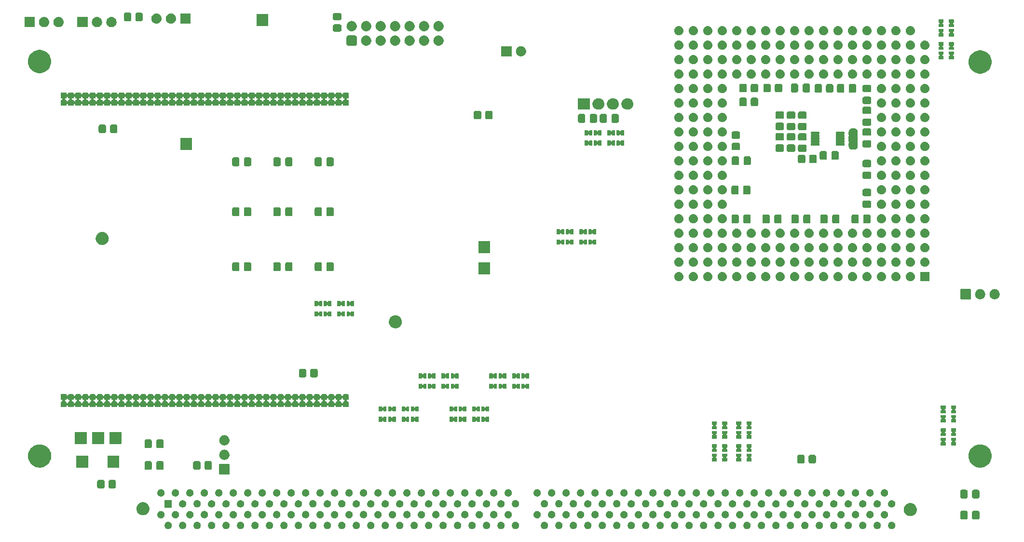
<source format=gbr>
G04 #@! TF.GenerationSoftware,KiCad,Pcbnew,7.0.6-0*
G04 #@! TF.CreationDate,2024-03-03T17:22:19+01:00*
G04 #@! TF.ProjectId,Z3660_v021d,5a333636-305f-4763-9032-31642e6b6963,v0.21d*
G04 #@! TF.SameCoordinates,Original*
G04 #@! TF.FileFunction,Soldermask,Bot*
G04 #@! TF.FilePolarity,Negative*
%FSLAX46Y46*%
G04 Gerber Fmt 4.6, Leading zero omitted, Abs format (unit mm)*
G04 Created by KiCad (PCBNEW 7.0.6-0) date 2024-03-03 17:22:19*
%MOMM*%
%LPD*%
G01*
G04 APERTURE LIST*
G04 APERTURE END LIST*
G36*
X107270104Y-120093162D02*
G01*
X107313455Y-120093162D01*
X107349965Y-120102160D01*
X107379672Y-120105508D01*
X107418094Y-120118952D01*
X107465834Y-120130719D01*
X107494063Y-120145535D01*
X107517100Y-120153596D01*
X107556037Y-120178062D01*
X107604796Y-120203653D01*
X107624387Y-120221009D01*
X107640381Y-120231059D01*
X107676491Y-120267169D01*
X107722266Y-120307722D01*
X107733903Y-120324581D01*
X107743341Y-120334019D01*
X107773010Y-120381238D01*
X107811418Y-120436880D01*
X107816662Y-120450709D01*
X107820804Y-120457300D01*
X107840389Y-120513272D01*
X107867069Y-120583621D01*
X107868165Y-120592651D01*
X107868892Y-120594728D01*
X107875003Y-120648967D01*
X107885986Y-120739415D01*
X107875002Y-120829870D01*
X107868892Y-120884101D01*
X107868165Y-120886176D01*
X107867069Y-120895209D01*
X107840384Y-120965569D01*
X107820804Y-121021529D01*
X107816663Y-121028118D01*
X107811418Y-121041950D01*
X107773003Y-121097601D01*
X107743341Y-121144810D01*
X107733905Y-121154245D01*
X107722266Y-121171108D01*
X107676482Y-121211668D01*
X107640381Y-121247770D01*
X107624391Y-121257816D01*
X107604796Y-121275177D01*
X107556027Y-121300772D01*
X107517100Y-121325233D01*
X107494069Y-121333291D01*
X107465834Y-121348111D01*
X107418085Y-121359879D01*
X107379672Y-121373321D01*
X107349972Y-121376667D01*
X107313455Y-121385668D01*
X107270095Y-121385668D01*
X107234986Y-121389624D01*
X107199877Y-121385668D01*
X107156517Y-121385668D01*
X107120000Y-121376667D01*
X107090299Y-121373321D01*
X107051883Y-121359878D01*
X107004138Y-121348111D01*
X106975904Y-121333292D01*
X106952871Y-121325233D01*
X106913938Y-121300769D01*
X106865176Y-121275177D01*
X106845582Y-121257818D01*
X106829590Y-121247770D01*
X106793480Y-121211660D01*
X106747706Y-121171108D01*
X106736068Y-121154248D01*
X106726630Y-121144810D01*
X106696956Y-121097585D01*
X106658554Y-121041950D01*
X106653309Y-121028122D01*
X106649167Y-121021529D01*
X106629574Y-120965535D01*
X106602903Y-120895209D01*
X106601806Y-120886180D01*
X106601079Y-120884101D01*
X106594955Y-120829755D01*
X106583986Y-120739415D01*
X106594954Y-120649082D01*
X106601079Y-120594728D01*
X106601806Y-120592647D01*
X106602903Y-120583621D01*
X106629569Y-120513306D01*
X106649167Y-120457300D01*
X106653310Y-120450705D01*
X106658554Y-120436880D01*
X106696949Y-120381254D01*
X106726630Y-120334019D01*
X106736071Y-120324577D01*
X106747706Y-120307722D01*
X106793472Y-120267176D01*
X106829590Y-120231059D01*
X106845586Y-120221007D01*
X106865176Y-120203653D01*
X106913928Y-120178065D01*
X106952871Y-120153596D01*
X106975910Y-120145534D01*
X107004138Y-120130719D01*
X107051873Y-120118953D01*
X107090299Y-120105508D01*
X107120007Y-120102160D01*
X107156517Y-120093162D01*
X107199868Y-120093162D01*
X107234986Y-120089205D01*
X107270104Y-120093162D01*
G37*
G36*
X109810104Y-120093162D02*
G01*
X109853455Y-120093162D01*
X109889965Y-120102160D01*
X109919672Y-120105508D01*
X109958094Y-120118952D01*
X110005834Y-120130719D01*
X110034063Y-120145535D01*
X110057100Y-120153596D01*
X110096037Y-120178062D01*
X110144796Y-120203653D01*
X110164387Y-120221009D01*
X110180381Y-120231059D01*
X110216491Y-120267169D01*
X110262266Y-120307722D01*
X110273903Y-120324581D01*
X110283341Y-120334019D01*
X110313010Y-120381238D01*
X110351418Y-120436880D01*
X110356662Y-120450709D01*
X110360804Y-120457300D01*
X110380389Y-120513272D01*
X110407069Y-120583621D01*
X110408165Y-120592651D01*
X110408892Y-120594728D01*
X110415003Y-120648967D01*
X110425986Y-120739415D01*
X110415002Y-120829870D01*
X110408892Y-120884101D01*
X110408165Y-120886176D01*
X110407069Y-120895209D01*
X110380384Y-120965569D01*
X110360804Y-121021529D01*
X110356663Y-121028118D01*
X110351418Y-121041950D01*
X110313003Y-121097601D01*
X110283341Y-121144810D01*
X110273905Y-121154245D01*
X110262266Y-121171108D01*
X110216482Y-121211668D01*
X110180381Y-121247770D01*
X110164391Y-121257816D01*
X110144796Y-121275177D01*
X110096027Y-121300772D01*
X110057100Y-121325233D01*
X110034069Y-121333291D01*
X110005834Y-121348111D01*
X109958085Y-121359879D01*
X109919672Y-121373321D01*
X109889972Y-121376667D01*
X109853455Y-121385668D01*
X109810095Y-121385668D01*
X109774986Y-121389624D01*
X109739877Y-121385668D01*
X109696517Y-121385668D01*
X109660000Y-121376667D01*
X109630299Y-121373321D01*
X109591883Y-121359878D01*
X109544138Y-121348111D01*
X109515904Y-121333292D01*
X109492871Y-121325233D01*
X109453938Y-121300769D01*
X109405176Y-121275177D01*
X109385582Y-121257818D01*
X109369590Y-121247770D01*
X109333480Y-121211660D01*
X109287706Y-121171108D01*
X109276068Y-121154248D01*
X109266630Y-121144810D01*
X109236956Y-121097585D01*
X109198554Y-121041950D01*
X109193309Y-121028122D01*
X109189167Y-121021529D01*
X109169574Y-120965535D01*
X109142903Y-120895209D01*
X109141806Y-120886180D01*
X109141079Y-120884101D01*
X109134955Y-120829755D01*
X109123986Y-120739415D01*
X109134954Y-120649082D01*
X109141079Y-120594728D01*
X109141806Y-120592647D01*
X109142903Y-120583621D01*
X109169569Y-120513306D01*
X109189167Y-120457300D01*
X109193310Y-120450705D01*
X109198554Y-120436880D01*
X109236949Y-120381254D01*
X109266630Y-120334019D01*
X109276071Y-120324577D01*
X109287706Y-120307722D01*
X109333472Y-120267176D01*
X109369590Y-120231059D01*
X109385586Y-120221007D01*
X109405176Y-120203653D01*
X109453928Y-120178065D01*
X109492871Y-120153596D01*
X109515910Y-120145534D01*
X109544138Y-120130719D01*
X109591873Y-120118953D01*
X109630299Y-120105508D01*
X109660007Y-120102160D01*
X109696517Y-120093162D01*
X109739868Y-120093162D01*
X109774986Y-120089205D01*
X109810104Y-120093162D01*
G37*
G36*
X112350104Y-120093162D02*
G01*
X112393455Y-120093162D01*
X112429965Y-120102160D01*
X112459672Y-120105508D01*
X112498094Y-120118952D01*
X112545834Y-120130719D01*
X112574063Y-120145535D01*
X112597100Y-120153596D01*
X112636037Y-120178062D01*
X112684796Y-120203653D01*
X112704387Y-120221009D01*
X112720381Y-120231059D01*
X112756491Y-120267169D01*
X112802266Y-120307722D01*
X112813903Y-120324581D01*
X112823341Y-120334019D01*
X112853010Y-120381238D01*
X112891418Y-120436880D01*
X112896662Y-120450709D01*
X112900804Y-120457300D01*
X112920389Y-120513272D01*
X112947069Y-120583621D01*
X112948165Y-120592651D01*
X112948892Y-120594728D01*
X112955003Y-120648967D01*
X112965986Y-120739415D01*
X112955002Y-120829870D01*
X112948892Y-120884101D01*
X112948165Y-120886176D01*
X112947069Y-120895209D01*
X112920384Y-120965569D01*
X112900804Y-121021529D01*
X112896663Y-121028118D01*
X112891418Y-121041950D01*
X112853003Y-121097601D01*
X112823341Y-121144810D01*
X112813905Y-121154245D01*
X112802266Y-121171108D01*
X112756482Y-121211668D01*
X112720381Y-121247770D01*
X112704391Y-121257816D01*
X112684796Y-121275177D01*
X112636027Y-121300772D01*
X112597100Y-121325233D01*
X112574069Y-121333291D01*
X112545834Y-121348111D01*
X112498085Y-121359879D01*
X112459672Y-121373321D01*
X112429972Y-121376667D01*
X112393455Y-121385668D01*
X112350095Y-121385668D01*
X112314986Y-121389624D01*
X112279877Y-121385668D01*
X112236517Y-121385668D01*
X112200000Y-121376667D01*
X112170299Y-121373321D01*
X112131883Y-121359878D01*
X112084138Y-121348111D01*
X112055904Y-121333292D01*
X112032871Y-121325233D01*
X111993938Y-121300769D01*
X111945176Y-121275177D01*
X111925582Y-121257818D01*
X111909590Y-121247770D01*
X111873480Y-121211660D01*
X111827706Y-121171108D01*
X111816068Y-121154248D01*
X111806630Y-121144810D01*
X111776956Y-121097585D01*
X111738554Y-121041950D01*
X111733309Y-121028122D01*
X111729167Y-121021529D01*
X111709574Y-120965535D01*
X111682903Y-120895209D01*
X111681806Y-120886180D01*
X111681079Y-120884101D01*
X111674955Y-120829755D01*
X111663986Y-120739415D01*
X111674954Y-120649082D01*
X111681079Y-120594728D01*
X111681806Y-120592647D01*
X111682903Y-120583621D01*
X111709569Y-120513306D01*
X111729167Y-120457300D01*
X111733310Y-120450705D01*
X111738554Y-120436880D01*
X111776949Y-120381254D01*
X111806630Y-120334019D01*
X111816071Y-120324577D01*
X111827706Y-120307722D01*
X111873472Y-120267176D01*
X111909590Y-120231059D01*
X111925586Y-120221007D01*
X111945176Y-120203653D01*
X111993928Y-120178065D01*
X112032871Y-120153596D01*
X112055910Y-120145534D01*
X112084138Y-120130719D01*
X112131873Y-120118953D01*
X112170299Y-120105508D01*
X112200007Y-120102160D01*
X112236517Y-120093162D01*
X112279868Y-120093162D01*
X112314986Y-120089205D01*
X112350104Y-120093162D01*
G37*
G36*
X114890104Y-120093162D02*
G01*
X114933455Y-120093162D01*
X114969965Y-120102160D01*
X114999672Y-120105508D01*
X115038094Y-120118952D01*
X115085834Y-120130719D01*
X115114063Y-120145535D01*
X115137100Y-120153596D01*
X115176037Y-120178062D01*
X115224796Y-120203653D01*
X115244387Y-120221009D01*
X115260381Y-120231059D01*
X115296491Y-120267169D01*
X115342266Y-120307722D01*
X115353903Y-120324581D01*
X115363341Y-120334019D01*
X115393010Y-120381238D01*
X115431418Y-120436880D01*
X115436662Y-120450709D01*
X115440804Y-120457300D01*
X115460389Y-120513272D01*
X115487069Y-120583621D01*
X115488165Y-120592651D01*
X115488892Y-120594728D01*
X115495003Y-120648967D01*
X115505986Y-120739415D01*
X115495002Y-120829870D01*
X115488892Y-120884101D01*
X115488165Y-120886176D01*
X115487069Y-120895209D01*
X115460384Y-120965569D01*
X115440804Y-121021529D01*
X115436663Y-121028118D01*
X115431418Y-121041950D01*
X115393003Y-121097601D01*
X115363341Y-121144810D01*
X115353905Y-121154245D01*
X115342266Y-121171108D01*
X115296482Y-121211668D01*
X115260381Y-121247770D01*
X115244391Y-121257816D01*
X115224796Y-121275177D01*
X115176027Y-121300772D01*
X115137100Y-121325233D01*
X115114069Y-121333291D01*
X115085834Y-121348111D01*
X115038085Y-121359879D01*
X114999672Y-121373321D01*
X114969972Y-121376667D01*
X114933455Y-121385668D01*
X114890095Y-121385668D01*
X114854986Y-121389624D01*
X114819877Y-121385668D01*
X114776517Y-121385668D01*
X114740000Y-121376667D01*
X114710299Y-121373321D01*
X114671883Y-121359878D01*
X114624138Y-121348111D01*
X114595904Y-121333292D01*
X114572871Y-121325233D01*
X114533938Y-121300769D01*
X114485176Y-121275177D01*
X114465582Y-121257818D01*
X114449590Y-121247770D01*
X114413480Y-121211660D01*
X114367706Y-121171108D01*
X114356068Y-121154248D01*
X114346630Y-121144810D01*
X114316956Y-121097585D01*
X114278554Y-121041950D01*
X114273309Y-121028122D01*
X114269167Y-121021529D01*
X114249574Y-120965535D01*
X114222903Y-120895209D01*
X114221806Y-120886180D01*
X114221079Y-120884101D01*
X114214955Y-120829755D01*
X114203986Y-120739415D01*
X114214954Y-120649082D01*
X114221079Y-120594728D01*
X114221806Y-120592647D01*
X114222903Y-120583621D01*
X114249569Y-120513306D01*
X114269167Y-120457300D01*
X114273310Y-120450705D01*
X114278554Y-120436880D01*
X114316949Y-120381254D01*
X114346630Y-120334019D01*
X114356071Y-120324577D01*
X114367706Y-120307722D01*
X114413472Y-120267176D01*
X114449590Y-120231059D01*
X114465586Y-120221007D01*
X114485176Y-120203653D01*
X114533928Y-120178065D01*
X114572871Y-120153596D01*
X114595910Y-120145534D01*
X114624138Y-120130719D01*
X114671873Y-120118953D01*
X114710299Y-120105508D01*
X114740007Y-120102160D01*
X114776517Y-120093162D01*
X114819868Y-120093162D01*
X114854986Y-120089205D01*
X114890104Y-120093162D01*
G37*
G36*
X117430104Y-120093162D02*
G01*
X117473455Y-120093162D01*
X117509965Y-120102160D01*
X117539672Y-120105508D01*
X117578094Y-120118952D01*
X117625834Y-120130719D01*
X117654063Y-120145535D01*
X117677100Y-120153596D01*
X117716037Y-120178062D01*
X117764796Y-120203653D01*
X117784387Y-120221009D01*
X117800381Y-120231059D01*
X117836491Y-120267169D01*
X117882266Y-120307722D01*
X117893903Y-120324581D01*
X117903341Y-120334019D01*
X117933010Y-120381238D01*
X117971418Y-120436880D01*
X117976662Y-120450709D01*
X117980804Y-120457300D01*
X118000389Y-120513272D01*
X118027069Y-120583621D01*
X118028165Y-120592651D01*
X118028892Y-120594728D01*
X118035003Y-120648967D01*
X118045986Y-120739415D01*
X118035002Y-120829870D01*
X118028892Y-120884101D01*
X118028165Y-120886176D01*
X118027069Y-120895209D01*
X118000384Y-120965569D01*
X117980804Y-121021529D01*
X117976663Y-121028118D01*
X117971418Y-121041950D01*
X117933003Y-121097601D01*
X117903341Y-121144810D01*
X117893905Y-121154245D01*
X117882266Y-121171108D01*
X117836482Y-121211668D01*
X117800381Y-121247770D01*
X117784391Y-121257816D01*
X117764796Y-121275177D01*
X117716027Y-121300772D01*
X117677100Y-121325233D01*
X117654069Y-121333291D01*
X117625834Y-121348111D01*
X117578085Y-121359879D01*
X117539672Y-121373321D01*
X117509972Y-121376667D01*
X117473455Y-121385668D01*
X117430095Y-121385668D01*
X117394986Y-121389624D01*
X117359877Y-121385668D01*
X117316517Y-121385668D01*
X117280000Y-121376667D01*
X117250299Y-121373321D01*
X117211883Y-121359878D01*
X117164138Y-121348111D01*
X117135904Y-121333292D01*
X117112871Y-121325233D01*
X117073938Y-121300769D01*
X117025176Y-121275177D01*
X117005582Y-121257818D01*
X116989590Y-121247770D01*
X116953480Y-121211660D01*
X116907706Y-121171108D01*
X116896068Y-121154248D01*
X116886630Y-121144810D01*
X116856956Y-121097585D01*
X116818554Y-121041950D01*
X116813309Y-121028122D01*
X116809167Y-121021529D01*
X116789574Y-120965535D01*
X116762903Y-120895209D01*
X116761806Y-120886180D01*
X116761079Y-120884101D01*
X116754955Y-120829755D01*
X116743986Y-120739415D01*
X116754954Y-120649082D01*
X116761079Y-120594728D01*
X116761806Y-120592647D01*
X116762903Y-120583621D01*
X116789569Y-120513306D01*
X116809167Y-120457300D01*
X116813310Y-120450705D01*
X116818554Y-120436880D01*
X116856949Y-120381254D01*
X116886630Y-120334019D01*
X116896071Y-120324577D01*
X116907706Y-120307722D01*
X116953472Y-120267176D01*
X116989590Y-120231059D01*
X117005586Y-120221007D01*
X117025176Y-120203653D01*
X117073928Y-120178065D01*
X117112871Y-120153596D01*
X117135910Y-120145534D01*
X117164138Y-120130719D01*
X117211873Y-120118953D01*
X117250299Y-120105508D01*
X117280007Y-120102160D01*
X117316517Y-120093162D01*
X117359868Y-120093162D01*
X117394986Y-120089205D01*
X117430104Y-120093162D01*
G37*
G36*
X119970104Y-120093162D02*
G01*
X120013455Y-120093162D01*
X120049965Y-120102160D01*
X120079672Y-120105508D01*
X120118094Y-120118952D01*
X120165834Y-120130719D01*
X120194063Y-120145535D01*
X120217100Y-120153596D01*
X120256037Y-120178062D01*
X120304796Y-120203653D01*
X120324387Y-120221009D01*
X120340381Y-120231059D01*
X120376491Y-120267169D01*
X120422266Y-120307722D01*
X120433903Y-120324581D01*
X120443341Y-120334019D01*
X120473010Y-120381238D01*
X120511418Y-120436880D01*
X120516662Y-120450709D01*
X120520804Y-120457300D01*
X120540389Y-120513272D01*
X120567069Y-120583621D01*
X120568165Y-120592651D01*
X120568892Y-120594728D01*
X120575003Y-120648967D01*
X120585986Y-120739415D01*
X120575002Y-120829870D01*
X120568892Y-120884101D01*
X120568165Y-120886176D01*
X120567069Y-120895209D01*
X120540384Y-120965569D01*
X120520804Y-121021529D01*
X120516663Y-121028118D01*
X120511418Y-121041950D01*
X120473003Y-121097601D01*
X120443341Y-121144810D01*
X120433905Y-121154245D01*
X120422266Y-121171108D01*
X120376482Y-121211668D01*
X120340381Y-121247770D01*
X120324391Y-121257816D01*
X120304796Y-121275177D01*
X120256027Y-121300772D01*
X120217100Y-121325233D01*
X120194069Y-121333291D01*
X120165834Y-121348111D01*
X120118085Y-121359879D01*
X120079672Y-121373321D01*
X120049972Y-121376667D01*
X120013455Y-121385668D01*
X119970095Y-121385668D01*
X119934986Y-121389624D01*
X119899877Y-121385668D01*
X119856517Y-121385668D01*
X119820000Y-121376667D01*
X119790299Y-121373321D01*
X119751883Y-121359878D01*
X119704138Y-121348111D01*
X119675904Y-121333292D01*
X119652871Y-121325233D01*
X119613938Y-121300769D01*
X119565176Y-121275177D01*
X119545582Y-121257818D01*
X119529590Y-121247770D01*
X119493480Y-121211660D01*
X119447706Y-121171108D01*
X119436068Y-121154248D01*
X119426630Y-121144810D01*
X119396956Y-121097585D01*
X119358554Y-121041950D01*
X119353309Y-121028122D01*
X119349167Y-121021529D01*
X119329574Y-120965535D01*
X119302903Y-120895209D01*
X119301806Y-120886180D01*
X119301079Y-120884101D01*
X119294955Y-120829755D01*
X119283986Y-120739415D01*
X119294954Y-120649082D01*
X119301079Y-120594728D01*
X119301806Y-120592647D01*
X119302903Y-120583621D01*
X119329569Y-120513306D01*
X119349167Y-120457300D01*
X119353310Y-120450705D01*
X119358554Y-120436880D01*
X119396949Y-120381254D01*
X119426630Y-120334019D01*
X119436071Y-120324577D01*
X119447706Y-120307722D01*
X119493472Y-120267176D01*
X119529590Y-120231059D01*
X119545586Y-120221007D01*
X119565176Y-120203653D01*
X119613928Y-120178065D01*
X119652871Y-120153596D01*
X119675910Y-120145534D01*
X119704138Y-120130719D01*
X119751873Y-120118953D01*
X119790299Y-120105508D01*
X119820007Y-120102160D01*
X119856517Y-120093162D01*
X119899868Y-120093162D01*
X119934986Y-120089205D01*
X119970104Y-120093162D01*
G37*
G36*
X122510104Y-120093162D02*
G01*
X122553455Y-120093162D01*
X122589965Y-120102160D01*
X122619672Y-120105508D01*
X122658094Y-120118952D01*
X122705834Y-120130719D01*
X122734063Y-120145535D01*
X122757100Y-120153596D01*
X122796037Y-120178062D01*
X122844796Y-120203653D01*
X122864387Y-120221009D01*
X122880381Y-120231059D01*
X122916491Y-120267169D01*
X122962266Y-120307722D01*
X122973903Y-120324581D01*
X122983341Y-120334019D01*
X123013010Y-120381238D01*
X123051418Y-120436880D01*
X123056662Y-120450709D01*
X123060804Y-120457300D01*
X123080389Y-120513272D01*
X123107069Y-120583621D01*
X123108165Y-120592651D01*
X123108892Y-120594728D01*
X123115003Y-120648967D01*
X123125986Y-120739415D01*
X123115002Y-120829870D01*
X123108892Y-120884101D01*
X123108165Y-120886176D01*
X123107069Y-120895209D01*
X123080384Y-120965569D01*
X123060804Y-121021529D01*
X123056663Y-121028118D01*
X123051418Y-121041950D01*
X123013003Y-121097601D01*
X122983341Y-121144810D01*
X122973905Y-121154245D01*
X122962266Y-121171108D01*
X122916482Y-121211668D01*
X122880381Y-121247770D01*
X122864391Y-121257816D01*
X122844796Y-121275177D01*
X122796027Y-121300772D01*
X122757100Y-121325233D01*
X122734069Y-121333291D01*
X122705834Y-121348111D01*
X122658085Y-121359879D01*
X122619672Y-121373321D01*
X122589972Y-121376667D01*
X122553455Y-121385668D01*
X122510095Y-121385668D01*
X122474986Y-121389624D01*
X122439877Y-121385668D01*
X122396517Y-121385668D01*
X122360000Y-121376667D01*
X122330299Y-121373321D01*
X122291883Y-121359878D01*
X122244138Y-121348111D01*
X122215904Y-121333292D01*
X122192871Y-121325233D01*
X122153938Y-121300769D01*
X122105176Y-121275177D01*
X122085582Y-121257818D01*
X122069590Y-121247770D01*
X122033480Y-121211660D01*
X121987706Y-121171108D01*
X121976068Y-121154248D01*
X121966630Y-121144810D01*
X121936956Y-121097585D01*
X121898554Y-121041950D01*
X121893309Y-121028122D01*
X121889167Y-121021529D01*
X121869574Y-120965535D01*
X121842903Y-120895209D01*
X121841806Y-120886180D01*
X121841079Y-120884101D01*
X121834955Y-120829755D01*
X121823986Y-120739415D01*
X121834954Y-120649082D01*
X121841079Y-120594728D01*
X121841806Y-120592647D01*
X121842903Y-120583621D01*
X121869569Y-120513306D01*
X121889167Y-120457300D01*
X121893310Y-120450705D01*
X121898554Y-120436880D01*
X121936949Y-120381254D01*
X121966630Y-120334019D01*
X121976071Y-120324577D01*
X121987706Y-120307722D01*
X122033472Y-120267176D01*
X122069590Y-120231059D01*
X122085586Y-120221007D01*
X122105176Y-120203653D01*
X122153928Y-120178065D01*
X122192871Y-120153596D01*
X122215910Y-120145534D01*
X122244138Y-120130719D01*
X122291873Y-120118953D01*
X122330299Y-120105508D01*
X122360007Y-120102160D01*
X122396517Y-120093162D01*
X122439868Y-120093162D01*
X122474986Y-120089205D01*
X122510104Y-120093162D01*
G37*
G36*
X125050104Y-120093162D02*
G01*
X125093455Y-120093162D01*
X125129965Y-120102160D01*
X125159672Y-120105508D01*
X125198094Y-120118952D01*
X125245834Y-120130719D01*
X125274063Y-120145535D01*
X125297100Y-120153596D01*
X125336037Y-120178062D01*
X125384796Y-120203653D01*
X125404387Y-120221009D01*
X125420381Y-120231059D01*
X125456491Y-120267169D01*
X125502266Y-120307722D01*
X125513903Y-120324581D01*
X125523341Y-120334019D01*
X125553010Y-120381238D01*
X125591418Y-120436880D01*
X125596662Y-120450709D01*
X125600804Y-120457300D01*
X125620389Y-120513272D01*
X125647069Y-120583621D01*
X125648165Y-120592651D01*
X125648892Y-120594728D01*
X125655003Y-120648967D01*
X125665986Y-120739415D01*
X125655002Y-120829870D01*
X125648892Y-120884101D01*
X125648165Y-120886176D01*
X125647069Y-120895209D01*
X125620384Y-120965569D01*
X125600804Y-121021529D01*
X125596663Y-121028118D01*
X125591418Y-121041950D01*
X125553003Y-121097601D01*
X125523341Y-121144810D01*
X125513905Y-121154245D01*
X125502266Y-121171108D01*
X125456482Y-121211668D01*
X125420381Y-121247770D01*
X125404391Y-121257816D01*
X125384796Y-121275177D01*
X125336027Y-121300772D01*
X125297100Y-121325233D01*
X125274069Y-121333291D01*
X125245834Y-121348111D01*
X125198085Y-121359879D01*
X125159672Y-121373321D01*
X125129972Y-121376667D01*
X125093455Y-121385668D01*
X125050095Y-121385668D01*
X125014986Y-121389624D01*
X124979877Y-121385668D01*
X124936517Y-121385668D01*
X124900000Y-121376667D01*
X124870299Y-121373321D01*
X124831883Y-121359878D01*
X124784138Y-121348111D01*
X124755904Y-121333292D01*
X124732871Y-121325233D01*
X124693938Y-121300769D01*
X124645176Y-121275177D01*
X124625582Y-121257818D01*
X124609590Y-121247770D01*
X124573480Y-121211660D01*
X124527706Y-121171108D01*
X124516068Y-121154248D01*
X124506630Y-121144810D01*
X124476956Y-121097585D01*
X124438554Y-121041950D01*
X124433309Y-121028122D01*
X124429167Y-121021529D01*
X124409574Y-120965535D01*
X124382903Y-120895209D01*
X124381806Y-120886180D01*
X124381079Y-120884101D01*
X124374955Y-120829755D01*
X124363986Y-120739415D01*
X124374954Y-120649082D01*
X124381079Y-120594728D01*
X124381806Y-120592647D01*
X124382903Y-120583621D01*
X124409569Y-120513306D01*
X124429167Y-120457300D01*
X124433310Y-120450705D01*
X124438554Y-120436880D01*
X124476949Y-120381254D01*
X124506630Y-120334019D01*
X124516071Y-120324577D01*
X124527706Y-120307722D01*
X124573472Y-120267176D01*
X124609590Y-120231059D01*
X124625586Y-120221007D01*
X124645176Y-120203653D01*
X124693928Y-120178065D01*
X124732871Y-120153596D01*
X124755910Y-120145534D01*
X124784138Y-120130719D01*
X124831873Y-120118953D01*
X124870299Y-120105508D01*
X124900007Y-120102160D01*
X124936517Y-120093162D01*
X124979868Y-120093162D01*
X125014986Y-120089205D01*
X125050104Y-120093162D01*
G37*
G36*
X127590104Y-120093162D02*
G01*
X127633455Y-120093162D01*
X127669965Y-120102160D01*
X127699672Y-120105508D01*
X127738094Y-120118952D01*
X127785834Y-120130719D01*
X127814063Y-120145535D01*
X127837100Y-120153596D01*
X127876037Y-120178062D01*
X127924796Y-120203653D01*
X127944387Y-120221009D01*
X127960381Y-120231059D01*
X127996491Y-120267169D01*
X128042266Y-120307722D01*
X128053903Y-120324581D01*
X128063341Y-120334019D01*
X128093010Y-120381238D01*
X128131418Y-120436880D01*
X128136662Y-120450709D01*
X128140804Y-120457300D01*
X128160389Y-120513272D01*
X128187069Y-120583621D01*
X128188165Y-120592651D01*
X128188892Y-120594728D01*
X128195003Y-120648967D01*
X128205986Y-120739415D01*
X128195002Y-120829870D01*
X128188892Y-120884101D01*
X128188165Y-120886176D01*
X128187069Y-120895209D01*
X128160384Y-120965569D01*
X128140804Y-121021529D01*
X128136663Y-121028118D01*
X128131418Y-121041950D01*
X128093003Y-121097601D01*
X128063341Y-121144810D01*
X128053905Y-121154245D01*
X128042266Y-121171108D01*
X127996482Y-121211668D01*
X127960381Y-121247770D01*
X127944391Y-121257816D01*
X127924796Y-121275177D01*
X127876027Y-121300772D01*
X127837100Y-121325233D01*
X127814069Y-121333291D01*
X127785834Y-121348111D01*
X127738085Y-121359879D01*
X127699672Y-121373321D01*
X127669972Y-121376667D01*
X127633455Y-121385668D01*
X127590095Y-121385668D01*
X127554986Y-121389624D01*
X127519877Y-121385668D01*
X127476517Y-121385668D01*
X127440000Y-121376667D01*
X127410299Y-121373321D01*
X127371883Y-121359878D01*
X127324138Y-121348111D01*
X127295904Y-121333292D01*
X127272871Y-121325233D01*
X127233938Y-121300769D01*
X127185176Y-121275177D01*
X127165582Y-121257818D01*
X127149590Y-121247770D01*
X127113480Y-121211660D01*
X127067706Y-121171108D01*
X127056068Y-121154248D01*
X127046630Y-121144810D01*
X127016956Y-121097585D01*
X126978554Y-121041950D01*
X126973309Y-121028122D01*
X126969167Y-121021529D01*
X126949574Y-120965535D01*
X126922903Y-120895209D01*
X126921806Y-120886180D01*
X126921079Y-120884101D01*
X126914955Y-120829755D01*
X126903986Y-120739415D01*
X126914954Y-120649082D01*
X126921079Y-120594728D01*
X126921806Y-120592647D01*
X126922903Y-120583621D01*
X126949569Y-120513306D01*
X126969167Y-120457300D01*
X126973310Y-120450705D01*
X126978554Y-120436880D01*
X127016949Y-120381254D01*
X127046630Y-120334019D01*
X127056071Y-120324577D01*
X127067706Y-120307722D01*
X127113472Y-120267176D01*
X127149590Y-120231059D01*
X127165586Y-120221007D01*
X127185176Y-120203653D01*
X127233928Y-120178065D01*
X127272871Y-120153596D01*
X127295910Y-120145534D01*
X127324138Y-120130719D01*
X127371873Y-120118953D01*
X127410299Y-120105508D01*
X127440007Y-120102160D01*
X127476517Y-120093162D01*
X127519868Y-120093162D01*
X127554986Y-120089205D01*
X127590104Y-120093162D01*
G37*
G36*
X130130104Y-120093162D02*
G01*
X130173455Y-120093162D01*
X130209965Y-120102160D01*
X130239672Y-120105508D01*
X130278094Y-120118952D01*
X130325834Y-120130719D01*
X130354063Y-120145535D01*
X130377100Y-120153596D01*
X130416037Y-120178062D01*
X130464796Y-120203653D01*
X130484387Y-120221009D01*
X130500381Y-120231059D01*
X130536491Y-120267169D01*
X130582266Y-120307722D01*
X130593903Y-120324581D01*
X130603341Y-120334019D01*
X130633010Y-120381238D01*
X130671418Y-120436880D01*
X130676662Y-120450709D01*
X130680804Y-120457300D01*
X130700389Y-120513272D01*
X130727069Y-120583621D01*
X130728165Y-120592651D01*
X130728892Y-120594728D01*
X130735003Y-120648967D01*
X130745986Y-120739415D01*
X130735002Y-120829870D01*
X130728892Y-120884101D01*
X130728165Y-120886176D01*
X130727069Y-120895209D01*
X130700384Y-120965569D01*
X130680804Y-121021529D01*
X130676663Y-121028118D01*
X130671418Y-121041950D01*
X130633003Y-121097601D01*
X130603341Y-121144810D01*
X130593905Y-121154245D01*
X130582266Y-121171108D01*
X130536482Y-121211668D01*
X130500381Y-121247770D01*
X130484391Y-121257816D01*
X130464796Y-121275177D01*
X130416027Y-121300772D01*
X130377100Y-121325233D01*
X130354069Y-121333291D01*
X130325834Y-121348111D01*
X130278085Y-121359879D01*
X130239672Y-121373321D01*
X130209972Y-121376667D01*
X130173455Y-121385668D01*
X130130095Y-121385668D01*
X130094986Y-121389624D01*
X130059877Y-121385668D01*
X130016517Y-121385668D01*
X129980000Y-121376667D01*
X129950299Y-121373321D01*
X129911883Y-121359878D01*
X129864138Y-121348111D01*
X129835904Y-121333292D01*
X129812871Y-121325233D01*
X129773938Y-121300769D01*
X129725176Y-121275177D01*
X129705582Y-121257818D01*
X129689590Y-121247770D01*
X129653480Y-121211660D01*
X129607706Y-121171108D01*
X129596068Y-121154248D01*
X129586630Y-121144810D01*
X129556956Y-121097585D01*
X129518554Y-121041950D01*
X129513309Y-121028122D01*
X129509167Y-121021529D01*
X129489574Y-120965535D01*
X129462903Y-120895209D01*
X129461806Y-120886180D01*
X129461079Y-120884101D01*
X129454955Y-120829755D01*
X129443986Y-120739415D01*
X129454954Y-120649082D01*
X129461079Y-120594728D01*
X129461806Y-120592647D01*
X129462903Y-120583621D01*
X129489569Y-120513306D01*
X129509167Y-120457300D01*
X129513310Y-120450705D01*
X129518554Y-120436880D01*
X129556949Y-120381254D01*
X129586630Y-120334019D01*
X129596071Y-120324577D01*
X129607706Y-120307722D01*
X129653472Y-120267176D01*
X129689590Y-120231059D01*
X129705586Y-120221007D01*
X129725176Y-120203653D01*
X129773928Y-120178065D01*
X129812871Y-120153596D01*
X129835910Y-120145534D01*
X129864138Y-120130719D01*
X129911873Y-120118953D01*
X129950299Y-120105508D01*
X129980007Y-120102160D01*
X130016517Y-120093162D01*
X130059868Y-120093162D01*
X130094986Y-120089205D01*
X130130104Y-120093162D01*
G37*
G36*
X132670104Y-120093162D02*
G01*
X132713455Y-120093162D01*
X132749965Y-120102160D01*
X132779672Y-120105508D01*
X132818094Y-120118952D01*
X132865834Y-120130719D01*
X132894063Y-120145535D01*
X132917100Y-120153596D01*
X132956037Y-120178062D01*
X133004796Y-120203653D01*
X133024387Y-120221009D01*
X133040381Y-120231059D01*
X133076491Y-120267169D01*
X133122266Y-120307722D01*
X133133903Y-120324581D01*
X133143341Y-120334019D01*
X133173010Y-120381238D01*
X133211418Y-120436880D01*
X133216662Y-120450709D01*
X133220804Y-120457300D01*
X133240389Y-120513272D01*
X133267069Y-120583621D01*
X133268165Y-120592651D01*
X133268892Y-120594728D01*
X133275003Y-120648967D01*
X133285986Y-120739415D01*
X133275002Y-120829870D01*
X133268892Y-120884101D01*
X133268165Y-120886176D01*
X133267069Y-120895209D01*
X133240384Y-120965569D01*
X133220804Y-121021529D01*
X133216663Y-121028118D01*
X133211418Y-121041950D01*
X133173003Y-121097601D01*
X133143341Y-121144810D01*
X133133905Y-121154245D01*
X133122266Y-121171108D01*
X133076482Y-121211668D01*
X133040381Y-121247770D01*
X133024391Y-121257816D01*
X133004796Y-121275177D01*
X132956027Y-121300772D01*
X132917100Y-121325233D01*
X132894069Y-121333291D01*
X132865834Y-121348111D01*
X132818085Y-121359879D01*
X132779672Y-121373321D01*
X132749972Y-121376667D01*
X132713455Y-121385668D01*
X132670095Y-121385668D01*
X132634986Y-121389624D01*
X132599877Y-121385668D01*
X132556517Y-121385668D01*
X132520000Y-121376667D01*
X132490299Y-121373321D01*
X132451883Y-121359878D01*
X132404138Y-121348111D01*
X132375904Y-121333292D01*
X132352871Y-121325233D01*
X132313938Y-121300769D01*
X132265176Y-121275177D01*
X132245582Y-121257818D01*
X132229590Y-121247770D01*
X132193480Y-121211660D01*
X132147706Y-121171108D01*
X132136068Y-121154248D01*
X132126630Y-121144810D01*
X132096956Y-121097585D01*
X132058554Y-121041950D01*
X132053309Y-121028122D01*
X132049167Y-121021529D01*
X132029574Y-120965535D01*
X132002903Y-120895209D01*
X132001806Y-120886180D01*
X132001079Y-120884101D01*
X131994955Y-120829755D01*
X131983986Y-120739415D01*
X131994954Y-120649082D01*
X132001079Y-120594728D01*
X132001806Y-120592647D01*
X132002903Y-120583621D01*
X132029569Y-120513306D01*
X132049167Y-120457300D01*
X132053310Y-120450705D01*
X132058554Y-120436880D01*
X132096949Y-120381254D01*
X132126630Y-120334019D01*
X132136071Y-120324577D01*
X132147706Y-120307722D01*
X132193472Y-120267176D01*
X132229590Y-120231059D01*
X132245586Y-120221007D01*
X132265176Y-120203653D01*
X132313928Y-120178065D01*
X132352871Y-120153596D01*
X132375910Y-120145534D01*
X132404138Y-120130719D01*
X132451873Y-120118953D01*
X132490299Y-120105508D01*
X132520007Y-120102160D01*
X132556517Y-120093162D01*
X132599868Y-120093162D01*
X132634986Y-120089205D01*
X132670104Y-120093162D01*
G37*
G36*
X135210104Y-120093162D02*
G01*
X135253455Y-120093162D01*
X135289965Y-120102160D01*
X135319672Y-120105508D01*
X135358094Y-120118952D01*
X135405834Y-120130719D01*
X135434063Y-120145535D01*
X135457100Y-120153596D01*
X135496037Y-120178062D01*
X135544796Y-120203653D01*
X135564387Y-120221009D01*
X135580381Y-120231059D01*
X135616491Y-120267169D01*
X135662266Y-120307722D01*
X135673903Y-120324581D01*
X135683341Y-120334019D01*
X135713010Y-120381238D01*
X135751418Y-120436880D01*
X135756662Y-120450709D01*
X135760804Y-120457300D01*
X135780389Y-120513272D01*
X135807069Y-120583621D01*
X135808165Y-120592651D01*
X135808892Y-120594728D01*
X135815003Y-120648967D01*
X135825986Y-120739415D01*
X135815002Y-120829870D01*
X135808892Y-120884101D01*
X135808165Y-120886176D01*
X135807069Y-120895209D01*
X135780384Y-120965569D01*
X135760804Y-121021529D01*
X135756663Y-121028118D01*
X135751418Y-121041950D01*
X135713003Y-121097601D01*
X135683341Y-121144810D01*
X135673905Y-121154245D01*
X135662266Y-121171108D01*
X135616482Y-121211668D01*
X135580381Y-121247770D01*
X135564391Y-121257816D01*
X135544796Y-121275177D01*
X135496027Y-121300772D01*
X135457100Y-121325233D01*
X135434069Y-121333291D01*
X135405834Y-121348111D01*
X135358085Y-121359879D01*
X135319672Y-121373321D01*
X135289972Y-121376667D01*
X135253455Y-121385668D01*
X135210095Y-121385668D01*
X135174986Y-121389624D01*
X135139877Y-121385668D01*
X135096517Y-121385668D01*
X135060000Y-121376667D01*
X135030299Y-121373321D01*
X134991883Y-121359878D01*
X134944138Y-121348111D01*
X134915904Y-121333292D01*
X134892871Y-121325233D01*
X134853938Y-121300769D01*
X134805176Y-121275177D01*
X134785582Y-121257818D01*
X134769590Y-121247770D01*
X134733480Y-121211660D01*
X134687706Y-121171108D01*
X134676068Y-121154248D01*
X134666630Y-121144810D01*
X134636956Y-121097585D01*
X134598554Y-121041950D01*
X134593309Y-121028122D01*
X134589167Y-121021529D01*
X134569574Y-120965535D01*
X134542903Y-120895209D01*
X134541806Y-120886180D01*
X134541079Y-120884101D01*
X134534955Y-120829755D01*
X134523986Y-120739415D01*
X134534954Y-120649082D01*
X134541079Y-120594728D01*
X134541806Y-120592647D01*
X134542903Y-120583621D01*
X134569569Y-120513306D01*
X134589167Y-120457300D01*
X134593310Y-120450705D01*
X134598554Y-120436880D01*
X134636949Y-120381254D01*
X134666630Y-120334019D01*
X134676071Y-120324577D01*
X134687706Y-120307722D01*
X134733472Y-120267176D01*
X134769590Y-120231059D01*
X134785586Y-120221007D01*
X134805176Y-120203653D01*
X134853928Y-120178065D01*
X134892871Y-120153596D01*
X134915910Y-120145534D01*
X134944138Y-120130719D01*
X134991873Y-120118953D01*
X135030299Y-120105508D01*
X135060007Y-120102160D01*
X135096517Y-120093162D01*
X135139868Y-120093162D01*
X135174986Y-120089205D01*
X135210104Y-120093162D01*
G37*
G36*
X137750104Y-120093162D02*
G01*
X137793455Y-120093162D01*
X137829965Y-120102160D01*
X137859672Y-120105508D01*
X137898094Y-120118952D01*
X137945834Y-120130719D01*
X137974063Y-120145535D01*
X137997100Y-120153596D01*
X138036037Y-120178062D01*
X138084796Y-120203653D01*
X138104387Y-120221009D01*
X138120381Y-120231059D01*
X138156491Y-120267169D01*
X138202266Y-120307722D01*
X138213903Y-120324581D01*
X138223341Y-120334019D01*
X138253010Y-120381238D01*
X138291418Y-120436880D01*
X138296662Y-120450709D01*
X138300804Y-120457300D01*
X138320389Y-120513272D01*
X138347069Y-120583621D01*
X138348165Y-120592651D01*
X138348892Y-120594728D01*
X138355003Y-120648967D01*
X138365986Y-120739415D01*
X138355002Y-120829870D01*
X138348892Y-120884101D01*
X138348165Y-120886176D01*
X138347069Y-120895209D01*
X138320384Y-120965569D01*
X138300804Y-121021529D01*
X138296663Y-121028118D01*
X138291418Y-121041950D01*
X138253003Y-121097601D01*
X138223341Y-121144810D01*
X138213905Y-121154245D01*
X138202266Y-121171108D01*
X138156482Y-121211668D01*
X138120381Y-121247770D01*
X138104391Y-121257816D01*
X138084796Y-121275177D01*
X138036027Y-121300772D01*
X137997100Y-121325233D01*
X137974069Y-121333291D01*
X137945834Y-121348111D01*
X137898085Y-121359879D01*
X137859672Y-121373321D01*
X137829972Y-121376667D01*
X137793455Y-121385668D01*
X137750095Y-121385668D01*
X137714986Y-121389624D01*
X137679877Y-121385668D01*
X137636517Y-121385668D01*
X137600000Y-121376667D01*
X137570299Y-121373321D01*
X137531883Y-121359878D01*
X137484138Y-121348111D01*
X137455904Y-121333292D01*
X137432871Y-121325233D01*
X137393938Y-121300769D01*
X137345176Y-121275177D01*
X137325582Y-121257818D01*
X137309590Y-121247770D01*
X137273480Y-121211660D01*
X137227706Y-121171108D01*
X137216068Y-121154248D01*
X137206630Y-121144810D01*
X137176956Y-121097585D01*
X137138554Y-121041950D01*
X137133309Y-121028122D01*
X137129167Y-121021529D01*
X137109574Y-120965535D01*
X137082903Y-120895209D01*
X137081806Y-120886180D01*
X137081079Y-120884101D01*
X137074955Y-120829755D01*
X137063986Y-120739415D01*
X137074954Y-120649082D01*
X137081079Y-120594728D01*
X137081806Y-120592647D01*
X137082903Y-120583621D01*
X137109569Y-120513306D01*
X137129167Y-120457300D01*
X137133310Y-120450705D01*
X137138554Y-120436880D01*
X137176949Y-120381254D01*
X137206630Y-120334019D01*
X137216071Y-120324577D01*
X137227706Y-120307722D01*
X137273472Y-120267176D01*
X137309590Y-120231059D01*
X137325586Y-120221007D01*
X137345176Y-120203653D01*
X137393928Y-120178065D01*
X137432871Y-120153596D01*
X137455910Y-120145534D01*
X137484138Y-120130719D01*
X137531873Y-120118953D01*
X137570299Y-120105508D01*
X137600007Y-120102160D01*
X137636517Y-120093162D01*
X137679868Y-120093162D01*
X137714986Y-120089205D01*
X137750104Y-120093162D01*
G37*
G36*
X140290104Y-120093162D02*
G01*
X140333455Y-120093162D01*
X140369965Y-120102160D01*
X140399672Y-120105508D01*
X140438094Y-120118952D01*
X140485834Y-120130719D01*
X140514063Y-120145535D01*
X140537100Y-120153596D01*
X140576037Y-120178062D01*
X140624796Y-120203653D01*
X140644387Y-120221009D01*
X140660381Y-120231059D01*
X140696491Y-120267169D01*
X140742266Y-120307722D01*
X140753903Y-120324581D01*
X140763341Y-120334019D01*
X140793010Y-120381238D01*
X140831418Y-120436880D01*
X140836662Y-120450709D01*
X140840804Y-120457300D01*
X140860389Y-120513272D01*
X140887069Y-120583621D01*
X140888165Y-120592651D01*
X140888892Y-120594728D01*
X140895003Y-120648967D01*
X140905986Y-120739415D01*
X140895002Y-120829870D01*
X140888892Y-120884101D01*
X140888165Y-120886176D01*
X140887069Y-120895209D01*
X140860384Y-120965569D01*
X140840804Y-121021529D01*
X140836663Y-121028118D01*
X140831418Y-121041950D01*
X140793003Y-121097601D01*
X140763341Y-121144810D01*
X140753905Y-121154245D01*
X140742266Y-121171108D01*
X140696482Y-121211668D01*
X140660381Y-121247770D01*
X140644391Y-121257816D01*
X140624796Y-121275177D01*
X140576027Y-121300772D01*
X140537100Y-121325233D01*
X140514069Y-121333291D01*
X140485834Y-121348111D01*
X140438085Y-121359879D01*
X140399672Y-121373321D01*
X140369972Y-121376667D01*
X140333455Y-121385668D01*
X140290095Y-121385668D01*
X140254986Y-121389624D01*
X140219877Y-121385668D01*
X140176517Y-121385668D01*
X140140000Y-121376667D01*
X140110299Y-121373321D01*
X140071883Y-121359878D01*
X140024138Y-121348111D01*
X139995904Y-121333292D01*
X139972871Y-121325233D01*
X139933938Y-121300769D01*
X139885176Y-121275177D01*
X139865582Y-121257818D01*
X139849590Y-121247770D01*
X139813480Y-121211660D01*
X139767706Y-121171108D01*
X139756068Y-121154248D01*
X139746630Y-121144810D01*
X139716956Y-121097585D01*
X139678554Y-121041950D01*
X139673309Y-121028122D01*
X139669167Y-121021529D01*
X139649574Y-120965535D01*
X139622903Y-120895209D01*
X139621806Y-120886180D01*
X139621079Y-120884101D01*
X139614955Y-120829755D01*
X139603986Y-120739415D01*
X139614954Y-120649082D01*
X139621079Y-120594728D01*
X139621806Y-120592647D01*
X139622903Y-120583621D01*
X139649569Y-120513306D01*
X139669167Y-120457300D01*
X139673310Y-120450705D01*
X139678554Y-120436880D01*
X139716949Y-120381254D01*
X139746630Y-120334019D01*
X139756071Y-120324577D01*
X139767706Y-120307722D01*
X139813472Y-120267176D01*
X139849590Y-120231059D01*
X139865586Y-120221007D01*
X139885176Y-120203653D01*
X139933928Y-120178065D01*
X139972871Y-120153596D01*
X139995910Y-120145534D01*
X140024138Y-120130719D01*
X140071873Y-120118953D01*
X140110299Y-120105508D01*
X140140007Y-120102160D01*
X140176517Y-120093162D01*
X140219868Y-120093162D01*
X140254986Y-120089205D01*
X140290104Y-120093162D01*
G37*
G36*
X142830104Y-120093162D02*
G01*
X142873455Y-120093162D01*
X142909965Y-120102160D01*
X142939672Y-120105508D01*
X142978094Y-120118952D01*
X143025834Y-120130719D01*
X143054063Y-120145535D01*
X143077100Y-120153596D01*
X143116037Y-120178062D01*
X143164796Y-120203653D01*
X143184387Y-120221009D01*
X143200381Y-120231059D01*
X143236491Y-120267169D01*
X143282266Y-120307722D01*
X143293903Y-120324581D01*
X143303341Y-120334019D01*
X143333010Y-120381238D01*
X143371418Y-120436880D01*
X143376662Y-120450709D01*
X143380804Y-120457300D01*
X143400389Y-120513272D01*
X143427069Y-120583621D01*
X143428165Y-120592651D01*
X143428892Y-120594728D01*
X143435003Y-120648967D01*
X143445986Y-120739415D01*
X143435002Y-120829870D01*
X143428892Y-120884101D01*
X143428165Y-120886176D01*
X143427069Y-120895209D01*
X143400384Y-120965569D01*
X143380804Y-121021529D01*
X143376663Y-121028118D01*
X143371418Y-121041950D01*
X143333003Y-121097601D01*
X143303341Y-121144810D01*
X143293905Y-121154245D01*
X143282266Y-121171108D01*
X143236482Y-121211668D01*
X143200381Y-121247770D01*
X143184391Y-121257816D01*
X143164796Y-121275177D01*
X143116027Y-121300772D01*
X143077100Y-121325233D01*
X143054069Y-121333291D01*
X143025834Y-121348111D01*
X142978085Y-121359879D01*
X142939672Y-121373321D01*
X142909972Y-121376667D01*
X142873455Y-121385668D01*
X142830095Y-121385668D01*
X142794986Y-121389624D01*
X142759877Y-121385668D01*
X142716517Y-121385668D01*
X142680000Y-121376667D01*
X142650299Y-121373321D01*
X142611883Y-121359878D01*
X142564138Y-121348111D01*
X142535904Y-121333292D01*
X142512871Y-121325233D01*
X142473938Y-121300769D01*
X142425176Y-121275177D01*
X142405582Y-121257818D01*
X142389590Y-121247770D01*
X142353480Y-121211660D01*
X142307706Y-121171108D01*
X142296068Y-121154248D01*
X142286630Y-121144810D01*
X142256956Y-121097585D01*
X142218554Y-121041950D01*
X142213309Y-121028122D01*
X142209167Y-121021529D01*
X142189574Y-120965535D01*
X142162903Y-120895209D01*
X142161806Y-120886180D01*
X142161079Y-120884101D01*
X142154955Y-120829755D01*
X142143986Y-120739415D01*
X142154954Y-120649082D01*
X142161079Y-120594728D01*
X142161806Y-120592647D01*
X142162903Y-120583621D01*
X142189569Y-120513306D01*
X142209167Y-120457300D01*
X142213310Y-120450705D01*
X142218554Y-120436880D01*
X142256949Y-120381254D01*
X142286630Y-120334019D01*
X142296071Y-120324577D01*
X142307706Y-120307722D01*
X142353472Y-120267176D01*
X142389590Y-120231059D01*
X142405586Y-120221007D01*
X142425176Y-120203653D01*
X142473928Y-120178065D01*
X142512871Y-120153596D01*
X142535910Y-120145534D01*
X142564138Y-120130719D01*
X142611873Y-120118953D01*
X142650299Y-120105508D01*
X142680007Y-120102160D01*
X142716517Y-120093162D01*
X142759868Y-120093162D01*
X142794986Y-120089205D01*
X142830104Y-120093162D01*
G37*
G36*
X145370104Y-120093162D02*
G01*
X145413455Y-120093162D01*
X145449965Y-120102160D01*
X145479672Y-120105508D01*
X145518094Y-120118952D01*
X145565834Y-120130719D01*
X145594063Y-120145535D01*
X145617100Y-120153596D01*
X145656037Y-120178062D01*
X145704796Y-120203653D01*
X145724387Y-120221009D01*
X145740381Y-120231059D01*
X145776491Y-120267169D01*
X145822266Y-120307722D01*
X145833903Y-120324581D01*
X145843341Y-120334019D01*
X145873010Y-120381238D01*
X145911418Y-120436880D01*
X145916662Y-120450709D01*
X145920804Y-120457300D01*
X145940389Y-120513272D01*
X145967069Y-120583621D01*
X145968165Y-120592651D01*
X145968892Y-120594728D01*
X145975004Y-120648972D01*
X145985986Y-120739415D01*
X145975002Y-120829874D01*
X145968892Y-120884101D01*
X145968165Y-120886176D01*
X145967069Y-120895209D01*
X145940384Y-120965569D01*
X145920804Y-121021529D01*
X145916663Y-121028118D01*
X145911418Y-121041950D01*
X145873003Y-121097601D01*
X145843341Y-121144810D01*
X145833905Y-121154245D01*
X145822266Y-121171108D01*
X145776482Y-121211668D01*
X145740381Y-121247770D01*
X145724391Y-121257816D01*
X145704796Y-121275177D01*
X145656027Y-121300772D01*
X145617100Y-121325233D01*
X145594069Y-121333291D01*
X145565834Y-121348111D01*
X145518085Y-121359879D01*
X145479672Y-121373321D01*
X145449972Y-121376667D01*
X145413455Y-121385668D01*
X145370095Y-121385668D01*
X145334986Y-121389624D01*
X145299877Y-121385668D01*
X145256517Y-121385668D01*
X145220000Y-121376667D01*
X145190299Y-121373321D01*
X145151883Y-121359878D01*
X145104138Y-121348111D01*
X145075904Y-121333292D01*
X145052871Y-121325233D01*
X145013938Y-121300769D01*
X144965176Y-121275177D01*
X144945582Y-121257818D01*
X144929590Y-121247770D01*
X144893480Y-121211660D01*
X144847706Y-121171108D01*
X144836068Y-121154248D01*
X144826630Y-121144810D01*
X144796956Y-121097585D01*
X144758554Y-121041950D01*
X144753309Y-121028122D01*
X144749167Y-121021529D01*
X144729574Y-120965535D01*
X144702903Y-120895209D01*
X144701806Y-120886180D01*
X144701079Y-120884101D01*
X144694955Y-120829755D01*
X144683986Y-120739415D01*
X144694954Y-120649082D01*
X144701079Y-120594728D01*
X144701806Y-120592647D01*
X144702903Y-120583621D01*
X144729569Y-120513306D01*
X144749167Y-120457300D01*
X144753310Y-120450705D01*
X144758554Y-120436880D01*
X144796949Y-120381254D01*
X144826630Y-120334019D01*
X144836071Y-120324577D01*
X144847706Y-120307722D01*
X144893472Y-120267176D01*
X144929590Y-120231059D01*
X144945586Y-120221007D01*
X144965176Y-120203653D01*
X145013928Y-120178065D01*
X145052871Y-120153596D01*
X145075910Y-120145534D01*
X145104138Y-120130719D01*
X145151873Y-120118953D01*
X145190299Y-120105508D01*
X145220007Y-120102160D01*
X145256517Y-120093162D01*
X145299868Y-120093162D01*
X145334986Y-120089205D01*
X145370104Y-120093162D01*
G37*
G36*
X147910104Y-120093162D02*
G01*
X147953455Y-120093162D01*
X147989965Y-120102160D01*
X148019672Y-120105508D01*
X148058094Y-120118952D01*
X148105834Y-120130719D01*
X148134063Y-120145535D01*
X148157100Y-120153596D01*
X148196037Y-120178062D01*
X148244796Y-120203653D01*
X148264387Y-120221009D01*
X148280381Y-120231059D01*
X148316491Y-120267169D01*
X148362266Y-120307722D01*
X148373903Y-120324581D01*
X148383341Y-120334019D01*
X148413010Y-120381238D01*
X148451418Y-120436880D01*
X148456662Y-120450709D01*
X148460804Y-120457300D01*
X148480389Y-120513272D01*
X148507069Y-120583621D01*
X148508165Y-120592651D01*
X148508892Y-120594728D01*
X148515003Y-120648967D01*
X148525986Y-120739415D01*
X148515002Y-120829870D01*
X148508892Y-120884101D01*
X148508165Y-120886176D01*
X148507069Y-120895209D01*
X148480384Y-120965569D01*
X148460804Y-121021529D01*
X148456663Y-121028118D01*
X148451418Y-121041950D01*
X148413003Y-121097601D01*
X148383341Y-121144810D01*
X148373905Y-121154245D01*
X148362266Y-121171108D01*
X148316482Y-121211668D01*
X148280381Y-121247770D01*
X148264391Y-121257816D01*
X148244796Y-121275177D01*
X148196027Y-121300772D01*
X148157100Y-121325233D01*
X148134069Y-121333291D01*
X148105834Y-121348111D01*
X148058085Y-121359879D01*
X148019672Y-121373321D01*
X147989972Y-121376667D01*
X147953455Y-121385668D01*
X147910095Y-121385668D01*
X147874986Y-121389624D01*
X147839877Y-121385668D01*
X147796517Y-121385668D01*
X147760000Y-121376667D01*
X147730299Y-121373321D01*
X147691883Y-121359878D01*
X147644138Y-121348111D01*
X147615904Y-121333292D01*
X147592871Y-121325233D01*
X147553938Y-121300769D01*
X147505176Y-121275177D01*
X147485582Y-121257818D01*
X147469590Y-121247770D01*
X147433480Y-121211660D01*
X147387706Y-121171108D01*
X147376068Y-121154248D01*
X147366630Y-121144810D01*
X147336956Y-121097585D01*
X147298554Y-121041950D01*
X147293309Y-121028122D01*
X147289167Y-121021529D01*
X147269574Y-120965535D01*
X147242903Y-120895209D01*
X147241806Y-120886180D01*
X147241079Y-120884101D01*
X147234956Y-120829760D01*
X147223986Y-120739415D01*
X147234953Y-120649087D01*
X147241079Y-120594728D01*
X147241806Y-120592647D01*
X147242903Y-120583621D01*
X147269569Y-120513306D01*
X147289167Y-120457300D01*
X147293310Y-120450705D01*
X147298554Y-120436880D01*
X147336949Y-120381254D01*
X147366630Y-120334019D01*
X147376071Y-120324577D01*
X147387706Y-120307722D01*
X147433472Y-120267176D01*
X147469590Y-120231059D01*
X147485586Y-120221007D01*
X147505176Y-120203653D01*
X147553928Y-120178065D01*
X147592871Y-120153596D01*
X147615910Y-120145534D01*
X147644138Y-120130719D01*
X147691873Y-120118953D01*
X147730299Y-120105508D01*
X147760007Y-120102160D01*
X147796517Y-120093162D01*
X147839868Y-120093162D01*
X147874986Y-120089205D01*
X147910104Y-120093162D01*
G37*
G36*
X150450104Y-120093162D02*
G01*
X150493455Y-120093162D01*
X150529965Y-120102160D01*
X150559672Y-120105508D01*
X150598094Y-120118952D01*
X150645834Y-120130719D01*
X150674063Y-120145535D01*
X150697100Y-120153596D01*
X150736037Y-120178062D01*
X150784796Y-120203653D01*
X150804387Y-120221009D01*
X150820381Y-120231059D01*
X150856491Y-120267169D01*
X150902266Y-120307722D01*
X150913903Y-120324581D01*
X150923341Y-120334019D01*
X150953010Y-120381238D01*
X150991418Y-120436880D01*
X150996662Y-120450709D01*
X151000804Y-120457300D01*
X151020389Y-120513272D01*
X151047069Y-120583621D01*
X151048165Y-120592651D01*
X151048892Y-120594728D01*
X151055004Y-120648972D01*
X151065986Y-120739415D01*
X151055002Y-120829874D01*
X151048892Y-120884101D01*
X151048165Y-120886176D01*
X151047069Y-120895209D01*
X151020384Y-120965569D01*
X151000804Y-121021529D01*
X150996663Y-121028118D01*
X150991418Y-121041950D01*
X150953003Y-121097601D01*
X150923341Y-121144810D01*
X150913905Y-121154245D01*
X150902266Y-121171108D01*
X150856482Y-121211668D01*
X150820381Y-121247770D01*
X150804391Y-121257816D01*
X150784796Y-121275177D01*
X150736027Y-121300772D01*
X150697100Y-121325233D01*
X150674069Y-121333291D01*
X150645834Y-121348111D01*
X150598085Y-121359879D01*
X150559672Y-121373321D01*
X150529972Y-121376667D01*
X150493455Y-121385668D01*
X150450095Y-121385668D01*
X150414986Y-121389624D01*
X150379877Y-121385668D01*
X150336517Y-121385668D01*
X150300000Y-121376667D01*
X150270299Y-121373321D01*
X150231883Y-121359878D01*
X150184138Y-121348111D01*
X150155904Y-121333292D01*
X150132871Y-121325233D01*
X150093938Y-121300769D01*
X150045176Y-121275177D01*
X150025582Y-121257818D01*
X150009590Y-121247770D01*
X149973480Y-121211660D01*
X149927706Y-121171108D01*
X149916068Y-121154248D01*
X149906630Y-121144810D01*
X149876956Y-121097585D01*
X149838554Y-121041950D01*
X149833309Y-121028122D01*
X149829167Y-121021529D01*
X149809574Y-120965535D01*
X149782903Y-120895209D01*
X149781806Y-120886180D01*
X149781079Y-120884101D01*
X149774955Y-120829755D01*
X149763986Y-120739415D01*
X149774954Y-120649082D01*
X149781079Y-120594728D01*
X149781806Y-120592647D01*
X149782903Y-120583621D01*
X149809569Y-120513306D01*
X149829167Y-120457300D01*
X149833310Y-120450705D01*
X149838554Y-120436880D01*
X149876949Y-120381254D01*
X149906630Y-120334019D01*
X149916071Y-120324577D01*
X149927706Y-120307722D01*
X149973472Y-120267176D01*
X150009590Y-120231059D01*
X150025586Y-120221007D01*
X150045176Y-120203653D01*
X150093928Y-120178065D01*
X150132871Y-120153596D01*
X150155910Y-120145534D01*
X150184138Y-120130719D01*
X150231873Y-120118953D01*
X150270299Y-120105508D01*
X150300007Y-120102160D01*
X150336517Y-120093162D01*
X150379868Y-120093162D01*
X150414986Y-120089205D01*
X150450104Y-120093162D01*
G37*
G36*
X152990104Y-120093162D02*
G01*
X153033455Y-120093162D01*
X153069965Y-120102160D01*
X153099672Y-120105508D01*
X153138094Y-120118952D01*
X153185834Y-120130719D01*
X153214063Y-120145535D01*
X153237100Y-120153596D01*
X153276037Y-120178062D01*
X153324796Y-120203653D01*
X153344387Y-120221009D01*
X153360381Y-120231059D01*
X153396491Y-120267169D01*
X153442266Y-120307722D01*
X153453903Y-120324581D01*
X153463341Y-120334019D01*
X153493010Y-120381238D01*
X153531418Y-120436880D01*
X153536662Y-120450709D01*
X153540804Y-120457300D01*
X153560389Y-120513272D01*
X153587069Y-120583621D01*
X153588165Y-120592651D01*
X153588892Y-120594728D01*
X153595003Y-120648967D01*
X153605986Y-120739415D01*
X153595002Y-120829870D01*
X153588892Y-120884101D01*
X153588165Y-120886176D01*
X153587069Y-120895209D01*
X153560384Y-120965569D01*
X153540804Y-121021529D01*
X153536663Y-121028118D01*
X153531418Y-121041950D01*
X153493003Y-121097601D01*
X153463341Y-121144810D01*
X153453905Y-121154245D01*
X153442266Y-121171108D01*
X153396482Y-121211668D01*
X153360381Y-121247770D01*
X153344391Y-121257816D01*
X153324796Y-121275177D01*
X153276027Y-121300772D01*
X153237100Y-121325233D01*
X153214069Y-121333291D01*
X153185834Y-121348111D01*
X153138085Y-121359879D01*
X153099672Y-121373321D01*
X153069972Y-121376667D01*
X153033455Y-121385668D01*
X152990095Y-121385668D01*
X152954986Y-121389624D01*
X152919877Y-121385668D01*
X152876517Y-121385668D01*
X152840000Y-121376667D01*
X152810299Y-121373321D01*
X152771883Y-121359878D01*
X152724138Y-121348111D01*
X152695904Y-121333292D01*
X152672871Y-121325233D01*
X152633938Y-121300769D01*
X152585176Y-121275177D01*
X152565582Y-121257818D01*
X152549590Y-121247770D01*
X152513480Y-121211660D01*
X152467706Y-121171108D01*
X152456068Y-121154248D01*
X152446630Y-121144810D01*
X152416956Y-121097585D01*
X152378554Y-121041950D01*
X152373309Y-121028122D01*
X152369167Y-121021529D01*
X152349574Y-120965535D01*
X152322903Y-120895209D01*
X152321806Y-120886180D01*
X152321079Y-120884101D01*
X152314955Y-120829755D01*
X152303986Y-120739415D01*
X152314954Y-120649082D01*
X152321079Y-120594728D01*
X152321806Y-120592647D01*
X152322903Y-120583621D01*
X152349569Y-120513306D01*
X152369167Y-120457300D01*
X152373310Y-120450705D01*
X152378554Y-120436880D01*
X152416949Y-120381254D01*
X152446630Y-120334019D01*
X152456071Y-120324577D01*
X152467706Y-120307722D01*
X152513472Y-120267176D01*
X152549590Y-120231059D01*
X152565586Y-120221007D01*
X152585176Y-120203653D01*
X152633928Y-120178065D01*
X152672871Y-120153596D01*
X152695910Y-120145534D01*
X152724138Y-120130719D01*
X152771873Y-120118953D01*
X152810299Y-120105508D01*
X152840007Y-120102160D01*
X152876517Y-120093162D01*
X152919868Y-120093162D01*
X152954986Y-120089205D01*
X152990104Y-120093162D01*
G37*
G36*
X155530104Y-120093162D02*
G01*
X155573455Y-120093162D01*
X155609965Y-120102160D01*
X155639672Y-120105508D01*
X155678094Y-120118952D01*
X155725834Y-120130719D01*
X155754063Y-120145535D01*
X155777100Y-120153596D01*
X155816037Y-120178062D01*
X155864796Y-120203653D01*
X155884387Y-120221009D01*
X155900381Y-120231059D01*
X155936491Y-120267169D01*
X155982266Y-120307722D01*
X155993903Y-120324581D01*
X156003341Y-120334019D01*
X156033010Y-120381238D01*
X156071418Y-120436880D01*
X156076662Y-120450709D01*
X156080804Y-120457300D01*
X156100389Y-120513272D01*
X156127069Y-120583621D01*
X156128165Y-120592651D01*
X156128892Y-120594728D01*
X156135004Y-120648972D01*
X156145986Y-120739415D01*
X156135002Y-120829874D01*
X156128892Y-120884101D01*
X156128165Y-120886176D01*
X156127069Y-120895209D01*
X156100384Y-120965569D01*
X156080804Y-121021529D01*
X156076663Y-121028118D01*
X156071418Y-121041950D01*
X156033003Y-121097601D01*
X156003341Y-121144810D01*
X155993905Y-121154245D01*
X155982266Y-121171108D01*
X155936482Y-121211668D01*
X155900381Y-121247770D01*
X155884391Y-121257816D01*
X155864796Y-121275177D01*
X155816027Y-121300772D01*
X155777100Y-121325233D01*
X155754069Y-121333291D01*
X155725834Y-121348111D01*
X155678085Y-121359879D01*
X155639672Y-121373321D01*
X155609972Y-121376667D01*
X155573455Y-121385668D01*
X155530095Y-121385668D01*
X155494986Y-121389624D01*
X155459877Y-121385668D01*
X155416517Y-121385668D01*
X155380000Y-121376667D01*
X155350299Y-121373321D01*
X155311883Y-121359878D01*
X155264138Y-121348111D01*
X155235904Y-121333292D01*
X155212871Y-121325233D01*
X155173938Y-121300769D01*
X155125176Y-121275177D01*
X155105582Y-121257818D01*
X155089590Y-121247770D01*
X155053480Y-121211660D01*
X155007706Y-121171108D01*
X154996068Y-121154248D01*
X154986630Y-121144810D01*
X154956956Y-121097585D01*
X154918554Y-121041950D01*
X154913309Y-121028122D01*
X154909167Y-121021529D01*
X154889574Y-120965535D01*
X154862903Y-120895209D01*
X154861806Y-120886180D01*
X154861079Y-120884101D01*
X154854955Y-120829755D01*
X154843986Y-120739415D01*
X154854954Y-120649082D01*
X154861079Y-120594728D01*
X154861806Y-120592647D01*
X154862903Y-120583621D01*
X154889569Y-120513306D01*
X154909167Y-120457300D01*
X154913310Y-120450705D01*
X154918554Y-120436880D01*
X154956949Y-120381254D01*
X154986630Y-120334019D01*
X154996071Y-120324577D01*
X155007706Y-120307722D01*
X155053472Y-120267176D01*
X155089590Y-120231059D01*
X155105586Y-120221007D01*
X155125176Y-120203653D01*
X155173928Y-120178065D01*
X155212871Y-120153596D01*
X155235910Y-120145534D01*
X155264138Y-120130719D01*
X155311873Y-120118953D01*
X155350299Y-120105508D01*
X155380007Y-120102160D01*
X155416517Y-120093162D01*
X155459868Y-120093162D01*
X155494986Y-120089205D01*
X155530104Y-120093162D01*
G37*
G36*
X158070104Y-120093162D02*
G01*
X158113455Y-120093162D01*
X158149965Y-120102160D01*
X158179672Y-120105508D01*
X158218094Y-120118952D01*
X158265834Y-120130719D01*
X158294063Y-120145535D01*
X158317100Y-120153596D01*
X158356037Y-120178062D01*
X158404796Y-120203653D01*
X158424387Y-120221009D01*
X158440381Y-120231059D01*
X158476491Y-120267169D01*
X158522266Y-120307722D01*
X158533903Y-120324581D01*
X158543341Y-120334019D01*
X158573010Y-120381238D01*
X158611418Y-120436880D01*
X158616662Y-120450709D01*
X158620804Y-120457300D01*
X158640389Y-120513272D01*
X158667069Y-120583621D01*
X158668165Y-120592651D01*
X158668892Y-120594728D01*
X158675003Y-120648967D01*
X158685986Y-120739415D01*
X158675002Y-120829870D01*
X158668892Y-120884101D01*
X158668165Y-120886176D01*
X158667069Y-120895209D01*
X158640384Y-120965569D01*
X158620804Y-121021529D01*
X158616663Y-121028118D01*
X158611418Y-121041950D01*
X158573003Y-121097601D01*
X158543341Y-121144810D01*
X158533905Y-121154245D01*
X158522266Y-121171108D01*
X158476482Y-121211668D01*
X158440381Y-121247770D01*
X158424391Y-121257816D01*
X158404796Y-121275177D01*
X158356027Y-121300772D01*
X158317100Y-121325233D01*
X158294069Y-121333291D01*
X158265834Y-121348111D01*
X158218085Y-121359879D01*
X158179672Y-121373321D01*
X158149972Y-121376667D01*
X158113455Y-121385668D01*
X158070095Y-121385668D01*
X158034986Y-121389624D01*
X157999877Y-121385668D01*
X157956517Y-121385668D01*
X157920000Y-121376667D01*
X157890299Y-121373321D01*
X157851883Y-121359878D01*
X157804138Y-121348111D01*
X157775904Y-121333292D01*
X157752871Y-121325233D01*
X157713938Y-121300769D01*
X157665176Y-121275177D01*
X157645582Y-121257818D01*
X157629590Y-121247770D01*
X157593480Y-121211660D01*
X157547706Y-121171108D01*
X157536068Y-121154248D01*
X157526630Y-121144810D01*
X157496956Y-121097585D01*
X157458554Y-121041950D01*
X157453309Y-121028122D01*
X157449167Y-121021529D01*
X157429574Y-120965535D01*
X157402903Y-120895209D01*
X157401806Y-120886180D01*
X157401079Y-120884101D01*
X157394956Y-120829760D01*
X157383986Y-120739415D01*
X157394953Y-120649087D01*
X157401079Y-120594728D01*
X157401806Y-120592647D01*
X157402903Y-120583621D01*
X157429569Y-120513306D01*
X157449167Y-120457300D01*
X157453310Y-120450705D01*
X157458554Y-120436880D01*
X157496949Y-120381254D01*
X157526630Y-120334019D01*
X157536071Y-120324577D01*
X157547706Y-120307722D01*
X157593472Y-120267176D01*
X157629590Y-120231059D01*
X157645586Y-120221007D01*
X157665176Y-120203653D01*
X157713928Y-120178065D01*
X157752871Y-120153596D01*
X157775910Y-120145534D01*
X157804138Y-120130719D01*
X157851873Y-120118953D01*
X157890299Y-120105508D01*
X157920007Y-120102160D01*
X157956517Y-120093162D01*
X157999868Y-120093162D01*
X158034986Y-120089205D01*
X158070104Y-120093162D01*
G37*
G36*
X160610104Y-120093162D02*
G01*
X160653455Y-120093162D01*
X160689965Y-120102160D01*
X160719672Y-120105508D01*
X160758094Y-120118952D01*
X160805834Y-120130719D01*
X160834063Y-120145535D01*
X160857100Y-120153596D01*
X160896037Y-120178062D01*
X160944796Y-120203653D01*
X160964387Y-120221009D01*
X160980381Y-120231059D01*
X161016491Y-120267169D01*
X161062266Y-120307722D01*
X161073903Y-120324581D01*
X161083341Y-120334019D01*
X161113010Y-120381238D01*
X161151418Y-120436880D01*
X161156662Y-120450709D01*
X161160804Y-120457300D01*
X161180389Y-120513272D01*
X161207069Y-120583621D01*
X161208165Y-120592651D01*
X161208892Y-120594728D01*
X161215004Y-120648972D01*
X161225986Y-120739415D01*
X161215002Y-120829874D01*
X161208892Y-120884101D01*
X161208165Y-120886176D01*
X161207069Y-120895209D01*
X161180384Y-120965569D01*
X161160804Y-121021529D01*
X161156663Y-121028118D01*
X161151418Y-121041950D01*
X161113003Y-121097601D01*
X161083341Y-121144810D01*
X161073905Y-121154245D01*
X161062266Y-121171108D01*
X161016482Y-121211668D01*
X160980381Y-121247770D01*
X160964391Y-121257816D01*
X160944796Y-121275177D01*
X160896027Y-121300772D01*
X160857100Y-121325233D01*
X160834069Y-121333291D01*
X160805834Y-121348111D01*
X160758085Y-121359879D01*
X160719672Y-121373321D01*
X160689972Y-121376667D01*
X160653455Y-121385668D01*
X160610095Y-121385668D01*
X160574986Y-121389624D01*
X160539877Y-121385668D01*
X160496517Y-121385668D01*
X160460000Y-121376667D01*
X160430299Y-121373321D01*
X160391883Y-121359878D01*
X160344138Y-121348111D01*
X160315904Y-121333292D01*
X160292871Y-121325233D01*
X160253938Y-121300769D01*
X160205176Y-121275177D01*
X160185582Y-121257818D01*
X160169590Y-121247770D01*
X160133480Y-121211660D01*
X160087706Y-121171108D01*
X160076068Y-121154248D01*
X160066630Y-121144810D01*
X160036956Y-121097585D01*
X159998554Y-121041950D01*
X159993309Y-121028122D01*
X159989167Y-121021529D01*
X159969574Y-120965535D01*
X159942903Y-120895209D01*
X159941806Y-120886180D01*
X159941079Y-120884101D01*
X159934955Y-120829755D01*
X159923986Y-120739415D01*
X159934954Y-120649082D01*
X159941079Y-120594728D01*
X159941806Y-120592647D01*
X159942903Y-120583621D01*
X159969569Y-120513306D01*
X159989167Y-120457300D01*
X159993310Y-120450705D01*
X159998554Y-120436880D01*
X160036949Y-120381254D01*
X160066630Y-120334019D01*
X160076071Y-120324577D01*
X160087706Y-120307722D01*
X160133472Y-120267176D01*
X160169590Y-120231059D01*
X160185586Y-120221007D01*
X160205176Y-120203653D01*
X160253928Y-120178065D01*
X160292871Y-120153596D01*
X160315910Y-120145534D01*
X160344138Y-120130719D01*
X160391873Y-120118953D01*
X160430299Y-120105508D01*
X160460007Y-120102160D01*
X160496517Y-120093162D01*
X160539868Y-120093162D01*
X160574986Y-120089205D01*
X160610104Y-120093162D01*
G37*
G36*
X163150104Y-120093162D02*
G01*
X163193455Y-120093162D01*
X163229965Y-120102160D01*
X163259672Y-120105508D01*
X163298094Y-120118952D01*
X163345834Y-120130719D01*
X163374063Y-120145535D01*
X163397100Y-120153596D01*
X163436037Y-120178062D01*
X163484796Y-120203653D01*
X163504387Y-120221009D01*
X163520381Y-120231059D01*
X163556491Y-120267169D01*
X163602266Y-120307722D01*
X163613903Y-120324581D01*
X163623341Y-120334019D01*
X163653010Y-120381238D01*
X163691418Y-120436880D01*
X163696662Y-120450709D01*
X163700804Y-120457300D01*
X163720389Y-120513272D01*
X163747069Y-120583621D01*
X163748165Y-120592651D01*
X163748892Y-120594728D01*
X163755003Y-120648967D01*
X163765986Y-120739415D01*
X163755002Y-120829870D01*
X163748892Y-120884101D01*
X163748165Y-120886176D01*
X163747069Y-120895209D01*
X163720384Y-120965569D01*
X163700804Y-121021529D01*
X163696663Y-121028118D01*
X163691418Y-121041950D01*
X163653003Y-121097601D01*
X163623341Y-121144810D01*
X163613905Y-121154245D01*
X163602266Y-121171108D01*
X163556482Y-121211668D01*
X163520381Y-121247770D01*
X163504391Y-121257816D01*
X163484796Y-121275177D01*
X163436027Y-121300772D01*
X163397100Y-121325233D01*
X163374069Y-121333291D01*
X163345834Y-121348111D01*
X163298085Y-121359879D01*
X163259672Y-121373321D01*
X163229972Y-121376667D01*
X163193455Y-121385668D01*
X163150095Y-121385668D01*
X163114986Y-121389624D01*
X163079877Y-121385668D01*
X163036517Y-121385668D01*
X163000000Y-121376667D01*
X162970299Y-121373321D01*
X162931883Y-121359878D01*
X162884138Y-121348111D01*
X162855904Y-121333292D01*
X162832871Y-121325233D01*
X162793938Y-121300769D01*
X162745176Y-121275177D01*
X162725582Y-121257818D01*
X162709590Y-121247770D01*
X162673480Y-121211660D01*
X162627706Y-121171108D01*
X162616068Y-121154248D01*
X162606630Y-121144810D01*
X162576956Y-121097585D01*
X162538554Y-121041950D01*
X162533309Y-121028122D01*
X162529167Y-121021529D01*
X162509574Y-120965535D01*
X162482903Y-120895209D01*
X162481806Y-120886180D01*
X162481079Y-120884101D01*
X162474955Y-120829755D01*
X162463986Y-120739415D01*
X162474954Y-120649082D01*
X162481079Y-120594728D01*
X162481806Y-120592647D01*
X162482903Y-120583621D01*
X162509569Y-120513306D01*
X162529167Y-120457300D01*
X162533310Y-120450705D01*
X162538554Y-120436880D01*
X162576949Y-120381254D01*
X162606630Y-120334019D01*
X162616071Y-120324577D01*
X162627706Y-120307722D01*
X162673472Y-120267176D01*
X162709590Y-120231059D01*
X162725586Y-120221007D01*
X162745176Y-120203653D01*
X162793928Y-120178065D01*
X162832871Y-120153596D01*
X162855910Y-120145534D01*
X162884138Y-120130719D01*
X162931873Y-120118953D01*
X162970299Y-120105508D01*
X163000007Y-120102160D01*
X163036517Y-120093162D01*
X163079868Y-120093162D01*
X163114986Y-120089205D01*
X163150104Y-120093162D01*
G37*
G36*
X165690104Y-120093162D02*
G01*
X165733455Y-120093162D01*
X165769965Y-120102160D01*
X165799672Y-120105508D01*
X165838094Y-120118952D01*
X165885834Y-120130719D01*
X165914063Y-120145535D01*
X165937100Y-120153596D01*
X165976037Y-120178062D01*
X166024796Y-120203653D01*
X166044387Y-120221009D01*
X166060381Y-120231059D01*
X166096491Y-120267169D01*
X166142266Y-120307722D01*
X166153903Y-120324581D01*
X166163341Y-120334019D01*
X166193010Y-120381238D01*
X166231418Y-120436880D01*
X166236662Y-120450709D01*
X166240804Y-120457300D01*
X166260389Y-120513272D01*
X166287069Y-120583621D01*
X166288165Y-120592651D01*
X166288892Y-120594728D01*
X166295004Y-120648972D01*
X166305986Y-120739415D01*
X166295002Y-120829874D01*
X166288892Y-120884101D01*
X166288165Y-120886176D01*
X166287069Y-120895209D01*
X166260384Y-120965569D01*
X166240804Y-121021529D01*
X166236663Y-121028118D01*
X166231418Y-121041950D01*
X166193003Y-121097601D01*
X166163341Y-121144810D01*
X166153905Y-121154245D01*
X166142266Y-121171108D01*
X166096482Y-121211668D01*
X166060381Y-121247770D01*
X166044391Y-121257816D01*
X166024796Y-121275177D01*
X165976027Y-121300772D01*
X165937100Y-121325233D01*
X165914069Y-121333291D01*
X165885834Y-121348111D01*
X165838085Y-121359879D01*
X165799672Y-121373321D01*
X165769972Y-121376667D01*
X165733455Y-121385668D01*
X165690095Y-121385668D01*
X165654986Y-121389624D01*
X165619877Y-121385668D01*
X165576517Y-121385668D01*
X165540000Y-121376667D01*
X165510299Y-121373321D01*
X165471883Y-121359878D01*
X165424138Y-121348111D01*
X165395904Y-121333292D01*
X165372871Y-121325233D01*
X165333938Y-121300769D01*
X165285176Y-121275177D01*
X165265582Y-121257818D01*
X165249590Y-121247770D01*
X165213480Y-121211660D01*
X165167706Y-121171108D01*
X165156068Y-121154248D01*
X165146630Y-121144810D01*
X165116956Y-121097585D01*
X165078554Y-121041950D01*
X165073309Y-121028122D01*
X165069167Y-121021529D01*
X165049574Y-120965535D01*
X165022903Y-120895209D01*
X165021806Y-120886180D01*
X165021079Y-120884101D01*
X165014955Y-120829755D01*
X165003986Y-120739415D01*
X165014954Y-120649082D01*
X165021079Y-120594728D01*
X165021806Y-120592647D01*
X165022903Y-120583621D01*
X165049569Y-120513306D01*
X165069167Y-120457300D01*
X165073310Y-120450705D01*
X165078554Y-120436880D01*
X165116949Y-120381254D01*
X165146630Y-120334019D01*
X165156071Y-120324577D01*
X165167706Y-120307722D01*
X165213472Y-120267176D01*
X165249590Y-120231059D01*
X165265586Y-120221007D01*
X165285176Y-120203653D01*
X165333928Y-120178065D01*
X165372871Y-120153596D01*
X165395910Y-120145534D01*
X165424138Y-120130719D01*
X165471873Y-120118953D01*
X165510299Y-120105508D01*
X165540007Y-120102160D01*
X165576517Y-120093162D01*
X165619868Y-120093162D01*
X165654986Y-120089205D01*
X165690104Y-120093162D01*
G37*
G36*
X168230104Y-120093162D02*
G01*
X168273455Y-120093162D01*
X168309965Y-120102160D01*
X168339672Y-120105508D01*
X168378094Y-120118952D01*
X168425834Y-120130719D01*
X168454063Y-120145535D01*
X168477100Y-120153596D01*
X168516037Y-120178062D01*
X168564796Y-120203653D01*
X168584387Y-120221009D01*
X168600381Y-120231059D01*
X168636491Y-120267169D01*
X168682266Y-120307722D01*
X168693903Y-120324581D01*
X168703341Y-120334019D01*
X168733010Y-120381238D01*
X168771418Y-120436880D01*
X168776662Y-120450709D01*
X168780804Y-120457300D01*
X168800389Y-120513272D01*
X168827069Y-120583621D01*
X168828165Y-120592651D01*
X168828892Y-120594728D01*
X168835003Y-120648967D01*
X168845986Y-120739415D01*
X168835002Y-120829870D01*
X168828892Y-120884101D01*
X168828165Y-120886176D01*
X168827069Y-120895209D01*
X168800384Y-120965569D01*
X168780804Y-121021529D01*
X168776663Y-121028118D01*
X168771418Y-121041950D01*
X168733003Y-121097601D01*
X168703341Y-121144810D01*
X168693905Y-121154245D01*
X168682266Y-121171108D01*
X168636482Y-121211668D01*
X168600381Y-121247770D01*
X168584391Y-121257816D01*
X168564796Y-121275177D01*
X168516027Y-121300772D01*
X168477100Y-121325233D01*
X168454069Y-121333291D01*
X168425834Y-121348111D01*
X168378085Y-121359879D01*
X168339672Y-121373321D01*
X168309972Y-121376667D01*
X168273455Y-121385668D01*
X168230095Y-121385668D01*
X168194986Y-121389624D01*
X168159877Y-121385668D01*
X168116517Y-121385668D01*
X168080000Y-121376667D01*
X168050299Y-121373321D01*
X168011883Y-121359878D01*
X167964138Y-121348111D01*
X167935904Y-121333292D01*
X167912871Y-121325233D01*
X167873938Y-121300769D01*
X167825176Y-121275177D01*
X167805582Y-121257818D01*
X167789590Y-121247770D01*
X167753480Y-121211660D01*
X167707706Y-121171108D01*
X167696068Y-121154248D01*
X167686630Y-121144810D01*
X167656956Y-121097585D01*
X167618554Y-121041950D01*
X167613309Y-121028122D01*
X167609167Y-121021529D01*
X167589574Y-120965535D01*
X167562903Y-120895209D01*
X167561806Y-120886180D01*
X167561079Y-120884101D01*
X167554956Y-120829760D01*
X167543986Y-120739415D01*
X167554953Y-120649087D01*
X167561079Y-120594728D01*
X167561806Y-120592647D01*
X167562903Y-120583621D01*
X167589569Y-120513306D01*
X167609167Y-120457300D01*
X167613310Y-120450705D01*
X167618554Y-120436880D01*
X167656949Y-120381254D01*
X167686630Y-120334019D01*
X167696071Y-120324577D01*
X167707706Y-120307722D01*
X167753472Y-120267176D01*
X167789590Y-120231059D01*
X167805586Y-120221007D01*
X167825176Y-120203653D01*
X167873928Y-120178065D01*
X167912871Y-120153596D01*
X167935910Y-120145534D01*
X167964138Y-120130719D01*
X168011873Y-120118953D01*
X168050299Y-120105508D01*
X168080007Y-120102160D01*
X168116517Y-120093162D01*
X168159868Y-120093162D01*
X168194986Y-120089205D01*
X168230104Y-120093162D01*
G37*
G36*
X173310104Y-120093162D02*
G01*
X173353455Y-120093162D01*
X173389965Y-120102160D01*
X173419672Y-120105508D01*
X173458094Y-120118952D01*
X173505834Y-120130719D01*
X173534063Y-120145535D01*
X173557100Y-120153596D01*
X173596037Y-120178062D01*
X173644796Y-120203653D01*
X173664387Y-120221009D01*
X173680381Y-120231059D01*
X173716491Y-120267169D01*
X173762266Y-120307722D01*
X173773903Y-120324581D01*
X173783341Y-120334019D01*
X173813010Y-120381238D01*
X173851418Y-120436880D01*
X173856662Y-120450709D01*
X173860804Y-120457300D01*
X173880389Y-120513272D01*
X173907069Y-120583621D01*
X173908165Y-120592651D01*
X173908892Y-120594728D01*
X173915003Y-120648967D01*
X173925986Y-120739415D01*
X173915002Y-120829870D01*
X173908892Y-120884101D01*
X173908165Y-120886176D01*
X173907069Y-120895209D01*
X173880384Y-120965569D01*
X173860804Y-121021529D01*
X173856663Y-121028118D01*
X173851418Y-121041950D01*
X173813003Y-121097601D01*
X173783341Y-121144810D01*
X173773905Y-121154245D01*
X173762266Y-121171108D01*
X173716482Y-121211668D01*
X173680381Y-121247770D01*
X173664391Y-121257816D01*
X173644796Y-121275177D01*
X173596027Y-121300772D01*
X173557100Y-121325233D01*
X173534069Y-121333291D01*
X173505834Y-121348111D01*
X173458085Y-121359879D01*
X173419672Y-121373321D01*
X173389972Y-121376667D01*
X173353455Y-121385668D01*
X173310095Y-121385668D01*
X173274986Y-121389624D01*
X173239877Y-121385668D01*
X173196517Y-121385668D01*
X173160000Y-121376667D01*
X173130299Y-121373321D01*
X173091883Y-121359878D01*
X173044138Y-121348111D01*
X173015904Y-121333292D01*
X172992871Y-121325233D01*
X172953938Y-121300769D01*
X172905176Y-121275177D01*
X172885582Y-121257818D01*
X172869590Y-121247770D01*
X172833480Y-121211660D01*
X172787706Y-121171108D01*
X172776068Y-121154248D01*
X172766630Y-121144810D01*
X172736956Y-121097585D01*
X172698554Y-121041950D01*
X172693309Y-121028122D01*
X172689167Y-121021529D01*
X172669574Y-120965535D01*
X172642903Y-120895209D01*
X172641806Y-120886180D01*
X172641079Y-120884101D01*
X172634955Y-120829755D01*
X172623986Y-120739415D01*
X172634954Y-120649082D01*
X172641079Y-120594728D01*
X172641806Y-120592647D01*
X172642903Y-120583621D01*
X172669569Y-120513306D01*
X172689167Y-120457300D01*
X172693310Y-120450705D01*
X172698554Y-120436880D01*
X172736949Y-120381254D01*
X172766630Y-120334019D01*
X172776071Y-120324577D01*
X172787706Y-120307722D01*
X172833472Y-120267176D01*
X172869590Y-120231059D01*
X172885586Y-120221007D01*
X172905176Y-120203653D01*
X172953928Y-120178065D01*
X172992871Y-120153596D01*
X173015910Y-120145534D01*
X173044138Y-120130719D01*
X173091873Y-120118953D01*
X173130299Y-120105508D01*
X173160007Y-120102160D01*
X173196517Y-120093162D01*
X173239868Y-120093162D01*
X173274986Y-120089205D01*
X173310104Y-120093162D01*
G37*
G36*
X175850104Y-120093162D02*
G01*
X175893455Y-120093162D01*
X175929965Y-120102160D01*
X175959672Y-120105508D01*
X175998094Y-120118952D01*
X176045834Y-120130719D01*
X176074063Y-120145535D01*
X176097100Y-120153596D01*
X176136037Y-120178062D01*
X176184796Y-120203653D01*
X176204387Y-120221009D01*
X176220381Y-120231059D01*
X176256491Y-120267169D01*
X176302266Y-120307722D01*
X176313903Y-120324581D01*
X176323341Y-120334019D01*
X176353010Y-120381238D01*
X176391418Y-120436880D01*
X176396662Y-120450709D01*
X176400804Y-120457300D01*
X176420389Y-120513272D01*
X176447069Y-120583621D01*
X176448165Y-120592651D01*
X176448892Y-120594728D01*
X176455003Y-120648967D01*
X176465986Y-120739415D01*
X176455002Y-120829870D01*
X176448892Y-120884101D01*
X176448165Y-120886176D01*
X176447069Y-120895209D01*
X176420384Y-120965569D01*
X176400804Y-121021529D01*
X176396663Y-121028118D01*
X176391418Y-121041950D01*
X176353003Y-121097601D01*
X176323341Y-121144810D01*
X176313905Y-121154245D01*
X176302266Y-121171108D01*
X176256482Y-121211668D01*
X176220381Y-121247770D01*
X176204391Y-121257816D01*
X176184796Y-121275177D01*
X176136027Y-121300772D01*
X176097100Y-121325233D01*
X176074069Y-121333291D01*
X176045834Y-121348111D01*
X175998085Y-121359879D01*
X175959672Y-121373321D01*
X175929972Y-121376667D01*
X175893455Y-121385668D01*
X175850095Y-121385668D01*
X175814986Y-121389624D01*
X175779877Y-121385668D01*
X175736517Y-121385668D01*
X175700000Y-121376667D01*
X175670299Y-121373321D01*
X175631883Y-121359878D01*
X175584138Y-121348111D01*
X175555904Y-121333292D01*
X175532871Y-121325233D01*
X175493938Y-121300769D01*
X175445176Y-121275177D01*
X175425582Y-121257818D01*
X175409590Y-121247770D01*
X175373480Y-121211660D01*
X175327706Y-121171108D01*
X175316068Y-121154248D01*
X175306630Y-121144810D01*
X175276956Y-121097585D01*
X175238554Y-121041950D01*
X175233309Y-121028122D01*
X175229167Y-121021529D01*
X175209574Y-120965535D01*
X175182903Y-120895209D01*
X175181806Y-120886180D01*
X175181079Y-120884101D01*
X175174955Y-120829755D01*
X175163986Y-120739415D01*
X175174954Y-120649082D01*
X175181079Y-120594728D01*
X175181806Y-120592647D01*
X175182903Y-120583621D01*
X175209569Y-120513306D01*
X175229167Y-120457300D01*
X175233310Y-120450705D01*
X175238554Y-120436880D01*
X175276949Y-120381254D01*
X175306630Y-120334019D01*
X175316071Y-120324577D01*
X175327706Y-120307722D01*
X175373472Y-120267176D01*
X175409590Y-120231059D01*
X175425586Y-120221007D01*
X175445176Y-120203653D01*
X175493928Y-120178065D01*
X175532871Y-120153596D01*
X175555910Y-120145534D01*
X175584138Y-120130719D01*
X175631873Y-120118953D01*
X175670299Y-120105508D01*
X175700007Y-120102160D01*
X175736517Y-120093162D01*
X175779868Y-120093162D01*
X175814986Y-120089205D01*
X175850104Y-120093162D01*
G37*
G36*
X178390104Y-120093162D02*
G01*
X178433455Y-120093162D01*
X178469965Y-120102160D01*
X178499672Y-120105508D01*
X178538094Y-120118952D01*
X178585834Y-120130719D01*
X178614063Y-120145535D01*
X178637100Y-120153596D01*
X178676037Y-120178062D01*
X178724796Y-120203653D01*
X178744387Y-120221009D01*
X178760381Y-120231059D01*
X178796491Y-120267169D01*
X178842266Y-120307722D01*
X178853903Y-120324581D01*
X178863341Y-120334019D01*
X178893010Y-120381238D01*
X178931418Y-120436880D01*
X178936662Y-120450709D01*
X178940804Y-120457300D01*
X178960389Y-120513272D01*
X178987069Y-120583621D01*
X178988165Y-120592651D01*
X178988892Y-120594728D01*
X178995003Y-120648967D01*
X179005986Y-120739415D01*
X178995002Y-120829870D01*
X178988892Y-120884101D01*
X178988165Y-120886176D01*
X178987069Y-120895209D01*
X178960384Y-120965569D01*
X178940804Y-121021529D01*
X178936663Y-121028118D01*
X178931418Y-121041950D01*
X178893003Y-121097601D01*
X178863341Y-121144810D01*
X178853905Y-121154245D01*
X178842266Y-121171108D01*
X178796482Y-121211668D01*
X178760381Y-121247770D01*
X178744391Y-121257816D01*
X178724796Y-121275177D01*
X178676027Y-121300772D01*
X178637100Y-121325233D01*
X178614069Y-121333291D01*
X178585834Y-121348111D01*
X178538085Y-121359879D01*
X178499672Y-121373321D01*
X178469972Y-121376667D01*
X178433455Y-121385668D01*
X178390095Y-121385668D01*
X178354986Y-121389624D01*
X178319877Y-121385668D01*
X178276517Y-121385668D01*
X178240000Y-121376667D01*
X178210299Y-121373321D01*
X178171883Y-121359878D01*
X178124138Y-121348111D01*
X178095904Y-121333292D01*
X178072871Y-121325233D01*
X178033938Y-121300769D01*
X177985176Y-121275177D01*
X177965582Y-121257818D01*
X177949590Y-121247770D01*
X177913480Y-121211660D01*
X177867706Y-121171108D01*
X177856068Y-121154248D01*
X177846630Y-121144810D01*
X177816956Y-121097585D01*
X177778554Y-121041950D01*
X177773309Y-121028122D01*
X177769167Y-121021529D01*
X177749574Y-120965535D01*
X177722903Y-120895209D01*
X177721806Y-120886180D01*
X177721079Y-120884101D01*
X177714955Y-120829755D01*
X177703986Y-120739415D01*
X177714954Y-120649082D01*
X177721079Y-120594728D01*
X177721806Y-120592647D01*
X177722903Y-120583621D01*
X177749569Y-120513306D01*
X177769167Y-120457300D01*
X177773310Y-120450705D01*
X177778554Y-120436880D01*
X177816949Y-120381254D01*
X177846630Y-120334019D01*
X177856071Y-120324577D01*
X177867706Y-120307722D01*
X177913472Y-120267176D01*
X177949590Y-120231059D01*
X177965586Y-120221007D01*
X177985176Y-120203653D01*
X178033928Y-120178065D01*
X178072871Y-120153596D01*
X178095910Y-120145534D01*
X178124138Y-120130719D01*
X178171873Y-120118953D01*
X178210299Y-120105508D01*
X178240007Y-120102160D01*
X178276517Y-120093162D01*
X178319868Y-120093162D01*
X178354986Y-120089205D01*
X178390104Y-120093162D01*
G37*
G36*
X180930104Y-120093162D02*
G01*
X180973455Y-120093162D01*
X181009965Y-120102160D01*
X181039672Y-120105508D01*
X181078094Y-120118952D01*
X181125834Y-120130719D01*
X181154063Y-120145535D01*
X181177100Y-120153596D01*
X181216037Y-120178062D01*
X181264796Y-120203653D01*
X181284387Y-120221009D01*
X181300381Y-120231059D01*
X181336491Y-120267169D01*
X181382266Y-120307722D01*
X181393903Y-120324581D01*
X181403341Y-120334019D01*
X181433010Y-120381238D01*
X181471418Y-120436880D01*
X181476662Y-120450709D01*
X181480804Y-120457300D01*
X181500389Y-120513272D01*
X181527069Y-120583621D01*
X181528165Y-120592651D01*
X181528892Y-120594728D01*
X181535003Y-120648967D01*
X181545986Y-120739415D01*
X181535002Y-120829870D01*
X181528892Y-120884101D01*
X181528165Y-120886176D01*
X181527069Y-120895209D01*
X181500384Y-120965569D01*
X181480804Y-121021529D01*
X181476663Y-121028118D01*
X181471418Y-121041950D01*
X181433003Y-121097601D01*
X181403341Y-121144810D01*
X181393905Y-121154245D01*
X181382266Y-121171108D01*
X181336482Y-121211668D01*
X181300381Y-121247770D01*
X181284391Y-121257816D01*
X181264796Y-121275177D01*
X181216027Y-121300772D01*
X181177100Y-121325233D01*
X181154069Y-121333291D01*
X181125834Y-121348111D01*
X181078085Y-121359879D01*
X181039672Y-121373321D01*
X181009972Y-121376667D01*
X180973455Y-121385668D01*
X180930095Y-121385668D01*
X180894986Y-121389624D01*
X180859877Y-121385668D01*
X180816517Y-121385668D01*
X180780000Y-121376667D01*
X180750299Y-121373321D01*
X180711883Y-121359878D01*
X180664138Y-121348111D01*
X180635904Y-121333292D01*
X180612871Y-121325233D01*
X180573938Y-121300769D01*
X180525176Y-121275177D01*
X180505582Y-121257818D01*
X180489590Y-121247770D01*
X180453480Y-121211660D01*
X180407706Y-121171108D01*
X180396068Y-121154248D01*
X180386630Y-121144810D01*
X180356956Y-121097585D01*
X180318554Y-121041950D01*
X180313309Y-121028122D01*
X180309167Y-121021529D01*
X180289574Y-120965535D01*
X180262903Y-120895209D01*
X180261806Y-120886180D01*
X180261079Y-120884101D01*
X180254955Y-120829755D01*
X180243986Y-120739415D01*
X180254954Y-120649082D01*
X180261079Y-120594728D01*
X180261806Y-120592647D01*
X180262903Y-120583621D01*
X180289569Y-120513306D01*
X180309167Y-120457300D01*
X180313310Y-120450705D01*
X180318554Y-120436880D01*
X180356949Y-120381254D01*
X180386630Y-120334019D01*
X180396071Y-120324577D01*
X180407706Y-120307722D01*
X180453472Y-120267176D01*
X180489590Y-120231059D01*
X180505586Y-120221007D01*
X180525176Y-120203653D01*
X180573928Y-120178065D01*
X180612871Y-120153596D01*
X180635910Y-120145534D01*
X180664138Y-120130719D01*
X180711873Y-120118953D01*
X180750299Y-120105508D01*
X180780007Y-120102160D01*
X180816517Y-120093162D01*
X180859868Y-120093162D01*
X180894986Y-120089205D01*
X180930104Y-120093162D01*
G37*
G36*
X183470104Y-120093162D02*
G01*
X183513455Y-120093162D01*
X183549965Y-120102160D01*
X183579672Y-120105508D01*
X183618094Y-120118952D01*
X183665834Y-120130719D01*
X183694063Y-120145535D01*
X183717100Y-120153596D01*
X183756037Y-120178062D01*
X183804796Y-120203653D01*
X183824387Y-120221009D01*
X183840381Y-120231059D01*
X183876491Y-120267169D01*
X183922266Y-120307722D01*
X183933903Y-120324581D01*
X183943341Y-120334019D01*
X183973010Y-120381238D01*
X184011418Y-120436880D01*
X184016662Y-120450709D01*
X184020804Y-120457300D01*
X184040389Y-120513272D01*
X184067069Y-120583621D01*
X184068165Y-120592651D01*
X184068892Y-120594728D01*
X184075003Y-120648967D01*
X184085986Y-120739415D01*
X184075002Y-120829870D01*
X184068892Y-120884101D01*
X184068165Y-120886176D01*
X184067069Y-120895209D01*
X184040384Y-120965569D01*
X184020804Y-121021529D01*
X184016663Y-121028118D01*
X184011418Y-121041950D01*
X183973003Y-121097601D01*
X183943341Y-121144810D01*
X183933905Y-121154245D01*
X183922266Y-121171108D01*
X183876482Y-121211668D01*
X183840381Y-121247770D01*
X183824391Y-121257816D01*
X183804796Y-121275177D01*
X183756027Y-121300772D01*
X183717100Y-121325233D01*
X183694069Y-121333291D01*
X183665834Y-121348111D01*
X183618085Y-121359879D01*
X183579672Y-121373321D01*
X183549972Y-121376667D01*
X183513455Y-121385668D01*
X183470095Y-121385668D01*
X183434986Y-121389624D01*
X183399877Y-121385668D01*
X183356517Y-121385668D01*
X183320000Y-121376667D01*
X183290299Y-121373321D01*
X183251883Y-121359878D01*
X183204138Y-121348111D01*
X183175904Y-121333292D01*
X183152871Y-121325233D01*
X183113938Y-121300769D01*
X183065176Y-121275177D01*
X183045582Y-121257818D01*
X183029590Y-121247770D01*
X182993480Y-121211660D01*
X182947706Y-121171108D01*
X182936068Y-121154248D01*
X182926630Y-121144810D01*
X182896956Y-121097585D01*
X182858554Y-121041950D01*
X182853309Y-121028122D01*
X182849167Y-121021529D01*
X182829574Y-120965535D01*
X182802903Y-120895209D01*
X182801806Y-120886180D01*
X182801079Y-120884101D01*
X182794955Y-120829755D01*
X182783986Y-120739415D01*
X182794954Y-120649082D01*
X182801079Y-120594728D01*
X182801806Y-120592647D01*
X182802903Y-120583621D01*
X182829569Y-120513306D01*
X182849167Y-120457300D01*
X182853310Y-120450705D01*
X182858554Y-120436880D01*
X182896949Y-120381254D01*
X182926630Y-120334019D01*
X182936071Y-120324577D01*
X182947706Y-120307722D01*
X182993472Y-120267176D01*
X183029590Y-120231059D01*
X183045586Y-120221007D01*
X183065176Y-120203653D01*
X183113928Y-120178065D01*
X183152871Y-120153596D01*
X183175910Y-120145534D01*
X183204138Y-120130719D01*
X183251873Y-120118953D01*
X183290299Y-120105508D01*
X183320007Y-120102160D01*
X183356517Y-120093162D01*
X183399868Y-120093162D01*
X183434986Y-120089205D01*
X183470104Y-120093162D01*
G37*
G36*
X186010104Y-120093162D02*
G01*
X186053455Y-120093162D01*
X186089965Y-120102160D01*
X186119672Y-120105508D01*
X186158094Y-120118952D01*
X186205834Y-120130719D01*
X186234063Y-120145535D01*
X186257100Y-120153596D01*
X186296037Y-120178062D01*
X186344796Y-120203653D01*
X186364387Y-120221009D01*
X186380381Y-120231059D01*
X186416491Y-120267169D01*
X186462266Y-120307722D01*
X186473903Y-120324581D01*
X186483341Y-120334019D01*
X186513010Y-120381238D01*
X186551418Y-120436880D01*
X186556662Y-120450709D01*
X186560804Y-120457300D01*
X186580389Y-120513272D01*
X186607069Y-120583621D01*
X186608165Y-120592651D01*
X186608892Y-120594728D01*
X186615003Y-120648967D01*
X186625986Y-120739415D01*
X186615002Y-120829870D01*
X186608892Y-120884101D01*
X186608165Y-120886176D01*
X186607069Y-120895209D01*
X186580384Y-120965569D01*
X186560804Y-121021529D01*
X186556663Y-121028118D01*
X186551418Y-121041950D01*
X186513003Y-121097601D01*
X186483341Y-121144810D01*
X186473905Y-121154245D01*
X186462266Y-121171108D01*
X186416482Y-121211668D01*
X186380381Y-121247770D01*
X186364391Y-121257816D01*
X186344796Y-121275177D01*
X186296027Y-121300772D01*
X186257100Y-121325233D01*
X186234069Y-121333291D01*
X186205834Y-121348111D01*
X186158085Y-121359879D01*
X186119672Y-121373321D01*
X186089972Y-121376667D01*
X186053455Y-121385668D01*
X186010095Y-121385668D01*
X185974986Y-121389624D01*
X185939877Y-121385668D01*
X185896517Y-121385668D01*
X185860000Y-121376667D01*
X185830299Y-121373321D01*
X185791883Y-121359878D01*
X185744138Y-121348111D01*
X185715904Y-121333292D01*
X185692871Y-121325233D01*
X185653938Y-121300769D01*
X185605176Y-121275177D01*
X185585582Y-121257818D01*
X185569590Y-121247770D01*
X185533480Y-121211660D01*
X185487706Y-121171108D01*
X185476068Y-121154248D01*
X185466630Y-121144810D01*
X185436956Y-121097585D01*
X185398554Y-121041950D01*
X185393309Y-121028122D01*
X185389167Y-121021529D01*
X185369574Y-120965535D01*
X185342903Y-120895209D01*
X185341806Y-120886180D01*
X185341079Y-120884101D01*
X185334955Y-120829755D01*
X185323986Y-120739415D01*
X185334954Y-120649082D01*
X185341079Y-120594728D01*
X185341806Y-120592647D01*
X185342903Y-120583621D01*
X185369569Y-120513306D01*
X185389167Y-120457300D01*
X185393310Y-120450705D01*
X185398554Y-120436880D01*
X185436949Y-120381254D01*
X185466630Y-120334019D01*
X185476071Y-120324577D01*
X185487706Y-120307722D01*
X185533472Y-120267176D01*
X185569590Y-120231059D01*
X185585586Y-120221007D01*
X185605176Y-120203653D01*
X185653928Y-120178065D01*
X185692871Y-120153596D01*
X185715910Y-120145534D01*
X185744138Y-120130719D01*
X185791873Y-120118953D01*
X185830299Y-120105508D01*
X185860007Y-120102160D01*
X185896517Y-120093162D01*
X185939868Y-120093162D01*
X185974986Y-120089205D01*
X186010104Y-120093162D01*
G37*
G36*
X188550104Y-120093162D02*
G01*
X188593455Y-120093162D01*
X188629965Y-120102160D01*
X188659672Y-120105508D01*
X188698094Y-120118952D01*
X188745834Y-120130719D01*
X188774063Y-120145535D01*
X188797100Y-120153596D01*
X188836037Y-120178062D01*
X188884796Y-120203653D01*
X188904387Y-120221009D01*
X188920381Y-120231059D01*
X188956491Y-120267169D01*
X189002266Y-120307722D01*
X189013903Y-120324581D01*
X189023341Y-120334019D01*
X189053010Y-120381238D01*
X189091418Y-120436880D01*
X189096662Y-120450709D01*
X189100804Y-120457300D01*
X189120389Y-120513272D01*
X189147069Y-120583621D01*
X189148165Y-120592651D01*
X189148892Y-120594728D01*
X189155003Y-120648967D01*
X189165986Y-120739415D01*
X189155002Y-120829870D01*
X189148892Y-120884101D01*
X189148165Y-120886176D01*
X189147069Y-120895209D01*
X189120384Y-120965569D01*
X189100804Y-121021529D01*
X189096663Y-121028118D01*
X189091418Y-121041950D01*
X189053003Y-121097601D01*
X189023341Y-121144810D01*
X189013905Y-121154245D01*
X189002266Y-121171108D01*
X188956482Y-121211668D01*
X188920381Y-121247770D01*
X188904391Y-121257816D01*
X188884796Y-121275177D01*
X188836027Y-121300772D01*
X188797100Y-121325233D01*
X188774069Y-121333291D01*
X188745834Y-121348111D01*
X188698085Y-121359879D01*
X188659672Y-121373321D01*
X188629972Y-121376667D01*
X188593455Y-121385668D01*
X188550095Y-121385668D01*
X188514986Y-121389624D01*
X188479877Y-121385668D01*
X188436517Y-121385668D01*
X188400000Y-121376667D01*
X188370299Y-121373321D01*
X188331883Y-121359878D01*
X188284138Y-121348111D01*
X188255904Y-121333292D01*
X188232871Y-121325233D01*
X188193938Y-121300769D01*
X188145176Y-121275177D01*
X188125582Y-121257818D01*
X188109590Y-121247770D01*
X188073480Y-121211660D01*
X188027706Y-121171108D01*
X188016068Y-121154248D01*
X188006630Y-121144810D01*
X187976956Y-121097585D01*
X187938554Y-121041950D01*
X187933309Y-121028122D01*
X187929167Y-121021529D01*
X187909574Y-120965535D01*
X187882903Y-120895209D01*
X187881806Y-120886180D01*
X187881079Y-120884101D01*
X187874955Y-120829755D01*
X187863986Y-120739415D01*
X187874954Y-120649082D01*
X187881079Y-120594728D01*
X187881806Y-120592647D01*
X187882903Y-120583621D01*
X187909569Y-120513306D01*
X187929167Y-120457300D01*
X187933310Y-120450705D01*
X187938554Y-120436880D01*
X187976949Y-120381254D01*
X188006630Y-120334019D01*
X188016071Y-120324577D01*
X188027706Y-120307722D01*
X188073472Y-120267176D01*
X188109590Y-120231059D01*
X188125586Y-120221007D01*
X188145176Y-120203653D01*
X188193928Y-120178065D01*
X188232871Y-120153596D01*
X188255910Y-120145534D01*
X188284138Y-120130719D01*
X188331873Y-120118953D01*
X188370299Y-120105508D01*
X188400007Y-120102160D01*
X188436517Y-120093162D01*
X188479868Y-120093162D01*
X188514986Y-120089205D01*
X188550104Y-120093162D01*
G37*
G36*
X191090104Y-120093162D02*
G01*
X191133455Y-120093162D01*
X191169965Y-120102160D01*
X191199672Y-120105508D01*
X191238094Y-120118952D01*
X191285834Y-120130719D01*
X191314063Y-120145535D01*
X191337100Y-120153596D01*
X191376037Y-120178062D01*
X191424796Y-120203653D01*
X191444387Y-120221009D01*
X191460381Y-120231059D01*
X191496491Y-120267169D01*
X191542266Y-120307722D01*
X191553903Y-120324581D01*
X191563341Y-120334019D01*
X191593010Y-120381238D01*
X191631418Y-120436880D01*
X191636662Y-120450709D01*
X191640804Y-120457300D01*
X191660389Y-120513272D01*
X191687069Y-120583621D01*
X191688165Y-120592651D01*
X191688892Y-120594728D01*
X191695003Y-120648967D01*
X191705986Y-120739415D01*
X191695002Y-120829870D01*
X191688892Y-120884101D01*
X191688165Y-120886176D01*
X191687069Y-120895209D01*
X191660384Y-120965569D01*
X191640804Y-121021529D01*
X191636663Y-121028118D01*
X191631418Y-121041950D01*
X191593003Y-121097601D01*
X191563341Y-121144810D01*
X191553905Y-121154245D01*
X191542266Y-121171108D01*
X191496482Y-121211668D01*
X191460381Y-121247770D01*
X191444391Y-121257816D01*
X191424796Y-121275177D01*
X191376027Y-121300772D01*
X191337100Y-121325233D01*
X191314069Y-121333291D01*
X191285834Y-121348111D01*
X191238085Y-121359879D01*
X191199672Y-121373321D01*
X191169972Y-121376667D01*
X191133455Y-121385668D01*
X191090095Y-121385668D01*
X191054986Y-121389624D01*
X191019877Y-121385668D01*
X190976517Y-121385668D01*
X190940000Y-121376667D01*
X190910299Y-121373321D01*
X190871883Y-121359878D01*
X190824138Y-121348111D01*
X190795904Y-121333292D01*
X190772871Y-121325233D01*
X190733938Y-121300769D01*
X190685176Y-121275177D01*
X190665582Y-121257818D01*
X190649590Y-121247770D01*
X190613480Y-121211660D01*
X190567706Y-121171108D01*
X190556068Y-121154248D01*
X190546630Y-121144810D01*
X190516956Y-121097585D01*
X190478554Y-121041950D01*
X190473309Y-121028122D01*
X190469167Y-121021529D01*
X190449574Y-120965535D01*
X190422903Y-120895209D01*
X190421806Y-120886180D01*
X190421079Y-120884101D01*
X190414955Y-120829755D01*
X190403986Y-120739415D01*
X190414954Y-120649082D01*
X190421079Y-120594728D01*
X190421806Y-120592647D01*
X190422903Y-120583621D01*
X190449569Y-120513306D01*
X190469167Y-120457300D01*
X190473310Y-120450705D01*
X190478554Y-120436880D01*
X190516949Y-120381254D01*
X190546630Y-120334019D01*
X190556071Y-120324577D01*
X190567706Y-120307722D01*
X190613472Y-120267176D01*
X190649590Y-120231059D01*
X190665586Y-120221007D01*
X190685176Y-120203653D01*
X190733928Y-120178065D01*
X190772871Y-120153596D01*
X190795910Y-120145534D01*
X190824138Y-120130719D01*
X190871873Y-120118953D01*
X190910299Y-120105508D01*
X190940007Y-120102160D01*
X190976517Y-120093162D01*
X191019868Y-120093162D01*
X191054986Y-120089205D01*
X191090104Y-120093162D01*
G37*
G36*
X193630104Y-120093162D02*
G01*
X193673455Y-120093162D01*
X193709965Y-120102160D01*
X193739672Y-120105508D01*
X193778094Y-120118952D01*
X193825834Y-120130719D01*
X193854063Y-120145535D01*
X193877100Y-120153596D01*
X193916037Y-120178062D01*
X193964796Y-120203653D01*
X193984387Y-120221009D01*
X194000381Y-120231059D01*
X194036491Y-120267169D01*
X194082266Y-120307722D01*
X194093903Y-120324581D01*
X194103341Y-120334019D01*
X194133010Y-120381238D01*
X194171418Y-120436880D01*
X194176662Y-120450709D01*
X194180804Y-120457300D01*
X194200389Y-120513272D01*
X194227069Y-120583621D01*
X194228165Y-120592651D01*
X194228892Y-120594728D01*
X194235003Y-120648967D01*
X194245986Y-120739415D01*
X194235002Y-120829870D01*
X194228892Y-120884101D01*
X194228165Y-120886176D01*
X194227069Y-120895209D01*
X194200384Y-120965569D01*
X194180804Y-121021529D01*
X194176663Y-121028118D01*
X194171418Y-121041950D01*
X194133003Y-121097601D01*
X194103341Y-121144810D01*
X194093905Y-121154245D01*
X194082266Y-121171108D01*
X194036482Y-121211668D01*
X194000381Y-121247770D01*
X193984391Y-121257816D01*
X193964796Y-121275177D01*
X193916027Y-121300772D01*
X193877100Y-121325233D01*
X193854069Y-121333291D01*
X193825834Y-121348111D01*
X193778085Y-121359879D01*
X193739672Y-121373321D01*
X193709972Y-121376667D01*
X193673455Y-121385668D01*
X193630095Y-121385668D01*
X193594986Y-121389624D01*
X193559877Y-121385668D01*
X193516517Y-121385668D01*
X193480000Y-121376667D01*
X193450299Y-121373321D01*
X193411883Y-121359878D01*
X193364138Y-121348111D01*
X193335904Y-121333292D01*
X193312871Y-121325233D01*
X193273938Y-121300769D01*
X193225176Y-121275177D01*
X193205582Y-121257818D01*
X193189590Y-121247770D01*
X193153480Y-121211660D01*
X193107706Y-121171108D01*
X193096068Y-121154248D01*
X193086630Y-121144810D01*
X193056956Y-121097585D01*
X193018554Y-121041950D01*
X193013309Y-121028122D01*
X193009167Y-121021529D01*
X192989574Y-120965535D01*
X192962903Y-120895209D01*
X192961806Y-120886180D01*
X192961079Y-120884101D01*
X192954955Y-120829755D01*
X192943986Y-120739415D01*
X192954954Y-120649082D01*
X192961079Y-120594728D01*
X192961806Y-120592647D01*
X192962903Y-120583621D01*
X192989569Y-120513306D01*
X193009167Y-120457300D01*
X193013310Y-120450705D01*
X193018554Y-120436880D01*
X193056949Y-120381254D01*
X193086630Y-120334019D01*
X193096071Y-120324577D01*
X193107706Y-120307722D01*
X193153472Y-120267176D01*
X193189590Y-120231059D01*
X193205586Y-120221007D01*
X193225176Y-120203653D01*
X193273928Y-120178065D01*
X193312871Y-120153596D01*
X193335910Y-120145534D01*
X193364138Y-120130719D01*
X193411873Y-120118953D01*
X193450299Y-120105508D01*
X193480007Y-120102160D01*
X193516517Y-120093162D01*
X193559868Y-120093162D01*
X193594986Y-120089205D01*
X193630104Y-120093162D01*
G37*
G36*
X196170104Y-120093162D02*
G01*
X196213455Y-120093162D01*
X196249965Y-120102160D01*
X196279672Y-120105508D01*
X196318094Y-120118952D01*
X196365834Y-120130719D01*
X196394063Y-120145535D01*
X196417100Y-120153596D01*
X196456037Y-120178062D01*
X196504796Y-120203653D01*
X196524387Y-120221009D01*
X196540381Y-120231059D01*
X196576491Y-120267169D01*
X196622266Y-120307722D01*
X196633903Y-120324581D01*
X196643341Y-120334019D01*
X196673010Y-120381238D01*
X196711418Y-120436880D01*
X196716662Y-120450709D01*
X196720804Y-120457300D01*
X196740389Y-120513272D01*
X196767069Y-120583621D01*
X196768165Y-120592651D01*
X196768892Y-120594728D01*
X196775003Y-120648967D01*
X196785986Y-120739415D01*
X196775002Y-120829870D01*
X196768892Y-120884101D01*
X196768165Y-120886176D01*
X196767069Y-120895209D01*
X196740384Y-120965569D01*
X196720804Y-121021529D01*
X196716663Y-121028118D01*
X196711418Y-121041950D01*
X196673003Y-121097601D01*
X196643341Y-121144810D01*
X196633905Y-121154245D01*
X196622266Y-121171108D01*
X196576482Y-121211668D01*
X196540381Y-121247770D01*
X196524391Y-121257816D01*
X196504796Y-121275177D01*
X196456027Y-121300772D01*
X196417100Y-121325233D01*
X196394069Y-121333291D01*
X196365834Y-121348111D01*
X196318085Y-121359879D01*
X196279672Y-121373321D01*
X196249972Y-121376667D01*
X196213455Y-121385668D01*
X196170095Y-121385668D01*
X196134986Y-121389624D01*
X196099877Y-121385668D01*
X196056517Y-121385668D01*
X196020000Y-121376667D01*
X195990299Y-121373321D01*
X195951883Y-121359878D01*
X195904138Y-121348111D01*
X195875904Y-121333292D01*
X195852871Y-121325233D01*
X195813938Y-121300769D01*
X195765176Y-121275177D01*
X195745582Y-121257818D01*
X195729590Y-121247770D01*
X195693480Y-121211660D01*
X195647706Y-121171108D01*
X195636068Y-121154248D01*
X195626630Y-121144810D01*
X195596956Y-121097585D01*
X195558554Y-121041950D01*
X195553309Y-121028122D01*
X195549167Y-121021529D01*
X195529574Y-120965535D01*
X195502903Y-120895209D01*
X195501806Y-120886180D01*
X195501079Y-120884101D01*
X195494955Y-120829755D01*
X195483986Y-120739415D01*
X195494954Y-120649082D01*
X195501079Y-120594728D01*
X195501806Y-120592647D01*
X195502903Y-120583621D01*
X195529569Y-120513306D01*
X195549167Y-120457300D01*
X195553310Y-120450705D01*
X195558554Y-120436880D01*
X195596949Y-120381254D01*
X195626630Y-120334019D01*
X195636071Y-120324577D01*
X195647706Y-120307722D01*
X195693472Y-120267176D01*
X195729590Y-120231059D01*
X195745586Y-120221007D01*
X195765176Y-120203653D01*
X195813928Y-120178065D01*
X195852871Y-120153596D01*
X195875910Y-120145534D01*
X195904138Y-120130719D01*
X195951873Y-120118953D01*
X195990299Y-120105508D01*
X196020007Y-120102160D01*
X196056517Y-120093162D01*
X196099868Y-120093162D01*
X196134986Y-120089205D01*
X196170104Y-120093162D01*
G37*
G36*
X198710104Y-120093162D02*
G01*
X198753455Y-120093162D01*
X198789965Y-120102160D01*
X198819672Y-120105508D01*
X198858094Y-120118952D01*
X198905834Y-120130719D01*
X198934063Y-120145535D01*
X198957100Y-120153596D01*
X198996037Y-120178062D01*
X199044796Y-120203653D01*
X199064387Y-120221009D01*
X199080381Y-120231059D01*
X199116491Y-120267169D01*
X199162266Y-120307722D01*
X199173903Y-120324581D01*
X199183341Y-120334019D01*
X199213010Y-120381238D01*
X199251418Y-120436880D01*
X199256662Y-120450709D01*
X199260804Y-120457300D01*
X199280389Y-120513272D01*
X199307069Y-120583621D01*
X199308165Y-120592651D01*
X199308892Y-120594728D01*
X199315003Y-120648967D01*
X199325986Y-120739415D01*
X199315002Y-120829870D01*
X199308892Y-120884101D01*
X199308165Y-120886176D01*
X199307069Y-120895209D01*
X199280384Y-120965569D01*
X199260804Y-121021529D01*
X199256663Y-121028118D01*
X199251418Y-121041950D01*
X199213003Y-121097601D01*
X199183341Y-121144810D01*
X199173905Y-121154245D01*
X199162266Y-121171108D01*
X199116482Y-121211668D01*
X199080381Y-121247770D01*
X199064391Y-121257816D01*
X199044796Y-121275177D01*
X198996027Y-121300772D01*
X198957100Y-121325233D01*
X198934069Y-121333291D01*
X198905834Y-121348111D01*
X198858085Y-121359879D01*
X198819672Y-121373321D01*
X198789972Y-121376667D01*
X198753455Y-121385668D01*
X198710095Y-121385668D01*
X198674986Y-121389624D01*
X198639877Y-121385668D01*
X198596517Y-121385668D01*
X198560000Y-121376667D01*
X198530299Y-121373321D01*
X198491883Y-121359878D01*
X198444138Y-121348111D01*
X198415904Y-121333292D01*
X198392871Y-121325233D01*
X198353938Y-121300769D01*
X198305176Y-121275177D01*
X198285582Y-121257818D01*
X198269590Y-121247770D01*
X198233480Y-121211660D01*
X198187706Y-121171108D01*
X198176068Y-121154248D01*
X198166630Y-121144810D01*
X198136956Y-121097585D01*
X198098554Y-121041950D01*
X198093309Y-121028122D01*
X198089167Y-121021529D01*
X198069574Y-120965535D01*
X198042903Y-120895209D01*
X198041806Y-120886180D01*
X198041079Y-120884101D01*
X198034955Y-120829755D01*
X198023986Y-120739415D01*
X198034954Y-120649082D01*
X198041079Y-120594728D01*
X198041806Y-120592647D01*
X198042903Y-120583621D01*
X198069569Y-120513306D01*
X198089167Y-120457300D01*
X198093310Y-120450705D01*
X198098554Y-120436880D01*
X198136949Y-120381254D01*
X198166630Y-120334019D01*
X198176071Y-120324577D01*
X198187706Y-120307722D01*
X198233472Y-120267176D01*
X198269590Y-120231059D01*
X198285586Y-120221007D01*
X198305176Y-120203653D01*
X198353928Y-120178065D01*
X198392871Y-120153596D01*
X198415910Y-120145534D01*
X198444138Y-120130719D01*
X198491873Y-120118953D01*
X198530299Y-120105508D01*
X198560007Y-120102160D01*
X198596517Y-120093162D01*
X198639868Y-120093162D01*
X198674986Y-120089205D01*
X198710104Y-120093162D01*
G37*
G36*
X201250104Y-120093162D02*
G01*
X201293455Y-120093162D01*
X201329965Y-120102160D01*
X201359672Y-120105508D01*
X201398094Y-120118952D01*
X201445834Y-120130719D01*
X201474063Y-120145535D01*
X201497100Y-120153596D01*
X201536037Y-120178062D01*
X201584796Y-120203653D01*
X201604387Y-120221009D01*
X201620381Y-120231059D01*
X201656491Y-120267169D01*
X201702266Y-120307722D01*
X201713903Y-120324581D01*
X201723341Y-120334019D01*
X201753010Y-120381238D01*
X201791418Y-120436880D01*
X201796662Y-120450709D01*
X201800804Y-120457300D01*
X201820389Y-120513272D01*
X201847069Y-120583621D01*
X201848165Y-120592651D01*
X201848892Y-120594728D01*
X201855003Y-120648967D01*
X201865986Y-120739415D01*
X201855002Y-120829870D01*
X201848892Y-120884101D01*
X201848165Y-120886176D01*
X201847069Y-120895209D01*
X201820384Y-120965569D01*
X201800804Y-121021529D01*
X201796663Y-121028118D01*
X201791418Y-121041950D01*
X201753003Y-121097601D01*
X201723341Y-121144810D01*
X201713905Y-121154245D01*
X201702266Y-121171108D01*
X201656482Y-121211668D01*
X201620381Y-121247770D01*
X201604391Y-121257816D01*
X201584796Y-121275177D01*
X201536027Y-121300772D01*
X201497100Y-121325233D01*
X201474069Y-121333291D01*
X201445834Y-121348111D01*
X201398085Y-121359879D01*
X201359672Y-121373321D01*
X201329972Y-121376667D01*
X201293455Y-121385668D01*
X201250095Y-121385668D01*
X201214986Y-121389624D01*
X201179877Y-121385668D01*
X201136517Y-121385668D01*
X201100000Y-121376667D01*
X201070299Y-121373321D01*
X201031883Y-121359878D01*
X200984138Y-121348111D01*
X200955904Y-121333292D01*
X200932871Y-121325233D01*
X200893938Y-121300769D01*
X200845176Y-121275177D01*
X200825582Y-121257818D01*
X200809590Y-121247770D01*
X200773480Y-121211660D01*
X200727706Y-121171108D01*
X200716068Y-121154248D01*
X200706630Y-121144810D01*
X200676956Y-121097585D01*
X200638554Y-121041950D01*
X200633309Y-121028122D01*
X200629167Y-121021529D01*
X200609574Y-120965535D01*
X200582903Y-120895209D01*
X200581806Y-120886180D01*
X200581079Y-120884101D01*
X200574955Y-120829755D01*
X200563986Y-120739415D01*
X200574954Y-120649082D01*
X200581079Y-120594728D01*
X200581806Y-120592647D01*
X200582903Y-120583621D01*
X200609569Y-120513306D01*
X200629167Y-120457300D01*
X200633310Y-120450705D01*
X200638554Y-120436880D01*
X200676949Y-120381254D01*
X200706630Y-120334019D01*
X200716071Y-120324577D01*
X200727706Y-120307722D01*
X200773472Y-120267176D01*
X200809590Y-120231059D01*
X200825586Y-120221007D01*
X200845176Y-120203653D01*
X200893928Y-120178065D01*
X200932871Y-120153596D01*
X200955910Y-120145534D01*
X200984138Y-120130719D01*
X201031873Y-120118953D01*
X201070299Y-120105508D01*
X201100007Y-120102160D01*
X201136517Y-120093162D01*
X201179868Y-120093162D01*
X201214986Y-120089205D01*
X201250104Y-120093162D01*
G37*
G36*
X203790104Y-120093162D02*
G01*
X203833455Y-120093162D01*
X203869965Y-120102160D01*
X203899672Y-120105508D01*
X203938094Y-120118952D01*
X203985834Y-120130719D01*
X204014063Y-120145535D01*
X204037100Y-120153596D01*
X204076037Y-120178062D01*
X204124796Y-120203653D01*
X204144387Y-120221009D01*
X204160381Y-120231059D01*
X204196491Y-120267169D01*
X204242266Y-120307722D01*
X204253903Y-120324581D01*
X204263341Y-120334019D01*
X204293010Y-120381238D01*
X204331418Y-120436880D01*
X204336662Y-120450709D01*
X204340804Y-120457300D01*
X204360389Y-120513272D01*
X204387069Y-120583621D01*
X204388165Y-120592651D01*
X204388892Y-120594728D01*
X204395003Y-120648967D01*
X204405986Y-120739415D01*
X204395002Y-120829870D01*
X204388892Y-120884101D01*
X204388165Y-120886176D01*
X204387069Y-120895209D01*
X204360384Y-120965569D01*
X204340804Y-121021529D01*
X204336663Y-121028118D01*
X204331418Y-121041950D01*
X204293003Y-121097601D01*
X204263341Y-121144810D01*
X204253905Y-121154245D01*
X204242266Y-121171108D01*
X204196482Y-121211668D01*
X204160381Y-121247770D01*
X204144391Y-121257816D01*
X204124796Y-121275177D01*
X204076027Y-121300772D01*
X204037100Y-121325233D01*
X204014069Y-121333291D01*
X203985834Y-121348111D01*
X203938085Y-121359879D01*
X203899672Y-121373321D01*
X203869972Y-121376667D01*
X203833455Y-121385668D01*
X203790095Y-121385668D01*
X203754986Y-121389624D01*
X203719877Y-121385668D01*
X203676517Y-121385668D01*
X203640000Y-121376667D01*
X203610299Y-121373321D01*
X203571883Y-121359878D01*
X203524138Y-121348111D01*
X203495904Y-121333292D01*
X203472871Y-121325233D01*
X203433938Y-121300769D01*
X203385176Y-121275177D01*
X203365582Y-121257818D01*
X203349590Y-121247770D01*
X203313480Y-121211660D01*
X203267706Y-121171108D01*
X203256068Y-121154248D01*
X203246630Y-121144810D01*
X203216956Y-121097585D01*
X203178554Y-121041950D01*
X203173309Y-121028122D01*
X203169167Y-121021529D01*
X203149574Y-120965535D01*
X203122903Y-120895209D01*
X203121806Y-120886180D01*
X203121079Y-120884101D01*
X203114955Y-120829755D01*
X203103986Y-120739415D01*
X203114954Y-120649082D01*
X203121079Y-120594728D01*
X203121806Y-120592647D01*
X203122903Y-120583621D01*
X203149569Y-120513306D01*
X203169167Y-120457300D01*
X203173310Y-120450705D01*
X203178554Y-120436880D01*
X203216949Y-120381254D01*
X203246630Y-120334019D01*
X203256071Y-120324577D01*
X203267706Y-120307722D01*
X203313472Y-120267176D01*
X203349590Y-120231059D01*
X203365586Y-120221007D01*
X203385176Y-120203653D01*
X203433928Y-120178065D01*
X203472871Y-120153596D01*
X203495910Y-120145534D01*
X203524138Y-120130719D01*
X203571873Y-120118953D01*
X203610299Y-120105508D01*
X203640007Y-120102160D01*
X203676517Y-120093162D01*
X203719868Y-120093162D01*
X203754986Y-120089205D01*
X203790104Y-120093162D01*
G37*
G36*
X206330104Y-120093162D02*
G01*
X206373455Y-120093162D01*
X206409965Y-120102160D01*
X206439672Y-120105508D01*
X206478094Y-120118952D01*
X206525834Y-120130719D01*
X206554063Y-120145535D01*
X206577100Y-120153596D01*
X206616037Y-120178062D01*
X206664796Y-120203653D01*
X206684387Y-120221009D01*
X206700381Y-120231059D01*
X206736491Y-120267169D01*
X206782266Y-120307722D01*
X206793903Y-120324581D01*
X206803341Y-120334019D01*
X206833010Y-120381238D01*
X206871418Y-120436880D01*
X206876662Y-120450709D01*
X206880804Y-120457300D01*
X206900389Y-120513272D01*
X206927069Y-120583621D01*
X206928165Y-120592651D01*
X206928892Y-120594728D01*
X206935003Y-120648967D01*
X206945986Y-120739415D01*
X206935002Y-120829870D01*
X206928892Y-120884101D01*
X206928165Y-120886176D01*
X206927069Y-120895209D01*
X206900384Y-120965569D01*
X206880804Y-121021529D01*
X206876663Y-121028118D01*
X206871418Y-121041950D01*
X206833003Y-121097601D01*
X206803341Y-121144810D01*
X206793905Y-121154245D01*
X206782266Y-121171108D01*
X206736482Y-121211668D01*
X206700381Y-121247770D01*
X206684391Y-121257816D01*
X206664796Y-121275177D01*
X206616027Y-121300772D01*
X206577100Y-121325233D01*
X206554069Y-121333291D01*
X206525834Y-121348111D01*
X206478085Y-121359879D01*
X206439672Y-121373321D01*
X206409972Y-121376667D01*
X206373455Y-121385668D01*
X206330095Y-121385668D01*
X206294986Y-121389624D01*
X206259877Y-121385668D01*
X206216517Y-121385668D01*
X206180000Y-121376667D01*
X206150299Y-121373321D01*
X206111883Y-121359878D01*
X206064138Y-121348111D01*
X206035904Y-121333292D01*
X206012871Y-121325233D01*
X205973938Y-121300769D01*
X205925176Y-121275177D01*
X205905582Y-121257818D01*
X205889590Y-121247770D01*
X205853480Y-121211660D01*
X205807706Y-121171108D01*
X205796068Y-121154248D01*
X205786630Y-121144810D01*
X205756956Y-121097585D01*
X205718554Y-121041950D01*
X205713309Y-121028122D01*
X205709167Y-121021529D01*
X205689574Y-120965535D01*
X205662903Y-120895209D01*
X205661806Y-120886180D01*
X205661079Y-120884101D01*
X205654955Y-120829755D01*
X205643986Y-120739415D01*
X205654954Y-120649082D01*
X205661079Y-120594728D01*
X205661806Y-120592647D01*
X205662903Y-120583621D01*
X205689569Y-120513306D01*
X205709167Y-120457300D01*
X205713310Y-120450705D01*
X205718554Y-120436880D01*
X205756949Y-120381254D01*
X205786630Y-120334019D01*
X205796071Y-120324577D01*
X205807706Y-120307722D01*
X205853472Y-120267176D01*
X205889590Y-120231059D01*
X205905586Y-120221007D01*
X205925176Y-120203653D01*
X205973928Y-120178065D01*
X206012871Y-120153596D01*
X206035910Y-120145534D01*
X206064138Y-120130719D01*
X206111873Y-120118953D01*
X206150299Y-120105508D01*
X206180007Y-120102160D01*
X206216517Y-120093162D01*
X206259868Y-120093162D01*
X206294986Y-120089205D01*
X206330104Y-120093162D01*
G37*
G36*
X208870104Y-120093162D02*
G01*
X208913455Y-120093162D01*
X208949965Y-120102160D01*
X208979672Y-120105508D01*
X209018094Y-120118952D01*
X209065834Y-120130719D01*
X209094063Y-120145535D01*
X209117100Y-120153596D01*
X209156037Y-120178062D01*
X209204796Y-120203653D01*
X209224387Y-120221009D01*
X209240381Y-120231059D01*
X209276491Y-120267169D01*
X209322266Y-120307722D01*
X209333903Y-120324581D01*
X209343341Y-120334019D01*
X209373010Y-120381238D01*
X209411418Y-120436880D01*
X209416662Y-120450709D01*
X209420804Y-120457300D01*
X209440389Y-120513272D01*
X209467069Y-120583621D01*
X209468165Y-120592651D01*
X209468892Y-120594728D01*
X209475003Y-120648967D01*
X209485986Y-120739415D01*
X209475002Y-120829870D01*
X209468892Y-120884101D01*
X209468165Y-120886176D01*
X209467069Y-120895209D01*
X209440384Y-120965569D01*
X209420804Y-121021529D01*
X209416663Y-121028118D01*
X209411418Y-121041950D01*
X209373003Y-121097601D01*
X209343341Y-121144810D01*
X209333905Y-121154245D01*
X209322266Y-121171108D01*
X209276482Y-121211668D01*
X209240381Y-121247770D01*
X209224391Y-121257816D01*
X209204796Y-121275177D01*
X209156027Y-121300772D01*
X209117100Y-121325233D01*
X209094069Y-121333291D01*
X209065834Y-121348111D01*
X209018085Y-121359879D01*
X208979672Y-121373321D01*
X208949972Y-121376667D01*
X208913455Y-121385668D01*
X208870095Y-121385668D01*
X208834986Y-121389624D01*
X208799877Y-121385668D01*
X208756517Y-121385668D01*
X208720000Y-121376667D01*
X208690299Y-121373321D01*
X208651883Y-121359878D01*
X208604138Y-121348111D01*
X208575904Y-121333292D01*
X208552871Y-121325233D01*
X208513938Y-121300769D01*
X208465176Y-121275177D01*
X208445582Y-121257818D01*
X208429590Y-121247770D01*
X208393480Y-121211660D01*
X208347706Y-121171108D01*
X208336068Y-121154248D01*
X208326630Y-121144810D01*
X208296956Y-121097585D01*
X208258554Y-121041950D01*
X208253309Y-121028122D01*
X208249167Y-121021529D01*
X208229574Y-120965535D01*
X208202903Y-120895209D01*
X208201806Y-120886180D01*
X208201079Y-120884101D01*
X208194955Y-120829755D01*
X208183986Y-120739415D01*
X208194954Y-120649082D01*
X208201079Y-120594728D01*
X208201806Y-120592647D01*
X208202903Y-120583621D01*
X208229569Y-120513306D01*
X208249167Y-120457300D01*
X208253310Y-120450705D01*
X208258554Y-120436880D01*
X208296949Y-120381254D01*
X208326630Y-120334019D01*
X208336071Y-120324577D01*
X208347706Y-120307722D01*
X208393472Y-120267176D01*
X208429590Y-120231059D01*
X208445586Y-120221007D01*
X208465176Y-120203653D01*
X208513928Y-120178065D01*
X208552871Y-120153596D01*
X208575910Y-120145534D01*
X208604138Y-120130719D01*
X208651873Y-120118953D01*
X208690299Y-120105508D01*
X208720007Y-120102160D01*
X208756517Y-120093162D01*
X208799868Y-120093162D01*
X208834986Y-120089205D01*
X208870104Y-120093162D01*
G37*
G36*
X211410104Y-120093162D02*
G01*
X211453455Y-120093162D01*
X211489965Y-120102160D01*
X211519672Y-120105508D01*
X211558094Y-120118952D01*
X211605834Y-120130719D01*
X211634063Y-120145535D01*
X211657100Y-120153596D01*
X211696037Y-120178062D01*
X211744796Y-120203653D01*
X211764387Y-120221009D01*
X211780381Y-120231059D01*
X211816491Y-120267169D01*
X211862266Y-120307722D01*
X211873903Y-120324581D01*
X211883341Y-120334019D01*
X211913010Y-120381238D01*
X211951418Y-120436880D01*
X211956662Y-120450709D01*
X211960804Y-120457300D01*
X211980389Y-120513272D01*
X212007069Y-120583621D01*
X212008165Y-120592651D01*
X212008892Y-120594728D01*
X212015003Y-120648967D01*
X212025986Y-120739415D01*
X212015002Y-120829870D01*
X212008892Y-120884101D01*
X212008165Y-120886176D01*
X212007069Y-120895209D01*
X211980384Y-120965569D01*
X211960804Y-121021529D01*
X211956663Y-121028118D01*
X211951418Y-121041950D01*
X211913003Y-121097601D01*
X211883341Y-121144810D01*
X211873905Y-121154245D01*
X211862266Y-121171108D01*
X211816482Y-121211668D01*
X211780381Y-121247770D01*
X211764391Y-121257816D01*
X211744796Y-121275177D01*
X211696027Y-121300772D01*
X211657100Y-121325233D01*
X211634069Y-121333291D01*
X211605834Y-121348111D01*
X211558085Y-121359879D01*
X211519672Y-121373321D01*
X211489972Y-121376667D01*
X211453455Y-121385668D01*
X211410095Y-121385668D01*
X211374986Y-121389624D01*
X211339877Y-121385668D01*
X211296517Y-121385668D01*
X211260000Y-121376667D01*
X211230299Y-121373321D01*
X211191883Y-121359878D01*
X211144138Y-121348111D01*
X211115904Y-121333292D01*
X211092871Y-121325233D01*
X211053938Y-121300769D01*
X211005176Y-121275177D01*
X210985582Y-121257818D01*
X210969590Y-121247770D01*
X210933480Y-121211660D01*
X210887706Y-121171108D01*
X210876068Y-121154248D01*
X210866630Y-121144810D01*
X210836956Y-121097585D01*
X210798554Y-121041950D01*
X210793309Y-121028122D01*
X210789167Y-121021529D01*
X210769574Y-120965535D01*
X210742903Y-120895209D01*
X210741806Y-120886180D01*
X210741079Y-120884101D01*
X210734955Y-120829755D01*
X210723986Y-120739415D01*
X210734954Y-120649082D01*
X210741079Y-120594728D01*
X210741806Y-120592647D01*
X210742903Y-120583621D01*
X210769569Y-120513306D01*
X210789167Y-120457300D01*
X210793310Y-120450705D01*
X210798554Y-120436880D01*
X210836949Y-120381254D01*
X210866630Y-120334019D01*
X210876071Y-120324577D01*
X210887706Y-120307722D01*
X210933472Y-120267176D01*
X210969590Y-120231059D01*
X210985586Y-120221007D01*
X211005176Y-120203653D01*
X211053928Y-120178065D01*
X211092871Y-120153596D01*
X211115910Y-120145534D01*
X211144138Y-120130719D01*
X211191873Y-120118953D01*
X211230299Y-120105508D01*
X211260007Y-120102160D01*
X211296517Y-120093162D01*
X211339868Y-120093162D01*
X211374986Y-120089205D01*
X211410104Y-120093162D01*
G37*
G36*
X213950104Y-120093162D02*
G01*
X213993455Y-120093162D01*
X214029965Y-120102160D01*
X214059672Y-120105508D01*
X214098094Y-120118952D01*
X214145834Y-120130719D01*
X214174063Y-120145535D01*
X214197100Y-120153596D01*
X214236037Y-120178062D01*
X214284796Y-120203653D01*
X214304387Y-120221009D01*
X214320381Y-120231059D01*
X214356491Y-120267169D01*
X214402266Y-120307722D01*
X214413903Y-120324581D01*
X214423341Y-120334019D01*
X214453010Y-120381238D01*
X214491418Y-120436880D01*
X214496662Y-120450709D01*
X214500804Y-120457300D01*
X214520389Y-120513272D01*
X214547069Y-120583621D01*
X214548165Y-120592651D01*
X214548892Y-120594728D01*
X214555003Y-120648967D01*
X214565986Y-120739415D01*
X214555002Y-120829870D01*
X214548892Y-120884101D01*
X214548165Y-120886176D01*
X214547069Y-120895209D01*
X214520384Y-120965569D01*
X214500804Y-121021529D01*
X214496663Y-121028118D01*
X214491418Y-121041950D01*
X214453003Y-121097601D01*
X214423341Y-121144810D01*
X214413905Y-121154245D01*
X214402266Y-121171108D01*
X214356482Y-121211668D01*
X214320381Y-121247770D01*
X214304391Y-121257816D01*
X214284796Y-121275177D01*
X214236027Y-121300772D01*
X214197100Y-121325233D01*
X214174069Y-121333291D01*
X214145834Y-121348111D01*
X214098085Y-121359879D01*
X214059672Y-121373321D01*
X214029972Y-121376667D01*
X213993455Y-121385668D01*
X213950095Y-121385668D01*
X213914986Y-121389624D01*
X213879877Y-121385668D01*
X213836517Y-121385668D01*
X213800000Y-121376667D01*
X213770299Y-121373321D01*
X213731883Y-121359878D01*
X213684138Y-121348111D01*
X213655904Y-121333292D01*
X213632871Y-121325233D01*
X213593938Y-121300769D01*
X213545176Y-121275177D01*
X213525582Y-121257818D01*
X213509590Y-121247770D01*
X213473480Y-121211660D01*
X213427706Y-121171108D01*
X213416068Y-121154248D01*
X213406630Y-121144810D01*
X213376956Y-121097585D01*
X213338554Y-121041950D01*
X213333309Y-121028122D01*
X213329167Y-121021529D01*
X213309574Y-120965535D01*
X213282903Y-120895209D01*
X213281806Y-120886180D01*
X213281079Y-120884101D01*
X213274955Y-120829755D01*
X213263986Y-120739415D01*
X213274954Y-120649082D01*
X213281079Y-120594728D01*
X213281806Y-120592647D01*
X213282903Y-120583621D01*
X213309569Y-120513306D01*
X213329167Y-120457300D01*
X213333310Y-120450705D01*
X213338554Y-120436880D01*
X213376949Y-120381254D01*
X213406630Y-120334019D01*
X213416071Y-120324577D01*
X213427706Y-120307722D01*
X213473472Y-120267176D01*
X213509590Y-120231059D01*
X213525586Y-120221007D01*
X213545176Y-120203653D01*
X213593928Y-120178065D01*
X213632871Y-120153596D01*
X213655910Y-120145534D01*
X213684138Y-120130719D01*
X213731873Y-120118953D01*
X213770299Y-120105508D01*
X213800007Y-120102160D01*
X213836517Y-120093162D01*
X213879868Y-120093162D01*
X213914986Y-120089205D01*
X213950104Y-120093162D01*
G37*
G36*
X216490104Y-120093162D02*
G01*
X216533455Y-120093162D01*
X216569965Y-120102160D01*
X216599672Y-120105508D01*
X216638094Y-120118952D01*
X216685834Y-120130719D01*
X216714063Y-120145535D01*
X216737100Y-120153596D01*
X216776037Y-120178062D01*
X216824796Y-120203653D01*
X216844387Y-120221009D01*
X216860381Y-120231059D01*
X216896491Y-120267169D01*
X216942266Y-120307722D01*
X216953903Y-120324581D01*
X216963341Y-120334019D01*
X216993010Y-120381238D01*
X217031418Y-120436880D01*
X217036662Y-120450709D01*
X217040804Y-120457300D01*
X217060389Y-120513272D01*
X217087069Y-120583621D01*
X217088165Y-120592651D01*
X217088892Y-120594728D01*
X217095003Y-120648967D01*
X217105986Y-120739415D01*
X217095002Y-120829870D01*
X217088892Y-120884101D01*
X217088165Y-120886176D01*
X217087069Y-120895209D01*
X217060384Y-120965569D01*
X217040804Y-121021529D01*
X217036663Y-121028118D01*
X217031418Y-121041950D01*
X216993003Y-121097601D01*
X216963341Y-121144810D01*
X216953905Y-121154245D01*
X216942266Y-121171108D01*
X216896482Y-121211668D01*
X216860381Y-121247770D01*
X216844391Y-121257816D01*
X216824796Y-121275177D01*
X216776027Y-121300772D01*
X216737100Y-121325233D01*
X216714069Y-121333291D01*
X216685834Y-121348111D01*
X216638085Y-121359879D01*
X216599672Y-121373321D01*
X216569972Y-121376667D01*
X216533455Y-121385668D01*
X216490095Y-121385668D01*
X216454986Y-121389624D01*
X216419877Y-121385668D01*
X216376517Y-121385668D01*
X216340000Y-121376667D01*
X216310299Y-121373321D01*
X216271883Y-121359878D01*
X216224138Y-121348111D01*
X216195904Y-121333292D01*
X216172871Y-121325233D01*
X216133938Y-121300769D01*
X216085176Y-121275177D01*
X216065582Y-121257818D01*
X216049590Y-121247770D01*
X216013480Y-121211660D01*
X215967706Y-121171108D01*
X215956068Y-121154248D01*
X215946630Y-121144810D01*
X215916956Y-121097585D01*
X215878554Y-121041950D01*
X215873309Y-121028122D01*
X215869167Y-121021529D01*
X215849574Y-120965535D01*
X215822903Y-120895209D01*
X215821806Y-120886180D01*
X215821079Y-120884101D01*
X215814955Y-120829755D01*
X215803986Y-120739415D01*
X215814954Y-120649082D01*
X215821079Y-120594728D01*
X215821806Y-120592647D01*
X215822903Y-120583621D01*
X215849569Y-120513306D01*
X215869167Y-120457300D01*
X215873310Y-120450705D01*
X215878554Y-120436880D01*
X215916949Y-120381254D01*
X215946630Y-120334019D01*
X215956071Y-120324577D01*
X215967706Y-120307722D01*
X216013472Y-120267176D01*
X216049590Y-120231059D01*
X216065586Y-120221007D01*
X216085176Y-120203653D01*
X216133928Y-120178065D01*
X216172871Y-120153596D01*
X216195910Y-120145534D01*
X216224138Y-120130719D01*
X216271873Y-120118953D01*
X216310299Y-120105508D01*
X216340007Y-120102160D01*
X216376517Y-120093162D01*
X216419868Y-120093162D01*
X216454986Y-120089205D01*
X216490104Y-120093162D01*
G37*
G36*
X219030104Y-120093162D02*
G01*
X219073455Y-120093162D01*
X219109965Y-120102160D01*
X219139672Y-120105508D01*
X219178094Y-120118952D01*
X219225834Y-120130719D01*
X219254063Y-120145535D01*
X219277100Y-120153596D01*
X219316037Y-120178062D01*
X219364796Y-120203653D01*
X219384387Y-120221009D01*
X219400381Y-120231059D01*
X219436491Y-120267169D01*
X219482266Y-120307722D01*
X219493903Y-120324581D01*
X219503341Y-120334019D01*
X219533010Y-120381238D01*
X219571418Y-120436880D01*
X219576662Y-120450709D01*
X219580804Y-120457300D01*
X219600389Y-120513272D01*
X219627069Y-120583621D01*
X219628165Y-120592651D01*
X219628892Y-120594728D01*
X219635003Y-120648967D01*
X219645986Y-120739415D01*
X219635002Y-120829870D01*
X219628892Y-120884101D01*
X219628165Y-120886176D01*
X219627069Y-120895209D01*
X219600384Y-120965569D01*
X219580804Y-121021529D01*
X219576663Y-121028118D01*
X219571418Y-121041950D01*
X219533003Y-121097601D01*
X219503341Y-121144810D01*
X219493905Y-121154245D01*
X219482266Y-121171108D01*
X219436482Y-121211668D01*
X219400381Y-121247770D01*
X219384391Y-121257816D01*
X219364796Y-121275177D01*
X219316027Y-121300772D01*
X219277100Y-121325233D01*
X219254069Y-121333291D01*
X219225834Y-121348111D01*
X219178085Y-121359879D01*
X219139672Y-121373321D01*
X219109972Y-121376667D01*
X219073455Y-121385668D01*
X219030095Y-121385668D01*
X218994986Y-121389624D01*
X218959877Y-121385668D01*
X218916517Y-121385668D01*
X218880000Y-121376667D01*
X218850299Y-121373321D01*
X218811883Y-121359878D01*
X218764138Y-121348111D01*
X218735904Y-121333292D01*
X218712871Y-121325233D01*
X218673938Y-121300769D01*
X218625176Y-121275177D01*
X218605582Y-121257818D01*
X218589590Y-121247770D01*
X218553480Y-121211660D01*
X218507706Y-121171108D01*
X218496068Y-121154248D01*
X218486630Y-121144810D01*
X218456956Y-121097585D01*
X218418554Y-121041950D01*
X218413309Y-121028122D01*
X218409167Y-121021529D01*
X218389574Y-120965535D01*
X218362903Y-120895209D01*
X218361806Y-120886180D01*
X218361079Y-120884101D01*
X218354955Y-120829755D01*
X218343986Y-120739415D01*
X218354954Y-120649082D01*
X218361079Y-120594728D01*
X218361806Y-120592647D01*
X218362903Y-120583621D01*
X218389569Y-120513306D01*
X218409167Y-120457300D01*
X218413310Y-120450705D01*
X218418554Y-120436880D01*
X218456949Y-120381254D01*
X218486630Y-120334019D01*
X218496071Y-120324577D01*
X218507706Y-120307722D01*
X218553472Y-120267176D01*
X218589590Y-120231059D01*
X218605586Y-120221007D01*
X218625176Y-120203653D01*
X218673928Y-120178065D01*
X218712871Y-120153596D01*
X218735910Y-120145534D01*
X218764138Y-120130719D01*
X218811873Y-120118953D01*
X218850299Y-120105508D01*
X218880007Y-120102160D01*
X218916517Y-120093162D01*
X218959868Y-120093162D01*
X218994986Y-120089205D01*
X219030104Y-120093162D01*
G37*
G36*
X221570104Y-120093162D02*
G01*
X221613455Y-120093162D01*
X221649965Y-120102160D01*
X221679672Y-120105508D01*
X221718094Y-120118952D01*
X221765834Y-120130719D01*
X221794063Y-120145535D01*
X221817100Y-120153596D01*
X221856037Y-120178062D01*
X221904796Y-120203653D01*
X221924387Y-120221009D01*
X221940381Y-120231059D01*
X221976491Y-120267169D01*
X222022266Y-120307722D01*
X222033903Y-120324581D01*
X222043341Y-120334019D01*
X222073010Y-120381238D01*
X222111418Y-120436880D01*
X222116662Y-120450709D01*
X222120804Y-120457300D01*
X222140389Y-120513272D01*
X222167069Y-120583621D01*
X222168165Y-120592651D01*
X222168892Y-120594728D01*
X222175003Y-120648967D01*
X222185986Y-120739415D01*
X222175002Y-120829870D01*
X222168892Y-120884101D01*
X222168165Y-120886176D01*
X222167069Y-120895209D01*
X222140384Y-120965569D01*
X222120804Y-121021529D01*
X222116663Y-121028118D01*
X222111418Y-121041950D01*
X222073003Y-121097601D01*
X222043341Y-121144810D01*
X222033905Y-121154245D01*
X222022266Y-121171108D01*
X221976482Y-121211668D01*
X221940381Y-121247770D01*
X221924391Y-121257816D01*
X221904796Y-121275177D01*
X221856027Y-121300772D01*
X221817100Y-121325233D01*
X221794069Y-121333291D01*
X221765834Y-121348111D01*
X221718085Y-121359879D01*
X221679672Y-121373321D01*
X221649972Y-121376667D01*
X221613455Y-121385668D01*
X221570095Y-121385668D01*
X221534986Y-121389624D01*
X221499877Y-121385668D01*
X221456517Y-121385668D01*
X221420000Y-121376667D01*
X221390299Y-121373321D01*
X221351883Y-121359878D01*
X221304138Y-121348111D01*
X221275904Y-121333292D01*
X221252871Y-121325233D01*
X221213938Y-121300769D01*
X221165176Y-121275177D01*
X221145582Y-121257818D01*
X221129590Y-121247770D01*
X221093480Y-121211660D01*
X221047706Y-121171108D01*
X221036068Y-121154248D01*
X221026630Y-121144810D01*
X220996956Y-121097585D01*
X220958554Y-121041950D01*
X220953309Y-121028122D01*
X220949167Y-121021529D01*
X220929574Y-120965535D01*
X220902903Y-120895209D01*
X220901806Y-120886180D01*
X220901079Y-120884101D01*
X220894955Y-120829755D01*
X220883986Y-120739415D01*
X220894954Y-120649082D01*
X220901079Y-120594728D01*
X220901806Y-120592647D01*
X220902903Y-120583621D01*
X220929569Y-120513306D01*
X220949167Y-120457300D01*
X220953310Y-120450705D01*
X220958554Y-120436880D01*
X220996949Y-120381254D01*
X221026630Y-120334019D01*
X221036071Y-120324577D01*
X221047706Y-120307722D01*
X221093472Y-120267176D01*
X221129590Y-120231059D01*
X221145586Y-120221007D01*
X221165176Y-120203653D01*
X221213928Y-120178065D01*
X221252871Y-120153596D01*
X221275910Y-120145534D01*
X221304138Y-120130719D01*
X221351873Y-120118953D01*
X221390299Y-120105508D01*
X221420007Y-120102160D01*
X221456517Y-120093162D01*
X221499868Y-120093162D01*
X221534986Y-120089205D01*
X221570104Y-120093162D01*
G37*
G36*
X224110104Y-120093162D02*
G01*
X224153455Y-120093162D01*
X224189965Y-120102160D01*
X224219672Y-120105508D01*
X224258094Y-120118952D01*
X224305834Y-120130719D01*
X224334063Y-120145535D01*
X224357100Y-120153596D01*
X224396037Y-120178062D01*
X224444796Y-120203653D01*
X224464387Y-120221009D01*
X224480381Y-120231059D01*
X224516491Y-120267169D01*
X224562266Y-120307722D01*
X224573903Y-120324581D01*
X224583341Y-120334019D01*
X224613010Y-120381238D01*
X224651418Y-120436880D01*
X224656662Y-120450709D01*
X224660804Y-120457300D01*
X224680389Y-120513272D01*
X224707069Y-120583621D01*
X224708165Y-120592651D01*
X224708892Y-120594728D01*
X224715003Y-120648967D01*
X224725986Y-120739415D01*
X224715002Y-120829870D01*
X224708892Y-120884101D01*
X224708165Y-120886176D01*
X224707069Y-120895209D01*
X224680384Y-120965569D01*
X224660804Y-121021529D01*
X224656663Y-121028118D01*
X224651418Y-121041950D01*
X224613003Y-121097601D01*
X224583341Y-121144810D01*
X224573905Y-121154245D01*
X224562266Y-121171108D01*
X224516482Y-121211668D01*
X224480381Y-121247770D01*
X224464391Y-121257816D01*
X224444796Y-121275177D01*
X224396027Y-121300772D01*
X224357100Y-121325233D01*
X224334069Y-121333291D01*
X224305834Y-121348111D01*
X224258085Y-121359879D01*
X224219672Y-121373321D01*
X224189972Y-121376667D01*
X224153455Y-121385668D01*
X224110095Y-121385668D01*
X224074986Y-121389624D01*
X224039877Y-121385668D01*
X223996517Y-121385668D01*
X223960000Y-121376667D01*
X223930299Y-121373321D01*
X223891883Y-121359878D01*
X223844138Y-121348111D01*
X223815904Y-121333292D01*
X223792871Y-121325233D01*
X223753938Y-121300769D01*
X223705176Y-121275177D01*
X223685582Y-121257818D01*
X223669590Y-121247770D01*
X223633480Y-121211660D01*
X223587706Y-121171108D01*
X223576068Y-121154248D01*
X223566630Y-121144810D01*
X223536956Y-121097585D01*
X223498554Y-121041950D01*
X223493309Y-121028122D01*
X223489167Y-121021529D01*
X223469574Y-120965535D01*
X223442903Y-120895209D01*
X223441806Y-120886180D01*
X223441079Y-120884101D01*
X223434955Y-120829755D01*
X223423986Y-120739415D01*
X223434954Y-120649082D01*
X223441079Y-120594728D01*
X223441806Y-120592647D01*
X223442903Y-120583621D01*
X223469569Y-120513306D01*
X223489167Y-120457300D01*
X223493310Y-120450705D01*
X223498554Y-120436880D01*
X223536949Y-120381254D01*
X223566630Y-120334019D01*
X223576071Y-120324577D01*
X223587706Y-120307722D01*
X223633472Y-120267176D01*
X223669590Y-120231059D01*
X223685586Y-120221007D01*
X223705176Y-120203653D01*
X223753928Y-120178065D01*
X223792871Y-120153596D01*
X223815910Y-120145534D01*
X223844138Y-120130719D01*
X223891873Y-120118953D01*
X223930299Y-120105508D01*
X223960007Y-120102160D01*
X223996517Y-120093162D01*
X224039868Y-120093162D01*
X224074986Y-120089205D01*
X224110104Y-120093162D01*
G37*
G36*
X226650104Y-120093162D02*
G01*
X226693455Y-120093162D01*
X226729965Y-120102160D01*
X226759672Y-120105508D01*
X226798094Y-120118952D01*
X226845834Y-120130719D01*
X226874063Y-120145535D01*
X226897100Y-120153596D01*
X226936037Y-120178062D01*
X226984796Y-120203653D01*
X227004387Y-120221009D01*
X227020381Y-120231059D01*
X227056491Y-120267169D01*
X227102266Y-120307722D01*
X227113903Y-120324581D01*
X227123341Y-120334019D01*
X227153010Y-120381238D01*
X227191418Y-120436880D01*
X227196662Y-120450709D01*
X227200804Y-120457300D01*
X227220389Y-120513272D01*
X227247069Y-120583621D01*
X227248165Y-120592651D01*
X227248892Y-120594728D01*
X227255003Y-120648967D01*
X227265986Y-120739415D01*
X227255002Y-120829870D01*
X227248892Y-120884101D01*
X227248165Y-120886176D01*
X227247069Y-120895209D01*
X227220384Y-120965569D01*
X227200804Y-121021529D01*
X227196663Y-121028118D01*
X227191418Y-121041950D01*
X227153003Y-121097601D01*
X227123341Y-121144810D01*
X227113905Y-121154245D01*
X227102266Y-121171108D01*
X227056482Y-121211668D01*
X227020381Y-121247770D01*
X227004391Y-121257816D01*
X226984796Y-121275177D01*
X226936027Y-121300772D01*
X226897100Y-121325233D01*
X226874069Y-121333291D01*
X226845834Y-121348111D01*
X226798085Y-121359879D01*
X226759672Y-121373321D01*
X226729972Y-121376667D01*
X226693455Y-121385668D01*
X226650095Y-121385668D01*
X226614986Y-121389624D01*
X226579877Y-121385668D01*
X226536517Y-121385668D01*
X226500000Y-121376667D01*
X226470299Y-121373321D01*
X226431883Y-121359878D01*
X226384138Y-121348111D01*
X226355904Y-121333292D01*
X226332871Y-121325233D01*
X226293938Y-121300769D01*
X226245176Y-121275177D01*
X226225582Y-121257818D01*
X226209590Y-121247770D01*
X226173480Y-121211660D01*
X226127706Y-121171108D01*
X226116068Y-121154248D01*
X226106630Y-121144810D01*
X226076956Y-121097585D01*
X226038554Y-121041950D01*
X226033309Y-121028122D01*
X226029167Y-121021529D01*
X226009574Y-120965535D01*
X225982903Y-120895209D01*
X225981806Y-120886180D01*
X225981079Y-120884101D01*
X225974955Y-120829755D01*
X225963986Y-120739415D01*
X225974954Y-120649082D01*
X225981079Y-120594728D01*
X225981806Y-120592647D01*
X225982903Y-120583621D01*
X226009569Y-120513306D01*
X226029167Y-120457300D01*
X226033310Y-120450705D01*
X226038554Y-120436880D01*
X226076949Y-120381254D01*
X226106630Y-120334019D01*
X226116071Y-120324577D01*
X226127706Y-120307722D01*
X226173472Y-120267176D01*
X226209590Y-120231059D01*
X226225586Y-120221007D01*
X226245176Y-120203653D01*
X226293928Y-120178065D01*
X226332871Y-120153596D01*
X226355910Y-120145534D01*
X226384138Y-120130719D01*
X226431873Y-120118953D01*
X226470299Y-120105508D01*
X226500007Y-120102160D01*
X226536517Y-120093162D01*
X226579868Y-120093162D01*
X226614986Y-120089205D01*
X226650104Y-120093162D01*
G37*
G36*
X229190104Y-120093162D02*
G01*
X229233455Y-120093162D01*
X229269965Y-120102160D01*
X229299672Y-120105508D01*
X229338094Y-120118952D01*
X229385834Y-120130719D01*
X229414063Y-120145535D01*
X229437100Y-120153596D01*
X229476037Y-120178062D01*
X229524796Y-120203653D01*
X229544387Y-120221009D01*
X229560381Y-120231059D01*
X229596491Y-120267169D01*
X229642266Y-120307722D01*
X229653903Y-120324581D01*
X229663341Y-120334019D01*
X229693010Y-120381238D01*
X229731418Y-120436880D01*
X229736662Y-120450709D01*
X229740804Y-120457300D01*
X229760389Y-120513272D01*
X229787069Y-120583621D01*
X229788165Y-120592651D01*
X229788892Y-120594728D01*
X229795003Y-120648967D01*
X229805986Y-120739415D01*
X229795002Y-120829870D01*
X229788892Y-120884101D01*
X229788165Y-120886176D01*
X229787069Y-120895209D01*
X229760384Y-120965569D01*
X229740804Y-121021529D01*
X229736663Y-121028118D01*
X229731418Y-121041950D01*
X229693003Y-121097601D01*
X229663341Y-121144810D01*
X229653905Y-121154245D01*
X229642266Y-121171108D01*
X229596482Y-121211668D01*
X229560381Y-121247770D01*
X229544391Y-121257816D01*
X229524796Y-121275177D01*
X229476027Y-121300772D01*
X229437100Y-121325233D01*
X229414069Y-121333291D01*
X229385834Y-121348111D01*
X229338085Y-121359879D01*
X229299672Y-121373321D01*
X229269972Y-121376667D01*
X229233455Y-121385668D01*
X229190095Y-121385668D01*
X229154986Y-121389624D01*
X229119877Y-121385668D01*
X229076517Y-121385668D01*
X229040000Y-121376667D01*
X229010299Y-121373321D01*
X228971883Y-121359878D01*
X228924138Y-121348111D01*
X228895904Y-121333292D01*
X228872871Y-121325233D01*
X228833938Y-121300769D01*
X228785176Y-121275177D01*
X228765582Y-121257818D01*
X228749590Y-121247770D01*
X228713480Y-121211660D01*
X228667706Y-121171108D01*
X228656068Y-121154248D01*
X228646630Y-121144810D01*
X228616956Y-121097585D01*
X228578554Y-121041950D01*
X228573309Y-121028122D01*
X228569167Y-121021529D01*
X228549574Y-120965535D01*
X228522903Y-120895209D01*
X228521806Y-120886180D01*
X228521079Y-120884101D01*
X228514955Y-120829755D01*
X228503986Y-120739415D01*
X228514954Y-120649082D01*
X228521079Y-120594728D01*
X228521806Y-120592647D01*
X228522903Y-120583621D01*
X228549569Y-120513306D01*
X228569167Y-120457300D01*
X228573310Y-120450705D01*
X228578554Y-120436880D01*
X228616949Y-120381254D01*
X228646630Y-120334019D01*
X228656071Y-120324577D01*
X228667706Y-120307722D01*
X228713472Y-120267176D01*
X228749590Y-120231059D01*
X228765586Y-120221007D01*
X228785176Y-120203653D01*
X228833928Y-120178065D01*
X228872871Y-120153596D01*
X228895910Y-120145534D01*
X228924138Y-120130719D01*
X228971873Y-120118953D01*
X229010299Y-120105508D01*
X229040007Y-120102160D01*
X229076517Y-120093162D01*
X229119868Y-120093162D01*
X229154986Y-120089205D01*
X229190104Y-120093162D01*
G37*
G36*
X231730104Y-120093162D02*
G01*
X231773455Y-120093162D01*
X231809965Y-120102160D01*
X231839672Y-120105508D01*
X231878094Y-120118952D01*
X231925834Y-120130719D01*
X231954063Y-120145535D01*
X231977100Y-120153596D01*
X232016037Y-120178062D01*
X232064796Y-120203653D01*
X232084387Y-120221009D01*
X232100381Y-120231059D01*
X232136491Y-120267169D01*
X232182266Y-120307722D01*
X232193903Y-120324581D01*
X232203341Y-120334019D01*
X232233010Y-120381238D01*
X232271418Y-120436880D01*
X232276662Y-120450709D01*
X232280804Y-120457300D01*
X232300389Y-120513272D01*
X232327069Y-120583621D01*
X232328165Y-120592651D01*
X232328892Y-120594728D01*
X232335003Y-120648967D01*
X232345986Y-120739415D01*
X232335002Y-120829870D01*
X232328892Y-120884101D01*
X232328165Y-120886176D01*
X232327069Y-120895209D01*
X232300384Y-120965569D01*
X232280804Y-121021529D01*
X232276663Y-121028118D01*
X232271418Y-121041950D01*
X232233003Y-121097601D01*
X232203341Y-121144810D01*
X232193905Y-121154245D01*
X232182266Y-121171108D01*
X232136482Y-121211668D01*
X232100381Y-121247770D01*
X232084391Y-121257816D01*
X232064796Y-121275177D01*
X232016027Y-121300772D01*
X231977100Y-121325233D01*
X231954069Y-121333291D01*
X231925834Y-121348111D01*
X231878085Y-121359879D01*
X231839672Y-121373321D01*
X231809972Y-121376667D01*
X231773455Y-121385668D01*
X231730095Y-121385668D01*
X231694986Y-121389624D01*
X231659877Y-121385668D01*
X231616517Y-121385668D01*
X231580000Y-121376667D01*
X231550299Y-121373321D01*
X231511883Y-121359878D01*
X231464138Y-121348111D01*
X231435904Y-121333292D01*
X231412871Y-121325233D01*
X231373938Y-121300769D01*
X231325176Y-121275177D01*
X231305582Y-121257818D01*
X231289590Y-121247770D01*
X231253480Y-121211660D01*
X231207706Y-121171108D01*
X231196068Y-121154248D01*
X231186630Y-121144810D01*
X231156956Y-121097585D01*
X231118554Y-121041950D01*
X231113309Y-121028122D01*
X231109167Y-121021529D01*
X231089574Y-120965535D01*
X231062903Y-120895209D01*
X231061806Y-120886180D01*
X231061079Y-120884101D01*
X231054955Y-120829755D01*
X231043986Y-120739415D01*
X231054954Y-120649082D01*
X231061079Y-120594728D01*
X231061806Y-120592647D01*
X231062903Y-120583621D01*
X231089569Y-120513306D01*
X231109167Y-120457300D01*
X231113310Y-120450705D01*
X231118554Y-120436880D01*
X231156949Y-120381254D01*
X231186630Y-120334019D01*
X231196071Y-120324577D01*
X231207706Y-120307722D01*
X231253472Y-120267176D01*
X231289590Y-120231059D01*
X231305586Y-120221007D01*
X231325176Y-120203653D01*
X231373928Y-120178065D01*
X231412871Y-120153596D01*
X231435910Y-120145534D01*
X231464138Y-120130719D01*
X231511873Y-120118953D01*
X231550299Y-120105508D01*
X231580007Y-120102160D01*
X231616517Y-120093162D01*
X231659868Y-120093162D01*
X231694986Y-120089205D01*
X231730104Y-120093162D01*
G37*
G36*
X234270104Y-120093162D02*
G01*
X234313455Y-120093162D01*
X234349965Y-120102160D01*
X234379672Y-120105508D01*
X234418094Y-120118952D01*
X234465834Y-120130719D01*
X234494063Y-120145535D01*
X234517100Y-120153596D01*
X234556037Y-120178062D01*
X234604796Y-120203653D01*
X234624387Y-120221009D01*
X234640381Y-120231059D01*
X234676491Y-120267169D01*
X234722266Y-120307722D01*
X234733903Y-120324581D01*
X234743341Y-120334019D01*
X234773010Y-120381238D01*
X234811418Y-120436880D01*
X234816662Y-120450709D01*
X234820804Y-120457300D01*
X234840389Y-120513272D01*
X234867069Y-120583621D01*
X234868165Y-120592651D01*
X234868892Y-120594728D01*
X234875003Y-120648967D01*
X234885986Y-120739415D01*
X234875002Y-120829870D01*
X234868892Y-120884101D01*
X234868165Y-120886176D01*
X234867069Y-120895209D01*
X234840384Y-120965569D01*
X234820804Y-121021529D01*
X234816663Y-121028118D01*
X234811418Y-121041950D01*
X234773003Y-121097601D01*
X234743341Y-121144810D01*
X234733905Y-121154245D01*
X234722266Y-121171108D01*
X234676482Y-121211668D01*
X234640381Y-121247770D01*
X234624391Y-121257816D01*
X234604796Y-121275177D01*
X234556027Y-121300772D01*
X234517100Y-121325233D01*
X234494069Y-121333291D01*
X234465834Y-121348111D01*
X234418085Y-121359879D01*
X234379672Y-121373321D01*
X234349972Y-121376667D01*
X234313455Y-121385668D01*
X234270095Y-121385668D01*
X234234986Y-121389624D01*
X234199877Y-121385668D01*
X234156517Y-121385668D01*
X234120000Y-121376667D01*
X234090299Y-121373321D01*
X234051883Y-121359878D01*
X234004138Y-121348111D01*
X233975904Y-121333292D01*
X233952871Y-121325233D01*
X233913938Y-121300769D01*
X233865176Y-121275177D01*
X233845582Y-121257818D01*
X233829590Y-121247770D01*
X233793480Y-121211660D01*
X233747706Y-121171108D01*
X233736068Y-121154248D01*
X233726630Y-121144810D01*
X233696956Y-121097585D01*
X233658554Y-121041950D01*
X233653309Y-121028122D01*
X233649167Y-121021529D01*
X233629574Y-120965535D01*
X233602903Y-120895209D01*
X233601806Y-120886180D01*
X233601079Y-120884101D01*
X233594955Y-120829755D01*
X233583986Y-120739415D01*
X233594954Y-120649082D01*
X233601079Y-120594728D01*
X233601806Y-120592647D01*
X233602903Y-120583621D01*
X233629569Y-120513306D01*
X233649167Y-120457300D01*
X233653310Y-120450705D01*
X233658554Y-120436880D01*
X233696949Y-120381254D01*
X233726630Y-120334019D01*
X233736071Y-120324577D01*
X233747706Y-120307722D01*
X233793472Y-120267176D01*
X233829590Y-120231059D01*
X233845586Y-120221007D01*
X233865176Y-120203653D01*
X233913928Y-120178065D01*
X233952871Y-120153596D01*
X233975910Y-120145534D01*
X234004138Y-120130719D01*
X234051873Y-120118953D01*
X234090299Y-120105508D01*
X234120007Y-120102160D01*
X234156517Y-120093162D01*
X234199868Y-120093162D01*
X234234986Y-120089205D01*
X234270104Y-120093162D01*
G37*
G36*
X247323714Y-118154795D02*
G01*
X247339526Y-118161776D01*
X247347331Y-118163013D01*
X247379839Y-118179576D01*
X247424906Y-118199476D01*
X247503124Y-118277694D01*
X247523026Y-118322767D01*
X247539586Y-118355268D01*
X247540821Y-118363070D01*
X247547805Y-118378886D01*
X247555800Y-118447800D01*
X247555800Y-119397800D01*
X247547805Y-119466714D01*
X247540821Y-119482529D01*
X247539586Y-119490331D01*
X247523029Y-119522824D01*
X247503124Y-119567906D01*
X247424906Y-119646124D01*
X247379824Y-119666029D01*
X247347331Y-119682586D01*
X247339529Y-119683821D01*
X247323714Y-119690805D01*
X247254800Y-119698800D01*
X246579800Y-119698800D01*
X246510886Y-119690805D01*
X246495070Y-119683821D01*
X246487268Y-119682586D01*
X246454767Y-119666026D01*
X246409694Y-119646124D01*
X246331476Y-119567906D01*
X246311576Y-119522839D01*
X246295013Y-119490331D01*
X246293776Y-119482526D01*
X246286795Y-119466714D01*
X246278800Y-119397800D01*
X246278800Y-118447800D01*
X246286795Y-118378886D01*
X246293776Y-118363074D01*
X246295013Y-118355268D01*
X246311580Y-118322753D01*
X246331476Y-118277694D01*
X246409694Y-118199476D01*
X246454753Y-118179580D01*
X246487268Y-118163013D01*
X246495074Y-118161776D01*
X246510886Y-118154795D01*
X246579800Y-118146800D01*
X247254800Y-118146800D01*
X247323714Y-118154795D01*
G37*
G36*
X249398714Y-118154795D02*
G01*
X249414526Y-118161776D01*
X249422331Y-118163013D01*
X249454839Y-118179576D01*
X249499906Y-118199476D01*
X249578124Y-118277694D01*
X249598026Y-118322767D01*
X249614586Y-118355268D01*
X249615821Y-118363070D01*
X249622805Y-118378886D01*
X249630800Y-118447800D01*
X249630800Y-119397800D01*
X249622805Y-119466714D01*
X249615821Y-119482529D01*
X249614586Y-119490331D01*
X249598029Y-119522824D01*
X249578124Y-119567906D01*
X249499906Y-119646124D01*
X249454824Y-119666029D01*
X249422331Y-119682586D01*
X249414529Y-119683821D01*
X249398714Y-119690805D01*
X249329800Y-119698800D01*
X248654800Y-119698800D01*
X248585886Y-119690805D01*
X248570070Y-119683821D01*
X248562268Y-119682586D01*
X248529767Y-119666026D01*
X248484694Y-119646124D01*
X248406476Y-119567906D01*
X248386576Y-119522839D01*
X248370013Y-119490331D01*
X248368776Y-119482526D01*
X248361795Y-119466714D01*
X248353800Y-119397800D01*
X248353800Y-118447800D01*
X248361795Y-118378886D01*
X248368776Y-118363074D01*
X248370013Y-118355268D01*
X248386580Y-118322753D01*
X248406476Y-118277694D01*
X248484694Y-118199476D01*
X248529753Y-118179580D01*
X248562268Y-118163013D01*
X248570074Y-118161776D01*
X248585886Y-118154795D01*
X248654800Y-118146800D01*
X249329800Y-118146800D01*
X249398714Y-118154795D01*
G37*
G36*
X106000104Y-118213247D02*
G01*
X106043455Y-118213247D01*
X106079965Y-118222245D01*
X106109672Y-118225593D01*
X106148094Y-118239037D01*
X106195834Y-118250804D01*
X106224063Y-118265620D01*
X106247100Y-118273681D01*
X106286037Y-118298147D01*
X106334796Y-118323738D01*
X106354387Y-118341094D01*
X106370381Y-118351144D01*
X106406491Y-118387254D01*
X106452266Y-118427807D01*
X106463903Y-118444666D01*
X106473341Y-118454104D01*
X106503010Y-118501323D01*
X106541418Y-118556965D01*
X106546662Y-118570794D01*
X106550804Y-118577385D01*
X106570389Y-118633357D01*
X106597069Y-118703706D01*
X106598165Y-118712736D01*
X106598892Y-118714813D01*
X106605003Y-118769052D01*
X106615986Y-118859500D01*
X106605002Y-118949955D01*
X106598892Y-119004186D01*
X106598165Y-119006261D01*
X106597069Y-119015294D01*
X106570384Y-119085654D01*
X106550804Y-119141614D01*
X106546663Y-119148203D01*
X106541418Y-119162035D01*
X106503003Y-119217686D01*
X106473341Y-119264895D01*
X106463905Y-119274330D01*
X106452266Y-119291193D01*
X106406482Y-119331753D01*
X106370381Y-119367855D01*
X106354391Y-119377901D01*
X106334796Y-119395262D01*
X106286027Y-119420857D01*
X106247100Y-119445318D01*
X106224069Y-119453376D01*
X106195834Y-119468196D01*
X106148085Y-119479964D01*
X106109672Y-119493406D01*
X106079972Y-119496752D01*
X106043455Y-119505753D01*
X106000095Y-119505753D01*
X105964986Y-119509709D01*
X105929877Y-119505753D01*
X105886517Y-119505753D01*
X105850000Y-119496752D01*
X105820299Y-119493406D01*
X105781883Y-119479963D01*
X105734138Y-119468196D01*
X105705904Y-119453377D01*
X105682871Y-119445318D01*
X105643938Y-119420854D01*
X105595176Y-119395262D01*
X105575582Y-119377903D01*
X105559590Y-119367855D01*
X105523480Y-119331745D01*
X105477706Y-119291193D01*
X105466068Y-119274333D01*
X105456630Y-119264895D01*
X105426956Y-119217670D01*
X105388554Y-119162035D01*
X105383309Y-119148207D01*
X105379167Y-119141614D01*
X105359574Y-119085620D01*
X105332903Y-119015294D01*
X105331806Y-119006265D01*
X105331079Y-119004186D01*
X105324955Y-118949840D01*
X105313986Y-118859500D01*
X105324954Y-118769167D01*
X105331079Y-118714813D01*
X105331806Y-118712732D01*
X105332903Y-118703706D01*
X105359569Y-118633391D01*
X105379167Y-118577385D01*
X105383310Y-118570790D01*
X105388554Y-118556965D01*
X105426949Y-118501339D01*
X105456630Y-118454104D01*
X105466071Y-118444662D01*
X105477706Y-118427807D01*
X105523472Y-118387261D01*
X105559590Y-118351144D01*
X105575586Y-118341092D01*
X105595176Y-118323738D01*
X105643928Y-118298150D01*
X105682871Y-118273681D01*
X105705910Y-118265619D01*
X105734138Y-118250804D01*
X105781873Y-118239038D01*
X105820299Y-118225593D01*
X105850007Y-118222245D01*
X105886517Y-118213247D01*
X105929868Y-118213247D01*
X105964986Y-118209290D01*
X106000104Y-118213247D01*
G37*
G36*
X108540104Y-118213247D02*
G01*
X108583455Y-118213247D01*
X108619965Y-118222245D01*
X108649672Y-118225593D01*
X108688094Y-118239037D01*
X108735834Y-118250804D01*
X108764063Y-118265620D01*
X108787100Y-118273681D01*
X108826037Y-118298147D01*
X108874796Y-118323738D01*
X108894387Y-118341094D01*
X108910381Y-118351144D01*
X108946491Y-118387254D01*
X108992266Y-118427807D01*
X109003903Y-118444666D01*
X109013341Y-118454104D01*
X109043010Y-118501323D01*
X109081418Y-118556965D01*
X109086662Y-118570794D01*
X109090804Y-118577385D01*
X109110389Y-118633357D01*
X109137069Y-118703706D01*
X109138165Y-118712736D01*
X109138892Y-118714813D01*
X109145003Y-118769052D01*
X109155986Y-118859500D01*
X109145002Y-118949955D01*
X109138892Y-119004186D01*
X109138165Y-119006261D01*
X109137069Y-119015294D01*
X109110384Y-119085654D01*
X109090804Y-119141614D01*
X109086663Y-119148203D01*
X109081418Y-119162035D01*
X109043003Y-119217686D01*
X109013341Y-119264895D01*
X109003905Y-119274330D01*
X108992266Y-119291193D01*
X108946482Y-119331753D01*
X108910381Y-119367855D01*
X108894391Y-119377901D01*
X108874796Y-119395262D01*
X108826027Y-119420857D01*
X108787100Y-119445318D01*
X108764069Y-119453376D01*
X108735834Y-119468196D01*
X108688085Y-119479964D01*
X108649672Y-119493406D01*
X108619972Y-119496752D01*
X108583455Y-119505753D01*
X108540095Y-119505753D01*
X108504986Y-119509709D01*
X108469877Y-119505753D01*
X108426517Y-119505753D01*
X108390000Y-119496752D01*
X108360299Y-119493406D01*
X108321883Y-119479963D01*
X108274138Y-119468196D01*
X108245904Y-119453377D01*
X108222871Y-119445318D01*
X108183938Y-119420854D01*
X108135176Y-119395262D01*
X108115582Y-119377903D01*
X108099590Y-119367855D01*
X108063480Y-119331745D01*
X108017706Y-119291193D01*
X108006068Y-119274333D01*
X107996630Y-119264895D01*
X107966956Y-119217670D01*
X107928554Y-119162035D01*
X107923309Y-119148207D01*
X107919167Y-119141614D01*
X107899574Y-119085620D01*
X107872903Y-119015294D01*
X107871806Y-119006265D01*
X107871079Y-119004186D01*
X107864955Y-118949840D01*
X107853986Y-118859500D01*
X107864954Y-118769167D01*
X107871079Y-118714813D01*
X107871806Y-118712732D01*
X107872903Y-118703706D01*
X107899569Y-118633391D01*
X107919167Y-118577385D01*
X107923310Y-118570790D01*
X107928554Y-118556965D01*
X107966949Y-118501339D01*
X107996630Y-118454104D01*
X108006071Y-118444662D01*
X108017706Y-118427807D01*
X108063472Y-118387261D01*
X108099590Y-118351144D01*
X108115586Y-118341092D01*
X108135176Y-118323738D01*
X108183928Y-118298150D01*
X108222871Y-118273681D01*
X108245910Y-118265619D01*
X108274138Y-118250804D01*
X108321873Y-118239038D01*
X108360299Y-118225593D01*
X108390007Y-118222245D01*
X108426517Y-118213247D01*
X108469868Y-118213247D01*
X108504986Y-118209290D01*
X108540104Y-118213247D01*
G37*
G36*
X111080104Y-118213247D02*
G01*
X111123455Y-118213247D01*
X111159965Y-118222245D01*
X111189672Y-118225593D01*
X111228094Y-118239037D01*
X111275834Y-118250804D01*
X111304063Y-118265620D01*
X111327100Y-118273681D01*
X111366037Y-118298147D01*
X111414796Y-118323738D01*
X111434387Y-118341094D01*
X111450381Y-118351144D01*
X111486491Y-118387254D01*
X111532266Y-118427807D01*
X111543903Y-118444666D01*
X111553341Y-118454104D01*
X111583010Y-118501323D01*
X111621418Y-118556965D01*
X111626662Y-118570794D01*
X111630804Y-118577385D01*
X111650389Y-118633357D01*
X111677069Y-118703706D01*
X111678165Y-118712736D01*
X111678892Y-118714813D01*
X111685003Y-118769052D01*
X111695986Y-118859500D01*
X111685002Y-118949955D01*
X111678892Y-119004186D01*
X111678165Y-119006261D01*
X111677069Y-119015294D01*
X111650384Y-119085654D01*
X111630804Y-119141614D01*
X111626663Y-119148203D01*
X111621418Y-119162035D01*
X111583003Y-119217686D01*
X111553341Y-119264895D01*
X111543905Y-119274330D01*
X111532266Y-119291193D01*
X111486482Y-119331753D01*
X111450381Y-119367855D01*
X111434391Y-119377901D01*
X111414796Y-119395262D01*
X111366027Y-119420857D01*
X111327100Y-119445318D01*
X111304069Y-119453376D01*
X111275834Y-119468196D01*
X111228085Y-119479964D01*
X111189672Y-119493406D01*
X111159972Y-119496752D01*
X111123455Y-119505753D01*
X111080095Y-119505753D01*
X111044986Y-119509709D01*
X111009877Y-119505753D01*
X110966517Y-119505753D01*
X110930000Y-119496752D01*
X110900299Y-119493406D01*
X110861883Y-119479963D01*
X110814138Y-119468196D01*
X110785904Y-119453377D01*
X110762871Y-119445318D01*
X110723938Y-119420854D01*
X110675176Y-119395262D01*
X110655582Y-119377903D01*
X110639590Y-119367855D01*
X110603480Y-119331745D01*
X110557706Y-119291193D01*
X110546068Y-119274333D01*
X110536630Y-119264895D01*
X110506956Y-119217670D01*
X110468554Y-119162035D01*
X110463309Y-119148207D01*
X110459167Y-119141614D01*
X110439574Y-119085620D01*
X110412903Y-119015294D01*
X110411806Y-119006265D01*
X110411079Y-119004186D01*
X110404955Y-118949840D01*
X110393986Y-118859500D01*
X110404954Y-118769167D01*
X110411079Y-118714813D01*
X110411806Y-118712732D01*
X110412903Y-118703706D01*
X110439569Y-118633391D01*
X110459167Y-118577385D01*
X110463310Y-118570790D01*
X110468554Y-118556965D01*
X110506949Y-118501339D01*
X110536630Y-118454104D01*
X110546071Y-118444662D01*
X110557706Y-118427807D01*
X110603472Y-118387261D01*
X110639590Y-118351144D01*
X110655586Y-118341092D01*
X110675176Y-118323738D01*
X110723928Y-118298150D01*
X110762871Y-118273681D01*
X110785910Y-118265619D01*
X110814138Y-118250804D01*
X110861873Y-118239038D01*
X110900299Y-118225593D01*
X110930007Y-118222245D01*
X110966517Y-118213247D01*
X111009868Y-118213247D01*
X111044986Y-118209290D01*
X111080104Y-118213247D01*
G37*
G36*
X116160104Y-118213247D02*
G01*
X116203455Y-118213247D01*
X116239965Y-118222245D01*
X116269672Y-118225593D01*
X116308094Y-118239037D01*
X116355834Y-118250804D01*
X116384063Y-118265620D01*
X116407100Y-118273681D01*
X116446037Y-118298147D01*
X116494796Y-118323738D01*
X116514387Y-118341094D01*
X116530381Y-118351144D01*
X116566491Y-118387254D01*
X116612266Y-118427807D01*
X116623903Y-118444666D01*
X116633341Y-118454104D01*
X116663010Y-118501323D01*
X116701418Y-118556965D01*
X116706662Y-118570794D01*
X116710804Y-118577385D01*
X116730389Y-118633357D01*
X116757069Y-118703706D01*
X116758165Y-118712736D01*
X116758892Y-118714813D01*
X116765003Y-118769052D01*
X116775986Y-118859500D01*
X116765002Y-118949955D01*
X116758892Y-119004186D01*
X116758165Y-119006261D01*
X116757069Y-119015294D01*
X116730384Y-119085654D01*
X116710804Y-119141614D01*
X116706663Y-119148203D01*
X116701418Y-119162035D01*
X116663003Y-119217686D01*
X116633341Y-119264895D01*
X116623905Y-119274330D01*
X116612266Y-119291193D01*
X116566482Y-119331753D01*
X116530381Y-119367855D01*
X116514391Y-119377901D01*
X116494796Y-119395262D01*
X116446027Y-119420857D01*
X116407100Y-119445318D01*
X116384069Y-119453376D01*
X116355834Y-119468196D01*
X116308085Y-119479964D01*
X116269672Y-119493406D01*
X116239972Y-119496752D01*
X116203455Y-119505753D01*
X116160095Y-119505753D01*
X116124986Y-119509709D01*
X116089877Y-119505753D01*
X116046517Y-119505753D01*
X116010000Y-119496752D01*
X115980299Y-119493406D01*
X115941883Y-119479963D01*
X115894138Y-119468196D01*
X115865904Y-119453377D01*
X115842871Y-119445318D01*
X115803938Y-119420854D01*
X115755176Y-119395262D01*
X115735582Y-119377903D01*
X115719590Y-119367855D01*
X115683480Y-119331745D01*
X115637706Y-119291193D01*
X115626068Y-119274333D01*
X115616630Y-119264895D01*
X115586956Y-119217670D01*
X115548554Y-119162035D01*
X115543309Y-119148207D01*
X115539167Y-119141614D01*
X115519574Y-119085620D01*
X115492903Y-119015294D01*
X115491806Y-119006265D01*
X115491079Y-119004186D01*
X115484955Y-118949840D01*
X115473986Y-118859500D01*
X115484954Y-118769167D01*
X115491079Y-118714813D01*
X115491806Y-118712732D01*
X115492903Y-118703706D01*
X115519569Y-118633391D01*
X115539167Y-118577385D01*
X115543310Y-118570790D01*
X115548554Y-118556965D01*
X115586949Y-118501339D01*
X115616630Y-118454104D01*
X115626071Y-118444662D01*
X115637706Y-118427807D01*
X115683472Y-118387261D01*
X115719590Y-118351144D01*
X115735586Y-118341092D01*
X115755176Y-118323738D01*
X115803928Y-118298150D01*
X115842871Y-118273681D01*
X115865910Y-118265619D01*
X115894138Y-118250804D01*
X115941873Y-118239038D01*
X115980299Y-118225593D01*
X116010007Y-118222245D01*
X116046517Y-118213247D01*
X116089868Y-118213247D01*
X116124986Y-118209290D01*
X116160104Y-118213247D01*
G37*
G36*
X118700104Y-118213247D02*
G01*
X118743455Y-118213247D01*
X118779965Y-118222245D01*
X118809672Y-118225593D01*
X118848094Y-118239037D01*
X118895834Y-118250804D01*
X118924063Y-118265620D01*
X118947100Y-118273681D01*
X118986037Y-118298147D01*
X119034796Y-118323738D01*
X119054387Y-118341094D01*
X119070381Y-118351144D01*
X119106491Y-118387254D01*
X119152266Y-118427807D01*
X119163903Y-118444666D01*
X119173341Y-118454104D01*
X119203010Y-118501323D01*
X119241418Y-118556965D01*
X119246662Y-118570794D01*
X119250804Y-118577385D01*
X119270389Y-118633357D01*
X119297069Y-118703706D01*
X119298165Y-118712736D01*
X119298892Y-118714813D01*
X119305003Y-118769052D01*
X119315986Y-118859500D01*
X119305002Y-118949955D01*
X119298892Y-119004186D01*
X119298165Y-119006261D01*
X119297069Y-119015294D01*
X119270384Y-119085654D01*
X119250804Y-119141614D01*
X119246663Y-119148203D01*
X119241418Y-119162035D01*
X119203003Y-119217686D01*
X119173341Y-119264895D01*
X119163905Y-119274330D01*
X119152266Y-119291193D01*
X119106482Y-119331753D01*
X119070381Y-119367855D01*
X119054391Y-119377901D01*
X119034796Y-119395262D01*
X118986027Y-119420857D01*
X118947100Y-119445318D01*
X118924069Y-119453376D01*
X118895834Y-119468196D01*
X118848085Y-119479964D01*
X118809672Y-119493406D01*
X118779972Y-119496752D01*
X118743455Y-119505753D01*
X118700095Y-119505753D01*
X118664986Y-119509709D01*
X118629877Y-119505753D01*
X118586517Y-119505753D01*
X118550000Y-119496752D01*
X118520299Y-119493406D01*
X118481883Y-119479963D01*
X118434138Y-119468196D01*
X118405904Y-119453377D01*
X118382871Y-119445318D01*
X118343938Y-119420854D01*
X118295176Y-119395262D01*
X118275582Y-119377903D01*
X118259590Y-119367855D01*
X118223480Y-119331745D01*
X118177706Y-119291193D01*
X118166068Y-119274333D01*
X118156630Y-119264895D01*
X118126956Y-119217670D01*
X118088554Y-119162035D01*
X118083309Y-119148207D01*
X118079167Y-119141614D01*
X118059574Y-119085620D01*
X118032903Y-119015294D01*
X118031806Y-119006265D01*
X118031079Y-119004186D01*
X118024955Y-118949840D01*
X118013986Y-118859500D01*
X118024954Y-118769167D01*
X118031079Y-118714813D01*
X118031806Y-118712732D01*
X118032903Y-118703706D01*
X118059569Y-118633391D01*
X118079167Y-118577385D01*
X118083310Y-118570790D01*
X118088554Y-118556965D01*
X118126949Y-118501339D01*
X118156630Y-118454104D01*
X118166071Y-118444662D01*
X118177706Y-118427807D01*
X118223472Y-118387261D01*
X118259590Y-118351144D01*
X118275586Y-118341092D01*
X118295176Y-118323738D01*
X118343928Y-118298150D01*
X118382871Y-118273681D01*
X118405910Y-118265619D01*
X118434138Y-118250804D01*
X118481873Y-118239038D01*
X118520299Y-118225593D01*
X118550007Y-118222245D01*
X118586517Y-118213247D01*
X118629868Y-118213247D01*
X118664986Y-118209290D01*
X118700104Y-118213247D01*
G37*
G36*
X123780104Y-118213247D02*
G01*
X123823455Y-118213247D01*
X123859965Y-118222245D01*
X123889672Y-118225593D01*
X123928094Y-118239037D01*
X123975834Y-118250804D01*
X124004063Y-118265620D01*
X124027100Y-118273681D01*
X124066037Y-118298147D01*
X124114796Y-118323738D01*
X124134387Y-118341094D01*
X124150381Y-118351144D01*
X124186491Y-118387254D01*
X124232266Y-118427807D01*
X124243903Y-118444666D01*
X124253341Y-118454104D01*
X124283010Y-118501323D01*
X124321418Y-118556965D01*
X124326662Y-118570794D01*
X124330804Y-118577385D01*
X124350389Y-118633357D01*
X124377069Y-118703706D01*
X124378165Y-118712736D01*
X124378892Y-118714813D01*
X124385003Y-118769052D01*
X124395986Y-118859500D01*
X124385002Y-118949955D01*
X124378892Y-119004186D01*
X124378165Y-119006261D01*
X124377069Y-119015294D01*
X124350384Y-119085654D01*
X124330804Y-119141614D01*
X124326663Y-119148203D01*
X124321418Y-119162035D01*
X124283003Y-119217686D01*
X124253341Y-119264895D01*
X124243905Y-119274330D01*
X124232266Y-119291193D01*
X124186482Y-119331753D01*
X124150381Y-119367855D01*
X124134391Y-119377901D01*
X124114796Y-119395262D01*
X124066027Y-119420857D01*
X124027100Y-119445318D01*
X124004069Y-119453376D01*
X123975834Y-119468196D01*
X123928085Y-119479964D01*
X123889672Y-119493406D01*
X123859972Y-119496752D01*
X123823455Y-119505753D01*
X123780095Y-119505753D01*
X123744986Y-119509709D01*
X123709877Y-119505753D01*
X123666517Y-119505753D01*
X123630000Y-119496752D01*
X123600299Y-119493406D01*
X123561883Y-119479963D01*
X123514138Y-119468196D01*
X123485904Y-119453377D01*
X123462871Y-119445318D01*
X123423938Y-119420854D01*
X123375176Y-119395262D01*
X123355582Y-119377903D01*
X123339590Y-119367855D01*
X123303480Y-119331745D01*
X123257706Y-119291193D01*
X123246068Y-119274333D01*
X123236630Y-119264895D01*
X123206956Y-119217670D01*
X123168554Y-119162035D01*
X123163309Y-119148207D01*
X123159167Y-119141614D01*
X123139574Y-119085620D01*
X123112903Y-119015294D01*
X123111806Y-119006265D01*
X123111079Y-119004186D01*
X123104955Y-118949840D01*
X123093986Y-118859500D01*
X123104954Y-118769167D01*
X123111079Y-118714813D01*
X123111806Y-118712732D01*
X123112903Y-118703706D01*
X123139569Y-118633391D01*
X123159167Y-118577385D01*
X123163310Y-118570790D01*
X123168554Y-118556965D01*
X123206949Y-118501339D01*
X123236630Y-118454104D01*
X123246071Y-118444662D01*
X123257706Y-118427807D01*
X123303472Y-118387261D01*
X123339590Y-118351144D01*
X123355586Y-118341092D01*
X123375176Y-118323738D01*
X123423928Y-118298150D01*
X123462871Y-118273681D01*
X123485910Y-118265619D01*
X123514138Y-118250804D01*
X123561873Y-118239038D01*
X123600299Y-118225593D01*
X123630007Y-118222245D01*
X123666517Y-118213247D01*
X123709868Y-118213247D01*
X123744986Y-118209290D01*
X123780104Y-118213247D01*
G37*
G36*
X128860104Y-118213247D02*
G01*
X128903455Y-118213247D01*
X128939965Y-118222245D01*
X128969672Y-118225593D01*
X129008094Y-118239037D01*
X129055834Y-118250804D01*
X129084063Y-118265620D01*
X129107100Y-118273681D01*
X129146037Y-118298147D01*
X129194796Y-118323738D01*
X129214387Y-118341094D01*
X129230381Y-118351144D01*
X129266491Y-118387254D01*
X129312266Y-118427807D01*
X129323903Y-118444666D01*
X129333341Y-118454104D01*
X129363010Y-118501323D01*
X129401418Y-118556965D01*
X129406662Y-118570794D01*
X129410804Y-118577385D01*
X129430389Y-118633357D01*
X129457069Y-118703706D01*
X129458165Y-118712736D01*
X129458892Y-118714813D01*
X129465003Y-118769052D01*
X129475986Y-118859500D01*
X129465002Y-118949955D01*
X129458892Y-119004186D01*
X129458165Y-119006261D01*
X129457069Y-119015294D01*
X129430384Y-119085654D01*
X129410804Y-119141614D01*
X129406663Y-119148203D01*
X129401418Y-119162035D01*
X129363003Y-119217686D01*
X129333341Y-119264895D01*
X129323905Y-119274330D01*
X129312266Y-119291193D01*
X129266482Y-119331753D01*
X129230381Y-119367855D01*
X129214391Y-119377901D01*
X129194796Y-119395262D01*
X129146027Y-119420857D01*
X129107100Y-119445318D01*
X129084069Y-119453376D01*
X129055834Y-119468196D01*
X129008085Y-119479964D01*
X128969672Y-119493406D01*
X128939972Y-119496752D01*
X128903455Y-119505753D01*
X128860095Y-119505753D01*
X128824986Y-119509709D01*
X128789877Y-119505753D01*
X128746517Y-119505753D01*
X128710000Y-119496752D01*
X128680299Y-119493406D01*
X128641883Y-119479963D01*
X128594138Y-119468196D01*
X128565904Y-119453377D01*
X128542871Y-119445318D01*
X128503938Y-119420854D01*
X128455176Y-119395262D01*
X128435582Y-119377903D01*
X128419590Y-119367855D01*
X128383480Y-119331745D01*
X128337706Y-119291193D01*
X128326068Y-119274333D01*
X128316630Y-119264895D01*
X128286956Y-119217670D01*
X128248554Y-119162035D01*
X128243309Y-119148207D01*
X128239167Y-119141614D01*
X128219574Y-119085620D01*
X128192903Y-119015294D01*
X128191806Y-119006265D01*
X128191079Y-119004186D01*
X128184955Y-118949840D01*
X128173986Y-118859500D01*
X128184954Y-118769167D01*
X128191079Y-118714813D01*
X128191806Y-118712732D01*
X128192903Y-118703706D01*
X128219569Y-118633391D01*
X128239167Y-118577385D01*
X128243310Y-118570790D01*
X128248554Y-118556965D01*
X128286949Y-118501339D01*
X128316630Y-118454104D01*
X128326071Y-118444662D01*
X128337706Y-118427807D01*
X128383472Y-118387261D01*
X128419590Y-118351144D01*
X128435586Y-118341092D01*
X128455176Y-118323738D01*
X128503928Y-118298150D01*
X128542871Y-118273681D01*
X128565910Y-118265619D01*
X128594138Y-118250804D01*
X128641873Y-118239038D01*
X128680299Y-118225593D01*
X128710007Y-118222245D01*
X128746517Y-118213247D01*
X128789868Y-118213247D01*
X128824986Y-118209290D01*
X128860104Y-118213247D01*
G37*
G36*
X133940104Y-118213247D02*
G01*
X133983455Y-118213247D01*
X134019965Y-118222245D01*
X134049672Y-118225593D01*
X134088094Y-118239037D01*
X134135834Y-118250804D01*
X134164063Y-118265620D01*
X134187100Y-118273681D01*
X134226037Y-118298147D01*
X134274796Y-118323738D01*
X134294387Y-118341094D01*
X134310381Y-118351144D01*
X134346491Y-118387254D01*
X134392266Y-118427807D01*
X134403903Y-118444666D01*
X134413341Y-118454104D01*
X134443010Y-118501323D01*
X134481418Y-118556965D01*
X134486662Y-118570794D01*
X134490804Y-118577385D01*
X134510389Y-118633357D01*
X134537069Y-118703706D01*
X134538165Y-118712736D01*
X134538892Y-118714813D01*
X134545003Y-118769052D01*
X134555986Y-118859500D01*
X134545002Y-118949955D01*
X134538892Y-119004186D01*
X134538165Y-119006261D01*
X134537069Y-119015294D01*
X134510384Y-119085654D01*
X134490804Y-119141614D01*
X134486663Y-119148203D01*
X134481418Y-119162035D01*
X134443003Y-119217686D01*
X134413341Y-119264895D01*
X134403905Y-119274330D01*
X134392266Y-119291193D01*
X134346482Y-119331753D01*
X134310381Y-119367855D01*
X134294391Y-119377901D01*
X134274796Y-119395262D01*
X134226027Y-119420857D01*
X134187100Y-119445318D01*
X134164069Y-119453376D01*
X134135834Y-119468196D01*
X134088085Y-119479964D01*
X134049672Y-119493406D01*
X134019972Y-119496752D01*
X133983455Y-119505753D01*
X133940095Y-119505753D01*
X133904986Y-119509709D01*
X133869877Y-119505753D01*
X133826517Y-119505753D01*
X133790000Y-119496752D01*
X133760299Y-119493406D01*
X133721883Y-119479963D01*
X133674138Y-119468196D01*
X133645904Y-119453377D01*
X133622871Y-119445318D01*
X133583938Y-119420854D01*
X133535176Y-119395262D01*
X133515582Y-119377903D01*
X133499590Y-119367855D01*
X133463480Y-119331745D01*
X133417706Y-119291193D01*
X133406068Y-119274333D01*
X133396630Y-119264895D01*
X133366956Y-119217670D01*
X133328554Y-119162035D01*
X133323309Y-119148207D01*
X133319167Y-119141614D01*
X133299574Y-119085620D01*
X133272903Y-119015294D01*
X133271806Y-119006265D01*
X133271079Y-119004186D01*
X133264955Y-118949840D01*
X133253986Y-118859500D01*
X133264954Y-118769167D01*
X133271079Y-118714813D01*
X133271806Y-118712732D01*
X133272903Y-118703706D01*
X133299569Y-118633391D01*
X133319167Y-118577385D01*
X133323310Y-118570790D01*
X133328554Y-118556965D01*
X133366949Y-118501339D01*
X133396630Y-118454104D01*
X133406071Y-118444662D01*
X133417706Y-118427807D01*
X133463472Y-118387261D01*
X133499590Y-118351144D01*
X133515586Y-118341092D01*
X133535176Y-118323738D01*
X133583928Y-118298150D01*
X133622871Y-118273681D01*
X133645910Y-118265619D01*
X133674138Y-118250804D01*
X133721873Y-118239038D01*
X133760299Y-118225593D01*
X133790007Y-118222245D01*
X133826517Y-118213247D01*
X133869868Y-118213247D01*
X133904986Y-118209290D01*
X133940104Y-118213247D01*
G37*
G36*
X136480104Y-118213247D02*
G01*
X136523455Y-118213247D01*
X136559965Y-118222245D01*
X136589672Y-118225593D01*
X136628094Y-118239037D01*
X136675834Y-118250804D01*
X136704063Y-118265620D01*
X136727100Y-118273681D01*
X136766037Y-118298147D01*
X136814796Y-118323738D01*
X136834387Y-118341094D01*
X136850381Y-118351144D01*
X136886491Y-118387254D01*
X136932266Y-118427807D01*
X136943903Y-118444666D01*
X136953341Y-118454104D01*
X136983010Y-118501323D01*
X137021418Y-118556965D01*
X137026662Y-118570794D01*
X137030804Y-118577385D01*
X137050389Y-118633357D01*
X137077069Y-118703706D01*
X137078165Y-118712736D01*
X137078892Y-118714813D01*
X137085003Y-118769052D01*
X137095986Y-118859500D01*
X137085002Y-118949955D01*
X137078892Y-119004186D01*
X137078165Y-119006261D01*
X137077069Y-119015294D01*
X137050384Y-119085654D01*
X137030804Y-119141614D01*
X137026663Y-119148203D01*
X137021418Y-119162035D01*
X136983003Y-119217686D01*
X136953341Y-119264895D01*
X136943905Y-119274330D01*
X136932266Y-119291193D01*
X136886482Y-119331753D01*
X136850381Y-119367855D01*
X136834391Y-119377901D01*
X136814796Y-119395262D01*
X136766027Y-119420857D01*
X136727100Y-119445318D01*
X136704069Y-119453376D01*
X136675834Y-119468196D01*
X136628085Y-119479964D01*
X136589672Y-119493406D01*
X136559972Y-119496752D01*
X136523455Y-119505753D01*
X136480095Y-119505753D01*
X136444986Y-119509709D01*
X136409877Y-119505753D01*
X136366517Y-119505753D01*
X136330000Y-119496752D01*
X136300299Y-119493406D01*
X136261883Y-119479963D01*
X136214138Y-119468196D01*
X136185904Y-119453377D01*
X136162871Y-119445318D01*
X136123938Y-119420854D01*
X136075176Y-119395262D01*
X136055582Y-119377903D01*
X136039590Y-119367855D01*
X136003480Y-119331745D01*
X135957706Y-119291193D01*
X135946068Y-119274333D01*
X135936630Y-119264895D01*
X135906956Y-119217670D01*
X135868554Y-119162035D01*
X135863309Y-119148207D01*
X135859167Y-119141614D01*
X135839574Y-119085620D01*
X135812903Y-119015294D01*
X135811806Y-119006265D01*
X135811079Y-119004186D01*
X135804955Y-118949840D01*
X135793986Y-118859500D01*
X135804954Y-118769167D01*
X135811079Y-118714813D01*
X135811806Y-118712732D01*
X135812903Y-118703706D01*
X135839569Y-118633391D01*
X135859167Y-118577385D01*
X135863310Y-118570790D01*
X135868554Y-118556965D01*
X135906949Y-118501339D01*
X135936630Y-118454104D01*
X135946071Y-118444662D01*
X135957706Y-118427807D01*
X136003472Y-118387261D01*
X136039590Y-118351144D01*
X136055586Y-118341092D01*
X136075176Y-118323738D01*
X136123928Y-118298150D01*
X136162871Y-118273681D01*
X136185910Y-118265619D01*
X136214138Y-118250804D01*
X136261873Y-118239038D01*
X136300299Y-118225593D01*
X136330007Y-118222245D01*
X136366517Y-118213247D01*
X136409868Y-118213247D01*
X136444986Y-118209290D01*
X136480104Y-118213247D01*
G37*
G36*
X139020104Y-118213247D02*
G01*
X139063455Y-118213247D01*
X139099965Y-118222245D01*
X139129672Y-118225593D01*
X139168094Y-118239037D01*
X139215834Y-118250804D01*
X139244063Y-118265620D01*
X139267100Y-118273681D01*
X139306037Y-118298147D01*
X139354796Y-118323738D01*
X139374387Y-118341094D01*
X139390381Y-118351144D01*
X139426491Y-118387254D01*
X139472266Y-118427807D01*
X139483903Y-118444666D01*
X139493341Y-118454104D01*
X139523010Y-118501323D01*
X139561418Y-118556965D01*
X139566662Y-118570794D01*
X139570804Y-118577385D01*
X139590389Y-118633357D01*
X139617069Y-118703706D01*
X139618165Y-118712736D01*
X139618892Y-118714813D01*
X139625003Y-118769052D01*
X139635986Y-118859500D01*
X139625002Y-118949955D01*
X139618892Y-119004186D01*
X139618165Y-119006261D01*
X139617069Y-119015294D01*
X139590384Y-119085654D01*
X139570804Y-119141614D01*
X139566663Y-119148203D01*
X139561418Y-119162035D01*
X139523003Y-119217686D01*
X139493341Y-119264895D01*
X139483905Y-119274330D01*
X139472266Y-119291193D01*
X139426482Y-119331753D01*
X139390381Y-119367855D01*
X139374391Y-119377901D01*
X139354796Y-119395262D01*
X139306027Y-119420857D01*
X139267100Y-119445318D01*
X139244069Y-119453376D01*
X139215834Y-119468196D01*
X139168085Y-119479964D01*
X139129672Y-119493406D01*
X139099972Y-119496752D01*
X139063455Y-119505753D01*
X139020095Y-119505753D01*
X138984986Y-119509709D01*
X138949877Y-119505753D01*
X138906517Y-119505753D01*
X138870000Y-119496752D01*
X138840299Y-119493406D01*
X138801883Y-119479963D01*
X138754138Y-119468196D01*
X138725904Y-119453377D01*
X138702871Y-119445318D01*
X138663938Y-119420854D01*
X138615176Y-119395262D01*
X138595582Y-119377903D01*
X138579590Y-119367855D01*
X138543480Y-119331745D01*
X138497706Y-119291193D01*
X138486068Y-119274333D01*
X138476630Y-119264895D01*
X138446956Y-119217670D01*
X138408554Y-119162035D01*
X138403309Y-119148207D01*
X138399167Y-119141614D01*
X138379574Y-119085620D01*
X138352903Y-119015294D01*
X138351806Y-119006265D01*
X138351079Y-119004186D01*
X138344955Y-118949840D01*
X138333986Y-118859500D01*
X138344954Y-118769167D01*
X138351079Y-118714813D01*
X138351806Y-118712732D01*
X138352903Y-118703706D01*
X138379569Y-118633391D01*
X138399167Y-118577385D01*
X138403310Y-118570790D01*
X138408554Y-118556965D01*
X138446949Y-118501339D01*
X138476630Y-118454104D01*
X138486071Y-118444662D01*
X138497706Y-118427807D01*
X138543472Y-118387261D01*
X138579590Y-118351144D01*
X138595586Y-118341092D01*
X138615176Y-118323738D01*
X138663928Y-118298150D01*
X138702871Y-118273681D01*
X138725910Y-118265619D01*
X138754138Y-118250804D01*
X138801873Y-118239038D01*
X138840299Y-118225593D01*
X138870007Y-118222245D01*
X138906517Y-118213247D01*
X138949868Y-118213247D01*
X138984986Y-118209290D01*
X139020104Y-118213247D01*
G37*
G36*
X144100104Y-118213247D02*
G01*
X144143455Y-118213247D01*
X144179965Y-118222245D01*
X144209672Y-118225593D01*
X144248094Y-118239037D01*
X144295834Y-118250804D01*
X144324063Y-118265620D01*
X144347100Y-118273681D01*
X144386037Y-118298147D01*
X144434796Y-118323738D01*
X144454387Y-118341094D01*
X144470381Y-118351144D01*
X144506491Y-118387254D01*
X144552266Y-118427807D01*
X144563903Y-118444666D01*
X144573341Y-118454104D01*
X144603010Y-118501323D01*
X144641418Y-118556965D01*
X144646662Y-118570794D01*
X144650804Y-118577385D01*
X144670389Y-118633357D01*
X144697069Y-118703706D01*
X144698165Y-118712736D01*
X144698892Y-118714813D01*
X144705003Y-118769052D01*
X144715986Y-118859500D01*
X144705002Y-118949955D01*
X144698892Y-119004186D01*
X144698165Y-119006261D01*
X144697069Y-119015294D01*
X144670384Y-119085654D01*
X144650804Y-119141614D01*
X144646663Y-119148203D01*
X144641418Y-119162035D01*
X144603003Y-119217686D01*
X144573341Y-119264895D01*
X144563905Y-119274330D01*
X144552266Y-119291193D01*
X144506482Y-119331753D01*
X144470381Y-119367855D01*
X144454391Y-119377901D01*
X144434796Y-119395262D01*
X144386027Y-119420857D01*
X144347100Y-119445318D01*
X144324069Y-119453376D01*
X144295834Y-119468196D01*
X144248085Y-119479964D01*
X144209672Y-119493406D01*
X144179972Y-119496752D01*
X144143455Y-119505753D01*
X144100095Y-119505753D01*
X144064986Y-119509709D01*
X144029877Y-119505753D01*
X143986517Y-119505753D01*
X143950000Y-119496752D01*
X143920299Y-119493406D01*
X143881883Y-119479963D01*
X143834138Y-119468196D01*
X143805904Y-119453377D01*
X143782871Y-119445318D01*
X143743938Y-119420854D01*
X143695176Y-119395262D01*
X143675582Y-119377903D01*
X143659590Y-119367855D01*
X143623480Y-119331745D01*
X143577706Y-119291193D01*
X143566068Y-119274333D01*
X143556630Y-119264895D01*
X143526956Y-119217670D01*
X143488554Y-119162035D01*
X143483309Y-119148207D01*
X143479167Y-119141614D01*
X143459574Y-119085620D01*
X143432903Y-119015294D01*
X143431806Y-119006265D01*
X143431079Y-119004186D01*
X143424955Y-118949840D01*
X143413986Y-118859500D01*
X143424954Y-118769167D01*
X143431079Y-118714813D01*
X143431806Y-118712732D01*
X143432903Y-118703706D01*
X143459569Y-118633391D01*
X143479167Y-118577385D01*
X143483310Y-118570790D01*
X143488554Y-118556965D01*
X143526949Y-118501339D01*
X143556630Y-118454104D01*
X143566071Y-118444662D01*
X143577706Y-118427807D01*
X143623472Y-118387261D01*
X143659590Y-118351144D01*
X143675586Y-118341092D01*
X143695176Y-118323738D01*
X143743928Y-118298150D01*
X143782871Y-118273681D01*
X143805910Y-118265619D01*
X143834138Y-118250804D01*
X143881873Y-118239038D01*
X143920299Y-118225593D01*
X143950007Y-118222245D01*
X143986517Y-118213247D01*
X144029868Y-118213247D01*
X144064986Y-118209290D01*
X144100104Y-118213247D01*
G37*
G36*
X146640104Y-118213247D02*
G01*
X146683455Y-118213247D01*
X146719965Y-118222245D01*
X146749672Y-118225593D01*
X146788094Y-118239037D01*
X146835834Y-118250804D01*
X146864063Y-118265620D01*
X146887100Y-118273681D01*
X146926037Y-118298147D01*
X146974796Y-118323738D01*
X146994387Y-118341094D01*
X147010381Y-118351144D01*
X147046491Y-118387254D01*
X147092266Y-118427807D01*
X147103903Y-118444666D01*
X147113341Y-118454104D01*
X147143010Y-118501323D01*
X147181418Y-118556965D01*
X147186662Y-118570794D01*
X147190804Y-118577385D01*
X147210389Y-118633357D01*
X147237069Y-118703706D01*
X147238165Y-118712736D01*
X147238892Y-118714813D01*
X147245003Y-118769052D01*
X147255986Y-118859500D01*
X147245002Y-118949955D01*
X147238892Y-119004186D01*
X147238165Y-119006261D01*
X147237069Y-119015294D01*
X147210384Y-119085654D01*
X147190804Y-119141614D01*
X147186663Y-119148203D01*
X147181418Y-119162035D01*
X147143003Y-119217686D01*
X147113341Y-119264895D01*
X147103905Y-119274330D01*
X147092266Y-119291193D01*
X147046482Y-119331753D01*
X147010381Y-119367855D01*
X146994391Y-119377901D01*
X146974796Y-119395262D01*
X146926027Y-119420857D01*
X146887100Y-119445318D01*
X146864069Y-119453376D01*
X146835834Y-119468196D01*
X146788085Y-119479964D01*
X146749672Y-119493406D01*
X146719972Y-119496752D01*
X146683455Y-119505753D01*
X146640095Y-119505753D01*
X146604986Y-119509709D01*
X146569877Y-119505753D01*
X146526517Y-119505753D01*
X146490000Y-119496752D01*
X146460299Y-119493406D01*
X146421883Y-119479963D01*
X146374138Y-119468196D01*
X146345904Y-119453377D01*
X146322871Y-119445318D01*
X146283938Y-119420854D01*
X146235176Y-119395262D01*
X146215582Y-119377903D01*
X146199590Y-119367855D01*
X146163480Y-119331745D01*
X146117706Y-119291193D01*
X146106068Y-119274333D01*
X146096630Y-119264895D01*
X146066956Y-119217670D01*
X146028554Y-119162035D01*
X146023309Y-119148207D01*
X146019167Y-119141614D01*
X145999574Y-119085620D01*
X145972903Y-119015294D01*
X145971806Y-119006265D01*
X145971079Y-119004186D01*
X145964955Y-118949840D01*
X145953986Y-118859500D01*
X145964954Y-118769167D01*
X145971079Y-118714813D01*
X145971806Y-118712732D01*
X145972903Y-118703706D01*
X145999569Y-118633391D01*
X146019167Y-118577385D01*
X146023310Y-118570790D01*
X146028554Y-118556965D01*
X146066949Y-118501339D01*
X146096630Y-118454104D01*
X146106071Y-118444662D01*
X146117706Y-118427807D01*
X146163472Y-118387261D01*
X146199590Y-118351144D01*
X146215586Y-118341092D01*
X146235176Y-118323738D01*
X146283928Y-118298150D01*
X146322871Y-118273681D01*
X146345910Y-118265619D01*
X146374138Y-118250804D01*
X146421873Y-118239038D01*
X146460299Y-118225593D01*
X146490007Y-118222245D01*
X146526517Y-118213247D01*
X146569868Y-118213247D01*
X146604986Y-118209290D01*
X146640104Y-118213247D01*
G37*
G36*
X151720104Y-118213247D02*
G01*
X151763455Y-118213247D01*
X151799965Y-118222245D01*
X151829672Y-118225593D01*
X151868094Y-118239037D01*
X151915834Y-118250804D01*
X151944063Y-118265620D01*
X151967100Y-118273681D01*
X152006037Y-118298147D01*
X152054796Y-118323738D01*
X152074387Y-118341094D01*
X152090381Y-118351144D01*
X152126491Y-118387254D01*
X152172266Y-118427807D01*
X152183903Y-118444666D01*
X152193341Y-118454104D01*
X152223010Y-118501323D01*
X152261418Y-118556965D01*
X152266662Y-118570794D01*
X152270804Y-118577385D01*
X152290389Y-118633357D01*
X152317069Y-118703706D01*
X152318165Y-118712736D01*
X152318892Y-118714813D01*
X152325003Y-118769052D01*
X152335986Y-118859500D01*
X152325002Y-118949955D01*
X152318892Y-119004186D01*
X152318165Y-119006261D01*
X152317069Y-119015294D01*
X152290384Y-119085654D01*
X152270804Y-119141614D01*
X152266663Y-119148203D01*
X152261418Y-119162035D01*
X152223003Y-119217686D01*
X152193341Y-119264895D01*
X152183905Y-119274330D01*
X152172266Y-119291193D01*
X152126482Y-119331753D01*
X152090381Y-119367855D01*
X152074391Y-119377901D01*
X152054796Y-119395262D01*
X152006027Y-119420857D01*
X151967100Y-119445318D01*
X151944069Y-119453376D01*
X151915834Y-119468196D01*
X151868085Y-119479964D01*
X151829672Y-119493406D01*
X151799972Y-119496752D01*
X151763455Y-119505753D01*
X151720095Y-119505753D01*
X151684986Y-119509709D01*
X151649877Y-119505753D01*
X151606517Y-119505753D01*
X151570000Y-119496752D01*
X151540299Y-119493406D01*
X151501883Y-119479963D01*
X151454138Y-119468196D01*
X151425904Y-119453377D01*
X151402871Y-119445318D01*
X151363938Y-119420854D01*
X151315176Y-119395262D01*
X151295582Y-119377903D01*
X151279590Y-119367855D01*
X151243480Y-119331745D01*
X151197706Y-119291193D01*
X151186068Y-119274333D01*
X151176630Y-119264895D01*
X151146956Y-119217670D01*
X151108554Y-119162035D01*
X151103309Y-119148207D01*
X151099167Y-119141614D01*
X151079574Y-119085620D01*
X151052903Y-119015294D01*
X151051806Y-119006265D01*
X151051079Y-119004186D01*
X151044955Y-118949840D01*
X151033986Y-118859500D01*
X151044954Y-118769167D01*
X151051079Y-118714813D01*
X151051806Y-118712732D01*
X151052903Y-118703706D01*
X151079569Y-118633391D01*
X151099167Y-118577385D01*
X151103310Y-118570790D01*
X151108554Y-118556965D01*
X151146949Y-118501339D01*
X151176630Y-118454104D01*
X151186071Y-118444662D01*
X151197706Y-118427807D01*
X151243472Y-118387261D01*
X151279590Y-118351144D01*
X151295586Y-118341092D01*
X151315176Y-118323738D01*
X151363928Y-118298150D01*
X151402871Y-118273681D01*
X151425910Y-118265619D01*
X151454138Y-118250804D01*
X151501873Y-118239038D01*
X151540299Y-118225593D01*
X151570007Y-118222245D01*
X151606517Y-118213247D01*
X151649868Y-118213247D01*
X151684986Y-118209290D01*
X151720104Y-118213247D01*
G37*
G36*
X156800104Y-118213247D02*
G01*
X156843455Y-118213247D01*
X156879965Y-118222245D01*
X156909672Y-118225593D01*
X156948094Y-118239037D01*
X156995834Y-118250804D01*
X157024063Y-118265620D01*
X157047100Y-118273681D01*
X157086037Y-118298147D01*
X157134796Y-118323738D01*
X157154387Y-118341094D01*
X157170381Y-118351144D01*
X157206491Y-118387254D01*
X157252266Y-118427807D01*
X157263903Y-118444666D01*
X157273341Y-118454104D01*
X157303010Y-118501323D01*
X157341418Y-118556965D01*
X157346662Y-118570794D01*
X157350804Y-118577385D01*
X157370389Y-118633357D01*
X157397069Y-118703706D01*
X157398165Y-118712736D01*
X157398892Y-118714813D01*
X157405003Y-118769052D01*
X157415986Y-118859500D01*
X157405002Y-118949955D01*
X157398892Y-119004186D01*
X157398165Y-119006261D01*
X157397069Y-119015294D01*
X157370384Y-119085654D01*
X157350804Y-119141614D01*
X157346663Y-119148203D01*
X157341418Y-119162035D01*
X157303003Y-119217686D01*
X157273341Y-119264895D01*
X157263905Y-119274330D01*
X157252266Y-119291193D01*
X157206482Y-119331753D01*
X157170381Y-119367855D01*
X157154391Y-119377901D01*
X157134796Y-119395262D01*
X157086027Y-119420857D01*
X157047100Y-119445318D01*
X157024069Y-119453376D01*
X156995834Y-119468196D01*
X156948085Y-119479964D01*
X156909672Y-119493406D01*
X156879972Y-119496752D01*
X156843455Y-119505753D01*
X156800095Y-119505753D01*
X156764986Y-119509709D01*
X156729877Y-119505753D01*
X156686517Y-119505753D01*
X156650000Y-119496752D01*
X156620299Y-119493406D01*
X156581883Y-119479963D01*
X156534138Y-119468196D01*
X156505904Y-119453377D01*
X156482871Y-119445318D01*
X156443938Y-119420854D01*
X156395176Y-119395262D01*
X156375582Y-119377903D01*
X156359590Y-119367855D01*
X156323480Y-119331745D01*
X156277706Y-119291193D01*
X156266068Y-119274333D01*
X156256630Y-119264895D01*
X156226956Y-119217670D01*
X156188554Y-119162035D01*
X156183309Y-119148207D01*
X156179167Y-119141614D01*
X156159574Y-119085620D01*
X156132903Y-119015294D01*
X156131806Y-119006265D01*
X156131079Y-119004186D01*
X156124955Y-118949840D01*
X156113986Y-118859500D01*
X156124954Y-118769167D01*
X156131079Y-118714813D01*
X156131806Y-118712732D01*
X156132903Y-118703706D01*
X156159569Y-118633391D01*
X156179167Y-118577385D01*
X156183310Y-118570790D01*
X156188554Y-118556965D01*
X156226949Y-118501339D01*
X156256630Y-118454104D01*
X156266071Y-118444662D01*
X156277706Y-118427807D01*
X156323472Y-118387261D01*
X156359590Y-118351144D01*
X156375586Y-118341092D01*
X156395176Y-118323738D01*
X156443928Y-118298150D01*
X156482871Y-118273681D01*
X156505910Y-118265619D01*
X156534138Y-118250804D01*
X156581873Y-118239038D01*
X156620299Y-118225593D01*
X156650007Y-118222245D01*
X156686517Y-118213247D01*
X156729868Y-118213247D01*
X156764986Y-118209290D01*
X156800104Y-118213247D01*
G37*
G36*
X161880104Y-118213247D02*
G01*
X161923455Y-118213247D01*
X161959965Y-118222245D01*
X161989672Y-118225593D01*
X162028094Y-118239037D01*
X162075834Y-118250804D01*
X162104063Y-118265620D01*
X162127100Y-118273681D01*
X162166037Y-118298147D01*
X162214796Y-118323738D01*
X162234387Y-118341094D01*
X162250381Y-118351144D01*
X162286491Y-118387254D01*
X162332266Y-118427807D01*
X162343903Y-118444666D01*
X162353341Y-118454104D01*
X162383010Y-118501323D01*
X162421418Y-118556965D01*
X162426662Y-118570794D01*
X162430804Y-118577385D01*
X162450389Y-118633357D01*
X162477069Y-118703706D01*
X162478165Y-118712736D01*
X162478892Y-118714813D01*
X162485003Y-118769052D01*
X162495986Y-118859500D01*
X162485002Y-118949955D01*
X162478892Y-119004186D01*
X162478165Y-119006261D01*
X162477069Y-119015294D01*
X162450384Y-119085654D01*
X162430804Y-119141614D01*
X162426663Y-119148203D01*
X162421418Y-119162035D01*
X162383003Y-119217686D01*
X162353341Y-119264895D01*
X162343905Y-119274330D01*
X162332266Y-119291193D01*
X162286482Y-119331753D01*
X162250381Y-119367855D01*
X162234391Y-119377901D01*
X162214796Y-119395262D01*
X162166027Y-119420857D01*
X162127100Y-119445318D01*
X162104069Y-119453376D01*
X162075834Y-119468196D01*
X162028085Y-119479964D01*
X161989672Y-119493406D01*
X161959972Y-119496752D01*
X161923455Y-119505753D01*
X161880095Y-119505753D01*
X161844986Y-119509709D01*
X161809877Y-119505753D01*
X161766517Y-119505753D01*
X161730000Y-119496752D01*
X161700299Y-119493406D01*
X161661883Y-119479963D01*
X161614138Y-119468196D01*
X161585904Y-119453377D01*
X161562871Y-119445318D01*
X161523938Y-119420854D01*
X161475176Y-119395262D01*
X161455582Y-119377903D01*
X161439590Y-119367855D01*
X161403480Y-119331745D01*
X161357706Y-119291193D01*
X161346068Y-119274333D01*
X161336630Y-119264895D01*
X161306956Y-119217670D01*
X161268554Y-119162035D01*
X161263309Y-119148207D01*
X161259167Y-119141614D01*
X161239574Y-119085620D01*
X161212903Y-119015294D01*
X161211806Y-119006265D01*
X161211079Y-119004186D01*
X161204955Y-118949840D01*
X161193986Y-118859500D01*
X161204954Y-118769167D01*
X161211079Y-118714813D01*
X161211806Y-118712732D01*
X161212903Y-118703706D01*
X161239569Y-118633391D01*
X161259167Y-118577385D01*
X161263310Y-118570790D01*
X161268554Y-118556965D01*
X161306949Y-118501339D01*
X161336630Y-118454104D01*
X161346071Y-118444662D01*
X161357706Y-118427807D01*
X161403472Y-118387261D01*
X161439590Y-118351144D01*
X161455586Y-118341092D01*
X161475176Y-118323738D01*
X161523928Y-118298150D01*
X161562871Y-118273681D01*
X161585910Y-118265619D01*
X161614138Y-118250804D01*
X161661873Y-118239038D01*
X161700299Y-118225593D01*
X161730007Y-118222245D01*
X161766517Y-118213247D01*
X161809868Y-118213247D01*
X161844986Y-118209290D01*
X161880104Y-118213247D01*
G37*
G36*
X166960104Y-118213247D02*
G01*
X167003455Y-118213247D01*
X167039965Y-118222245D01*
X167069672Y-118225593D01*
X167108094Y-118239037D01*
X167155834Y-118250804D01*
X167184063Y-118265620D01*
X167207100Y-118273681D01*
X167246037Y-118298147D01*
X167294796Y-118323738D01*
X167314387Y-118341094D01*
X167330381Y-118351144D01*
X167366491Y-118387254D01*
X167412266Y-118427807D01*
X167423903Y-118444666D01*
X167433341Y-118454104D01*
X167463010Y-118501323D01*
X167501418Y-118556965D01*
X167506662Y-118570794D01*
X167510804Y-118577385D01*
X167530389Y-118633357D01*
X167557069Y-118703706D01*
X167558165Y-118712736D01*
X167558892Y-118714813D01*
X167565003Y-118769052D01*
X167575986Y-118859500D01*
X167565002Y-118949955D01*
X167558892Y-119004186D01*
X167558165Y-119006261D01*
X167557069Y-119015294D01*
X167530384Y-119085654D01*
X167510804Y-119141614D01*
X167506663Y-119148203D01*
X167501418Y-119162035D01*
X167463003Y-119217686D01*
X167433341Y-119264895D01*
X167423905Y-119274330D01*
X167412266Y-119291193D01*
X167366482Y-119331753D01*
X167330381Y-119367855D01*
X167314391Y-119377901D01*
X167294796Y-119395262D01*
X167246027Y-119420857D01*
X167207100Y-119445318D01*
X167184069Y-119453376D01*
X167155834Y-119468196D01*
X167108085Y-119479964D01*
X167069672Y-119493406D01*
X167039972Y-119496752D01*
X167003455Y-119505753D01*
X166960095Y-119505753D01*
X166924986Y-119509709D01*
X166889877Y-119505753D01*
X166846517Y-119505753D01*
X166810000Y-119496752D01*
X166780299Y-119493406D01*
X166741883Y-119479963D01*
X166694138Y-119468196D01*
X166665904Y-119453377D01*
X166642871Y-119445318D01*
X166603938Y-119420854D01*
X166555176Y-119395262D01*
X166535582Y-119377903D01*
X166519590Y-119367855D01*
X166483480Y-119331745D01*
X166437706Y-119291193D01*
X166426068Y-119274333D01*
X166416630Y-119264895D01*
X166386956Y-119217670D01*
X166348554Y-119162035D01*
X166343309Y-119148207D01*
X166339167Y-119141614D01*
X166319574Y-119085620D01*
X166292903Y-119015294D01*
X166291806Y-119006265D01*
X166291079Y-119004186D01*
X166284955Y-118949840D01*
X166273986Y-118859500D01*
X166284954Y-118769167D01*
X166291079Y-118714813D01*
X166291806Y-118712732D01*
X166292903Y-118703706D01*
X166319569Y-118633391D01*
X166339167Y-118577385D01*
X166343310Y-118570790D01*
X166348554Y-118556965D01*
X166386949Y-118501339D01*
X166416630Y-118454104D01*
X166426071Y-118444662D01*
X166437706Y-118427807D01*
X166483472Y-118387261D01*
X166519590Y-118351144D01*
X166535586Y-118341092D01*
X166555176Y-118323738D01*
X166603928Y-118298150D01*
X166642871Y-118273681D01*
X166665910Y-118265619D01*
X166694138Y-118250804D01*
X166741873Y-118239038D01*
X166780299Y-118225593D01*
X166810007Y-118222245D01*
X166846517Y-118213247D01*
X166889868Y-118213247D01*
X166924986Y-118209290D01*
X166960104Y-118213247D01*
G37*
G36*
X172040104Y-118213247D02*
G01*
X172083455Y-118213247D01*
X172119965Y-118222245D01*
X172149672Y-118225593D01*
X172188094Y-118239037D01*
X172235834Y-118250804D01*
X172264063Y-118265620D01*
X172287100Y-118273681D01*
X172326037Y-118298147D01*
X172374796Y-118323738D01*
X172394387Y-118341094D01*
X172410381Y-118351144D01*
X172446491Y-118387254D01*
X172492266Y-118427807D01*
X172503903Y-118444666D01*
X172513341Y-118454104D01*
X172543010Y-118501323D01*
X172581418Y-118556965D01*
X172586662Y-118570794D01*
X172590804Y-118577385D01*
X172610389Y-118633357D01*
X172637069Y-118703706D01*
X172638165Y-118712736D01*
X172638892Y-118714813D01*
X172645003Y-118769052D01*
X172655986Y-118859500D01*
X172645002Y-118949955D01*
X172638892Y-119004186D01*
X172638165Y-119006261D01*
X172637069Y-119015294D01*
X172610384Y-119085654D01*
X172590804Y-119141614D01*
X172586663Y-119148203D01*
X172581418Y-119162035D01*
X172543003Y-119217686D01*
X172513341Y-119264895D01*
X172503905Y-119274330D01*
X172492266Y-119291193D01*
X172446482Y-119331753D01*
X172410381Y-119367855D01*
X172394391Y-119377901D01*
X172374796Y-119395262D01*
X172326027Y-119420857D01*
X172287100Y-119445318D01*
X172264069Y-119453376D01*
X172235834Y-119468196D01*
X172188085Y-119479964D01*
X172149672Y-119493406D01*
X172119972Y-119496752D01*
X172083455Y-119505753D01*
X172040095Y-119505753D01*
X172004986Y-119509709D01*
X171969877Y-119505753D01*
X171926517Y-119505753D01*
X171890000Y-119496752D01*
X171860299Y-119493406D01*
X171821883Y-119479963D01*
X171774138Y-119468196D01*
X171745904Y-119453377D01*
X171722871Y-119445318D01*
X171683938Y-119420854D01*
X171635176Y-119395262D01*
X171615582Y-119377903D01*
X171599590Y-119367855D01*
X171563480Y-119331745D01*
X171517706Y-119291193D01*
X171506068Y-119274333D01*
X171496630Y-119264895D01*
X171466956Y-119217670D01*
X171428554Y-119162035D01*
X171423309Y-119148207D01*
X171419167Y-119141614D01*
X171399574Y-119085620D01*
X171372903Y-119015294D01*
X171371806Y-119006265D01*
X171371079Y-119004186D01*
X171364955Y-118949840D01*
X171353986Y-118859500D01*
X171364954Y-118769167D01*
X171371079Y-118714813D01*
X171371806Y-118712732D01*
X171372903Y-118703706D01*
X171399569Y-118633391D01*
X171419167Y-118577385D01*
X171423310Y-118570790D01*
X171428554Y-118556965D01*
X171466949Y-118501339D01*
X171496630Y-118454104D01*
X171506071Y-118444662D01*
X171517706Y-118427807D01*
X171563472Y-118387261D01*
X171599590Y-118351144D01*
X171615586Y-118341092D01*
X171635176Y-118323738D01*
X171683928Y-118298150D01*
X171722871Y-118273681D01*
X171745910Y-118265619D01*
X171774138Y-118250804D01*
X171821873Y-118239038D01*
X171860299Y-118225593D01*
X171890007Y-118222245D01*
X171926517Y-118213247D01*
X171969868Y-118213247D01*
X172004986Y-118209290D01*
X172040104Y-118213247D01*
G37*
G36*
X177120104Y-118213247D02*
G01*
X177163455Y-118213247D01*
X177199965Y-118222245D01*
X177229672Y-118225593D01*
X177268094Y-118239037D01*
X177315834Y-118250804D01*
X177344063Y-118265620D01*
X177367100Y-118273681D01*
X177406037Y-118298147D01*
X177454796Y-118323738D01*
X177474387Y-118341094D01*
X177490381Y-118351144D01*
X177526491Y-118387254D01*
X177572266Y-118427807D01*
X177583903Y-118444666D01*
X177593341Y-118454104D01*
X177623010Y-118501323D01*
X177661418Y-118556965D01*
X177666662Y-118570794D01*
X177670804Y-118577385D01*
X177690389Y-118633357D01*
X177717069Y-118703706D01*
X177718165Y-118712736D01*
X177718892Y-118714813D01*
X177725003Y-118769052D01*
X177735986Y-118859500D01*
X177725002Y-118949955D01*
X177718892Y-119004186D01*
X177718165Y-119006261D01*
X177717069Y-119015294D01*
X177690384Y-119085654D01*
X177670804Y-119141614D01*
X177666663Y-119148203D01*
X177661418Y-119162035D01*
X177623003Y-119217686D01*
X177593341Y-119264895D01*
X177583905Y-119274330D01*
X177572266Y-119291193D01*
X177526482Y-119331753D01*
X177490381Y-119367855D01*
X177474391Y-119377901D01*
X177454796Y-119395262D01*
X177406027Y-119420857D01*
X177367100Y-119445318D01*
X177344069Y-119453376D01*
X177315834Y-119468196D01*
X177268085Y-119479964D01*
X177229672Y-119493406D01*
X177199972Y-119496752D01*
X177163455Y-119505753D01*
X177120095Y-119505753D01*
X177084986Y-119509709D01*
X177049877Y-119505753D01*
X177006517Y-119505753D01*
X176970000Y-119496752D01*
X176940299Y-119493406D01*
X176901883Y-119479963D01*
X176854138Y-119468196D01*
X176825904Y-119453377D01*
X176802871Y-119445318D01*
X176763938Y-119420854D01*
X176715176Y-119395262D01*
X176695582Y-119377903D01*
X176679590Y-119367855D01*
X176643480Y-119331745D01*
X176597706Y-119291193D01*
X176586068Y-119274333D01*
X176576630Y-119264895D01*
X176546956Y-119217670D01*
X176508554Y-119162035D01*
X176503309Y-119148207D01*
X176499167Y-119141614D01*
X176479574Y-119085620D01*
X176452903Y-119015294D01*
X176451806Y-119006265D01*
X176451079Y-119004186D01*
X176444955Y-118949840D01*
X176433986Y-118859500D01*
X176444954Y-118769167D01*
X176451079Y-118714813D01*
X176451806Y-118712732D01*
X176452903Y-118703706D01*
X176479569Y-118633391D01*
X176499167Y-118577385D01*
X176503310Y-118570790D01*
X176508554Y-118556965D01*
X176546949Y-118501339D01*
X176576630Y-118454104D01*
X176586071Y-118444662D01*
X176597706Y-118427807D01*
X176643472Y-118387261D01*
X176679590Y-118351144D01*
X176695586Y-118341092D01*
X176715176Y-118323738D01*
X176763928Y-118298150D01*
X176802871Y-118273681D01*
X176825910Y-118265619D01*
X176854138Y-118250804D01*
X176901873Y-118239038D01*
X176940299Y-118225593D01*
X176970007Y-118222245D01*
X177006517Y-118213247D01*
X177049868Y-118213247D01*
X177084986Y-118209290D01*
X177120104Y-118213247D01*
G37*
G36*
X179660104Y-118213247D02*
G01*
X179703455Y-118213247D01*
X179739965Y-118222245D01*
X179769672Y-118225593D01*
X179808094Y-118239037D01*
X179855834Y-118250804D01*
X179884063Y-118265620D01*
X179907100Y-118273681D01*
X179946037Y-118298147D01*
X179994796Y-118323738D01*
X180014387Y-118341094D01*
X180030381Y-118351144D01*
X180066491Y-118387254D01*
X180112266Y-118427807D01*
X180123903Y-118444666D01*
X180133341Y-118454104D01*
X180163010Y-118501323D01*
X180201418Y-118556965D01*
X180206662Y-118570794D01*
X180210804Y-118577385D01*
X180230389Y-118633357D01*
X180257069Y-118703706D01*
X180258165Y-118712736D01*
X180258892Y-118714813D01*
X180265003Y-118769052D01*
X180275986Y-118859500D01*
X180265002Y-118949955D01*
X180258892Y-119004186D01*
X180258165Y-119006261D01*
X180257069Y-119015294D01*
X180230384Y-119085654D01*
X180210804Y-119141614D01*
X180206663Y-119148203D01*
X180201418Y-119162035D01*
X180163003Y-119217686D01*
X180133341Y-119264895D01*
X180123905Y-119274330D01*
X180112266Y-119291193D01*
X180066482Y-119331753D01*
X180030381Y-119367855D01*
X180014391Y-119377901D01*
X179994796Y-119395262D01*
X179946027Y-119420857D01*
X179907100Y-119445318D01*
X179884069Y-119453376D01*
X179855834Y-119468196D01*
X179808085Y-119479964D01*
X179769672Y-119493406D01*
X179739972Y-119496752D01*
X179703455Y-119505753D01*
X179660095Y-119505753D01*
X179624986Y-119509709D01*
X179589877Y-119505753D01*
X179546517Y-119505753D01*
X179510000Y-119496752D01*
X179480299Y-119493406D01*
X179441883Y-119479963D01*
X179394138Y-119468196D01*
X179365904Y-119453377D01*
X179342871Y-119445318D01*
X179303938Y-119420854D01*
X179255176Y-119395262D01*
X179235582Y-119377903D01*
X179219590Y-119367855D01*
X179183480Y-119331745D01*
X179137706Y-119291193D01*
X179126068Y-119274333D01*
X179116630Y-119264895D01*
X179086956Y-119217670D01*
X179048554Y-119162035D01*
X179043309Y-119148207D01*
X179039167Y-119141614D01*
X179019574Y-119085620D01*
X178992903Y-119015294D01*
X178991806Y-119006265D01*
X178991079Y-119004186D01*
X178984955Y-118949840D01*
X178973986Y-118859500D01*
X178984954Y-118769167D01*
X178991079Y-118714813D01*
X178991806Y-118712732D01*
X178992903Y-118703706D01*
X179019569Y-118633391D01*
X179039167Y-118577385D01*
X179043310Y-118570790D01*
X179048554Y-118556965D01*
X179086949Y-118501339D01*
X179116630Y-118454104D01*
X179126071Y-118444662D01*
X179137706Y-118427807D01*
X179183472Y-118387261D01*
X179219590Y-118351144D01*
X179235586Y-118341092D01*
X179255176Y-118323738D01*
X179303928Y-118298150D01*
X179342871Y-118273681D01*
X179365910Y-118265619D01*
X179394138Y-118250804D01*
X179441873Y-118239038D01*
X179480299Y-118225593D01*
X179510007Y-118222245D01*
X179546517Y-118213247D01*
X179589868Y-118213247D01*
X179624986Y-118209290D01*
X179660104Y-118213247D01*
G37*
G36*
X184740104Y-118213247D02*
G01*
X184783455Y-118213247D01*
X184819965Y-118222245D01*
X184849672Y-118225593D01*
X184888094Y-118239037D01*
X184935834Y-118250804D01*
X184964063Y-118265620D01*
X184987100Y-118273681D01*
X185026037Y-118298147D01*
X185074796Y-118323738D01*
X185094387Y-118341094D01*
X185110381Y-118351144D01*
X185146491Y-118387254D01*
X185192266Y-118427807D01*
X185203903Y-118444666D01*
X185213341Y-118454104D01*
X185243010Y-118501323D01*
X185281418Y-118556965D01*
X185286662Y-118570794D01*
X185290804Y-118577385D01*
X185310389Y-118633357D01*
X185337069Y-118703706D01*
X185338165Y-118712736D01*
X185338892Y-118714813D01*
X185345003Y-118769052D01*
X185355986Y-118859500D01*
X185345002Y-118949955D01*
X185338892Y-119004186D01*
X185338165Y-119006261D01*
X185337069Y-119015294D01*
X185310384Y-119085654D01*
X185290804Y-119141614D01*
X185286663Y-119148203D01*
X185281418Y-119162035D01*
X185243003Y-119217686D01*
X185213341Y-119264895D01*
X185203905Y-119274330D01*
X185192266Y-119291193D01*
X185146482Y-119331753D01*
X185110381Y-119367855D01*
X185094391Y-119377901D01*
X185074796Y-119395262D01*
X185026027Y-119420857D01*
X184987100Y-119445318D01*
X184964069Y-119453376D01*
X184935834Y-119468196D01*
X184888085Y-119479964D01*
X184849672Y-119493406D01*
X184819972Y-119496752D01*
X184783455Y-119505753D01*
X184740095Y-119505753D01*
X184704986Y-119509709D01*
X184669877Y-119505753D01*
X184626517Y-119505753D01*
X184590000Y-119496752D01*
X184560299Y-119493406D01*
X184521883Y-119479963D01*
X184474138Y-119468196D01*
X184445904Y-119453377D01*
X184422871Y-119445318D01*
X184383938Y-119420854D01*
X184335176Y-119395262D01*
X184315582Y-119377903D01*
X184299590Y-119367855D01*
X184263480Y-119331745D01*
X184217706Y-119291193D01*
X184206068Y-119274333D01*
X184196630Y-119264895D01*
X184166956Y-119217670D01*
X184128554Y-119162035D01*
X184123309Y-119148207D01*
X184119167Y-119141614D01*
X184099574Y-119085620D01*
X184072903Y-119015294D01*
X184071806Y-119006265D01*
X184071079Y-119004186D01*
X184064955Y-118949840D01*
X184053986Y-118859500D01*
X184064954Y-118769167D01*
X184071079Y-118714813D01*
X184071806Y-118712732D01*
X184072903Y-118703706D01*
X184099569Y-118633391D01*
X184119167Y-118577385D01*
X184123310Y-118570790D01*
X184128554Y-118556965D01*
X184166949Y-118501339D01*
X184196630Y-118454104D01*
X184206071Y-118444662D01*
X184217706Y-118427807D01*
X184263472Y-118387261D01*
X184299590Y-118351144D01*
X184315586Y-118341092D01*
X184335176Y-118323738D01*
X184383928Y-118298150D01*
X184422871Y-118273681D01*
X184445910Y-118265619D01*
X184474138Y-118250804D01*
X184521873Y-118239038D01*
X184560299Y-118225593D01*
X184590007Y-118222245D01*
X184626517Y-118213247D01*
X184669868Y-118213247D01*
X184704986Y-118209290D01*
X184740104Y-118213247D01*
G37*
G36*
X187280104Y-118213247D02*
G01*
X187323455Y-118213247D01*
X187359965Y-118222245D01*
X187389672Y-118225593D01*
X187428094Y-118239037D01*
X187475834Y-118250804D01*
X187504063Y-118265620D01*
X187527100Y-118273681D01*
X187566037Y-118298147D01*
X187614796Y-118323738D01*
X187634387Y-118341094D01*
X187650381Y-118351144D01*
X187686491Y-118387254D01*
X187732266Y-118427807D01*
X187743903Y-118444666D01*
X187753341Y-118454104D01*
X187783010Y-118501323D01*
X187821418Y-118556965D01*
X187826662Y-118570794D01*
X187830804Y-118577385D01*
X187850389Y-118633357D01*
X187877069Y-118703706D01*
X187878165Y-118712736D01*
X187878892Y-118714813D01*
X187885003Y-118769052D01*
X187895986Y-118859500D01*
X187885002Y-118949955D01*
X187878892Y-119004186D01*
X187878165Y-119006261D01*
X187877069Y-119015294D01*
X187850384Y-119085654D01*
X187830804Y-119141614D01*
X187826663Y-119148203D01*
X187821418Y-119162035D01*
X187783003Y-119217686D01*
X187753341Y-119264895D01*
X187743905Y-119274330D01*
X187732266Y-119291193D01*
X187686482Y-119331753D01*
X187650381Y-119367855D01*
X187634391Y-119377901D01*
X187614796Y-119395262D01*
X187566027Y-119420857D01*
X187527100Y-119445318D01*
X187504069Y-119453376D01*
X187475834Y-119468196D01*
X187428085Y-119479964D01*
X187389672Y-119493406D01*
X187359972Y-119496752D01*
X187323455Y-119505753D01*
X187280095Y-119505753D01*
X187244986Y-119509709D01*
X187209877Y-119505753D01*
X187166517Y-119505753D01*
X187130000Y-119496752D01*
X187100299Y-119493406D01*
X187061883Y-119479963D01*
X187014138Y-119468196D01*
X186985904Y-119453377D01*
X186962871Y-119445318D01*
X186923938Y-119420854D01*
X186875176Y-119395262D01*
X186855582Y-119377903D01*
X186839590Y-119367855D01*
X186803480Y-119331745D01*
X186757706Y-119291193D01*
X186746068Y-119274333D01*
X186736630Y-119264895D01*
X186706956Y-119217670D01*
X186668554Y-119162035D01*
X186663309Y-119148207D01*
X186659167Y-119141614D01*
X186639574Y-119085620D01*
X186612903Y-119015294D01*
X186611806Y-119006265D01*
X186611079Y-119004186D01*
X186604955Y-118949840D01*
X186593986Y-118859500D01*
X186604954Y-118769167D01*
X186611079Y-118714813D01*
X186611806Y-118712732D01*
X186612903Y-118703706D01*
X186639569Y-118633391D01*
X186659167Y-118577385D01*
X186663310Y-118570790D01*
X186668554Y-118556965D01*
X186706949Y-118501339D01*
X186736630Y-118454104D01*
X186746071Y-118444662D01*
X186757706Y-118427807D01*
X186803472Y-118387261D01*
X186839590Y-118351144D01*
X186855586Y-118341092D01*
X186875176Y-118323738D01*
X186923928Y-118298150D01*
X186962871Y-118273681D01*
X186985910Y-118265619D01*
X187014138Y-118250804D01*
X187061873Y-118239038D01*
X187100299Y-118225593D01*
X187130007Y-118222245D01*
X187166517Y-118213247D01*
X187209868Y-118213247D01*
X187244986Y-118209290D01*
X187280104Y-118213247D01*
G37*
G36*
X189820104Y-118213247D02*
G01*
X189863455Y-118213247D01*
X189899965Y-118222245D01*
X189929672Y-118225593D01*
X189968094Y-118239037D01*
X190015834Y-118250804D01*
X190044063Y-118265620D01*
X190067100Y-118273681D01*
X190106037Y-118298147D01*
X190154796Y-118323738D01*
X190174387Y-118341094D01*
X190190381Y-118351144D01*
X190226491Y-118387254D01*
X190272266Y-118427807D01*
X190283903Y-118444666D01*
X190293341Y-118454104D01*
X190323010Y-118501323D01*
X190361418Y-118556965D01*
X190366662Y-118570794D01*
X190370804Y-118577385D01*
X190390389Y-118633357D01*
X190417069Y-118703706D01*
X190418165Y-118712736D01*
X190418892Y-118714813D01*
X190425003Y-118769052D01*
X190435986Y-118859500D01*
X190425002Y-118949955D01*
X190418892Y-119004186D01*
X190418165Y-119006261D01*
X190417069Y-119015294D01*
X190390384Y-119085654D01*
X190370804Y-119141614D01*
X190366663Y-119148203D01*
X190361418Y-119162035D01*
X190323003Y-119217686D01*
X190293341Y-119264895D01*
X190283905Y-119274330D01*
X190272266Y-119291193D01*
X190226482Y-119331753D01*
X190190381Y-119367855D01*
X190174391Y-119377901D01*
X190154796Y-119395262D01*
X190106027Y-119420857D01*
X190067100Y-119445318D01*
X190044069Y-119453376D01*
X190015834Y-119468196D01*
X189968085Y-119479964D01*
X189929672Y-119493406D01*
X189899972Y-119496752D01*
X189863455Y-119505753D01*
X189820095Y-119505753D01*
X189784986Y-119509709D01*
X189749877Y-119505753D01*
X189706517Y-119505753D01*
X189670000Y-119496752D01*
X189640299Y-119493406D01*
X189601883Y-119479963D01*
X189554138Y-119468196D01*
X189525904Y-119453377D01*
X189502871Y-119445318D01*
X189463938Y-119420854D01*
X189415176Y-119395262D01*
X189395582Y-119377903D01*
X189379590Y-119367855D01*
X189343480Y-119331745D01*
X189297706Y-119291193D01*
X189286068Y-119274333D01*
X189276630Y-119264895D01*
X189246956Y-119217670D01*
X189208554Y-119162035D01*
X189203309Y-119148207D01*
X189199167Y-119141614D01*
X189179574Y-119085620D01*
X189152903Y-119015294D01*
X189151806Y-119006265D01*
X189151079Y-119004186D01*
X189144955Y-118949840D01*
X189133986Y-1188595
... [1574289 chars truncated]
</source>
